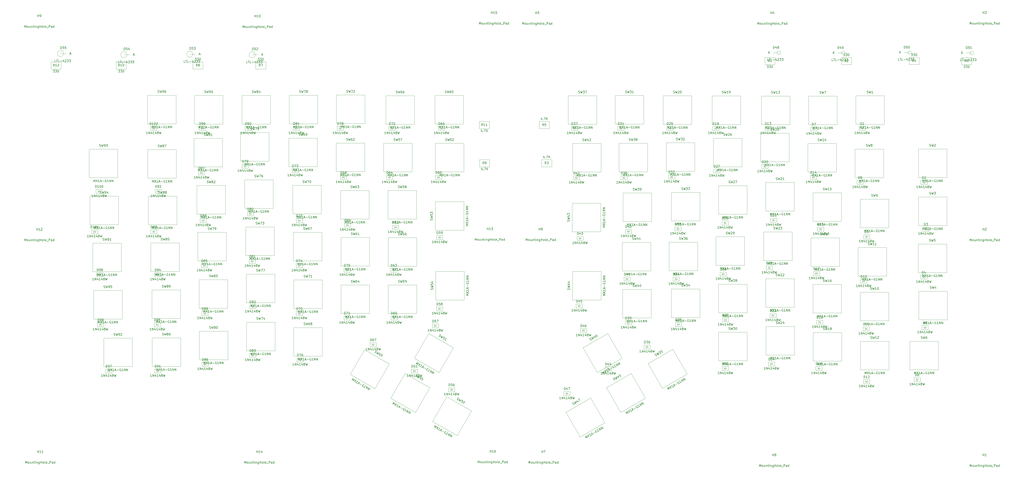
<source format=gbr>
%TF.GenerationSoftware,KiCad,Pcbnew,7.0.0-da2b9df05c~163~ubuntu22.04.1*%
%TF.CreationDate,2023-02-19T13:11:16+01:00*%
%TF.ProjectId,europe-ergo-smd,6575726f-7065-42d6-9572-676f2d736d64,rev?*%
%TF.SameCoordinates,Original*%
%TF.FileFunction,AssemblyDrawing,Top*%
%FSLAX46Y46*%
G04 Gerber Fmt 4.6, Leading zero omitted, Abs format (unit mm)*
G04 Created by KiCad (PCBNEW 7.0.0-da2b9df05c~163~ubuntu22.04.1) date 2023-02-19 13:11:16*
%MOMM*%
%LPD*%
G01*
G04 APERTURE LIST*
%ADD10C,0.150000*%
%ADD11C,0.100000*%
G04 APERTURE END LIST*
D10*
%TO.C,R12*%
X106634286Y-58017380D02*
X107253333Y-58017380D01*
X107253333Y-58017380D02*
X106920000Y-58398333D01*
X106920000Y-58398333D02*
X107062857Y-58398333D01*
X107062857Y-58398333D02*
X107158095Y-58445952D01*
X107158095Y-58445952D02*
X107205714Y-58493571D01*
X107205714Y-58493571D02*
X107253333Y-58588809D01*
X107253333Y-58588809D02*
X107253333Y-58826904D01*
X107253333Y-58826904D02*
X107205714Y-58922142D01*
X107205714Y-58922142D02*
X107158095Y-58969761D01*
X107158095Y-58969761D02*
X107062857Y-59017380D01*
X107062857Y-59017380D02*
X106777143Y-59017380D01*
X106777143Y-59017380D02*
X106681905Y-58969761D01*
X106681905Y-58969761D02*
X106634286Y-58922142D01*
X107586667Y-58017380D02*
X108205714Y-58017380D01*
X108205714Y-58017380D02*
X107872381Y-58398333D01*
X107872381Y-58398333D02*
X108015238Y-58398333D01*
X108015238Y-58398333D02*
X108110476Y-58445952D01*
X108110476Y-58445952D02*
X108158095Y-58493571D01*
X108158095Y-58493571D02*
X108205714Y-58588809D01*
X108205714Y-58588809D02*
X108205714Y-58826904D01*
X108205714Y-58826904D02*
X108158095Y-58922142D01*
X108158095Y-58922142D02*
X108110476Y-58969761D01*
X108110476Y-58969761D02*
X108015238Y-59017380D01*
X108015238Y-59017380D02*
X107729524Y-59017380D01*
X107729524Y-59017380D02*
X107634286Y-58969761D01*
X107634286Y-58969761D02*
X107586667Y-58922142D01*
X108824762Y-58017380D02*
X108920000Y-58017380D01*
X108920000Y-58017380D02*
X109015238Y-58065000D01*
X109015238Y-58065000D02*
X109062857Y-58112619D01*
X109062857Y-58112619D02*
X109110476Y-58207857D01*
X109110476Y-58207857D02*
X109158095Y-58398333D01*
X109158095Y-58398333D02*
X109158095Y-58636428D01*
X109158095Y-58636428D02*
X109110476Y-58826904D01*
X109110476Y-58826904D02*
X109062857Y-58922142D01*
X109062857Y-58922142D02*
X109015238Y-58969761D01*
X109015238Y-58969761D02*
X108920000Y-59017380D01*
X108920000Y-59017380D02*
X108824762Y-59017380D01*
X108824762Y-59017380D02*
X108729524Y-58969761D01*
X108729524Y-58969761D02*
X108681905Y-58922142D01*
X108681905Y-58922142D02*
X108634286Y-58826904D01*
X108634286Y-58826904D02*
X108586667Y-58636428D01*
X108586667Y-58636428D02*
X108586667Y-58398333D01*
X108586667Y-58398333D02*
X108634286Y-58207857D01*
X108634286Y-58207857D02*
X108681905Y-58112619D01*
X108681905Y-58112619D02*
X108729524Y-58065000D01*
X108729524Y-58065000D02*
X108824762Y-58017380D01*
X107277142Y-56367380D02*
X106943809Y-55891190D01*
X106705714Y-56367380D02*
X106705714Y-55367380D01*
X106705714Y-55367380D02*
X107086666Y-55367380D01*
X107086666Y-55367380D02*
X107181904Y-55415000D01*
X107181904Y-55415000D02*
X107229523Y-55462619D01*
X107229523Y-55462619D02*
X107277142Y-55557857D01*
X107277142Y-55557857D02*
X107277142Y-55700714D01*
X107277142Y-55700714D02*
X107229523Y-55795952D01*
X107229523Y-55795952D02*
X107181904Y-55843571D01*
X107181904Y-55843571D02*
X107086666Y-55891190D01*
X107086666Y-55891190D02*
X106705714Y-55891190D01*
X108229523Y-56367380D02*
X107658095Y-56367380D01*
X107943809Y-56367380D02*
X107943809Y-55367380D01*
X107943809Y-55367380D02*
X107848571Y-55510238D01*
X107848571Y-55510238D02*
X107753333Y-55605476D01*
X107753333Y-55605476D02*
X107658095Y-55653095D01*
X108610476Y-55462619D02*
X108658095Y-55415000D01*
X108658095Y-55415000D02*
X108753333Y-55367380D01*
X108753333Y-55367380D02*
X108991428Y-55367380D01*
X108991428Y-55367380D02*
X109086666Y-55415000D01*
X109086666Y-55415000D02*
X109134285Y-55462619D01*
X109134285Y-55462619D02*
X109181904Y-55557857D01*
X109181904Y-55557857D02*
X109181904Y-55653095D01*
X109181904Y-55653095D02*
X109134285Y-55795952D01*
X109134285Y-55795952D02*
X108562857Y-56367380D01*
X108562857Y-56367380D02*
X109181904Y-56367380D01*
%TO.C,R11*%
X297436190Y-84850714D02*
X297436190Y-85517380D01*
X297198095Y-84469761D02*
X296960000Y-85184047D01*
X296960000Y-85184047D02*
X297579047Y-85184047D01*
X297960000Y-85422142D02*
X298007619Y-85469761D01*
X298007619Y-85469761D02*
X297960000Y-85517380D01*
X297960000Y-85517380D02*
X297912381Y-85469761D01*
X297912381Y-85469761D02*
X297960000Y-85422142D01*
X297960000Y-85422142D02*
X297960000Y-85517380D01*
X298340952Y-84517380D02*
X299007618Y-84517380D01*
X299007618Y-84517380D02*
X298579047Y-85517380D01*
X299388571Y-85517380D02*
X299388571Y-84517380D01*
X299959999Y-85517380D02*
X299531428Y-84945952D01*
X299959999Y-84517380D02*
X299388571Y-85088809D01*
X297817142Y-82867380D02*
X297483809Y-82391190D01*
X297245714Y-82867380D02*
X297245714Y-81867380D01*
X297245714Y-81867380D02*
X297626666Y-81867380D01*
X297626666Y-81867380D02*
X297721904Y-81915000D01*
X297721904Y-81915000D02*
X297769523Y-81962619D01*
X297769523Y-81962619D02*
X297817142Y-82057857D01*
X297817142Y-82057857D02*
X297817142Y-82200714D01*
X297817142Y-82200714D02*
X297769523Y-82295952D01*
X297769523Y-82295952D02*
X297721904Y-82343571D01*
X297721904Y-82343571D02*
X297626666Y-82391190D01*
X297626666Y-82391190D02*
X297245714Y-82391190D01*
X298769523Y-82867380D02*
X298198095Y-82867380D01*
X298483809Y-82867380D02*
X298483809Y-81867380D01*
X298483809Y-81867380D02*
X298388571Y-82010238D01*
X298388571Y-82010238D02*
X298293333Y-82105476D01*
X298293333Y-82105476D02*
X298198095Y-82153095D01*
X299721904Y-82867380D02*
X299150476Y-82867380D01*
X299436190Y-82867380D02*
X299436190Y-81867380D01*
X299436190Y-81867380D02*
X299340952Y-82010238D01*
X299340952Y-82010238D02*
X299245714Y-82105476D01*
X299245714Y-82105476D02*
X299150476Y-82153095D01*
%TO.C,R10*%
X135634286Y-58017380D02*
X136253333Y-58017380D01*
X136253333Y-58017380D02*
X135920000Y-58398333D01*
X135920000Y-58398333D02*
X136062857Y-58398333D01*
X136062857Y-58398333D02*
X136158095Y-58445952D01*
X136158095Y-58445952D02*
X136205714Y-58493571D01*
X136205714Y-58493571D02*
X136253333Y-58588809D01*
X136253333Y-58588809D02*
X136253333Y-58826904D01*
X136253333Y-58826904D02*
X136205714Y-58922142D01*
X136205714Y-58922142D02*
X136158095Y-58969761D01*
X136158095Y-58969761D02*
X136062857Y-59017380D01*
X136062857Y-59017380D02*
X135777143Y-59017380D01*
X135777143Y-59017380D02*
X135681905Y-58969761D01*
X135681905Y-58969761D02*
X135634286Y-58922142D01*
X136586667Y-58017380D02*
X137205714Y-58017380D01*
X137205714Y-58017380D02*
X136872381Y-58398333D01*
X136872381Y-58398333D02*
X137015238Y-58398333D01*
X137015238Y-58398333D02*
X137110476Y-58445952D01*
X137110476Y-58445952D02*
X137158095Y-58493571D01*
X137158095Y-58493571D02*
X137205714Y-58588809D01*
X137205714Y-58588809D02*
X137205714Y-58826904D01*
X137205714Y-58826904D02*
X137158095Y-58922142D01*
X137158095Y-58922142D02*
X137110476Y-58969761D01*
X137110476Y-58969761D02*
X137015238Y-59017380D01*
X137015238Y-59017380D02*
X136729524Y-59017380D01*
X136729524Y-59017380D02*
X136634286Y-58969761D01*
X136634286Y-58969761D02*
X136586667Y-58922142D01*
X137824762Y-58017380D02*
X137920000Y-58017380D01*
X137920000Y-58017380D02*
X138015238Y-58065000D01*
X138015238Y-58065000D02*
X138062857Y-58112619D01*
X138062857Y-58112619D02*
X138110476Y-58207857D01*
X138110476Y-58207857D02*
X138158095Y-58398333D01*
X138158095Y-58398333D02*
X138158095Y-58636428D01*
X138158095Y-58636428D02*
X138110476Y-58826904D01*
X138110476Y-58826904D02*
X138062857Y-58922142D01*
X138062857Y-58922142D02*
X138015238Y-58969761D01*
X138015238Y-58969761D02*
X137920000Y-59017380D01*
X137920000Y-59017380D02*
X137824762Y-59017380D01*
X137824762Y-59017380D02*
X137729524Y-58969761D01*
X137729524Y-58969761D02*
X137681905Y-58922142D01*
X137681905Y-58922142D02*
X137634286Y-58826904D01*
X137634286Y-58826904D02*
X137586667Y-58636428D01*
X137586667Y-58636428D02*
X137586667Y-58398333D01*
X137586667Y-58398333D02*
X137634286Y-58207857D01*
X137634286Y-58207857D02*
X137681905Y-58112619D01*
X137681905Y-58112619D02*
X137729524Y-58065000D01*
X137729524Y-58065000D02*
X137824762Y-58017380D01*
X136277142Y-56367380D02*
X135943809Y-55891190D01*
X135705714Y-56367380D02*
X135705714Y-55367380D01*
X135705714Y-55367380D02*
X136086666Y-55367380D01*
X136086666Y-55367380D02*
X136181904Y-55415000D01*
X136181904Y-55415000D02*
X136229523Y-55462619D01*
X136229523Y-55462619D02*
X136277142Y-55557857D01*
X136277142Y-55557857D02*
X136277142Y-55700714D01*
X136277142Y-55700714D02*
X136229523Y-55795952D01*
X136229523Y-55795952D02*
X136181904Y-55843571D01*
X136181904Y-55843571D02*
X136086666Y-55891190D01*
X136086666Y-55891190D02*
X135705714Y-55891190D01*
X137229523Y-56367380D02*
X136658095Y-56367380D01*
X136943809Y-56367380D02*
X136943809Y-55367380D01*
X136943809Y-55367380D02*
X136848571Y-55510238D01*
X136848571Y-55510238D02*
X136753333Y-55605476D01*
X136753333Y-55605476D02*
X136658095Y-55653095D01*
X137848571Y-55367380D02*
X137943809Y-55367380D01*
X137943809Y-55367380D02*
X138039047Y-55415000D01*
X138039047Y-55415000D02*
X138086666Y-55462619D01*
X138086666Y-55462619D02*
X138134285Y-55557857D01*
X138134285Y-55557857D02*
X138181904Y-55748333D01*
X138181904Y-55748333D02*
X138181904Y-55986428D01*
X138181904Y-55986428D02*
X138134285Y-56176904D01*
X138134285Y-56176904D02*
X138086666Y-56272142D01*
X138086666Y-56272142D02*
X138039047Y-56319761D01*
X138039047Y-56319761D02*
X137943809Y-56367380D01*
X137943809Y-56367380D02*
X137848571Y-56367380D01*
X137848571Y-56367380D02*
X137753333Y-56319761D01*
X137753333Y-56319761D02*
X137705714Y-56272142D01*
X137705714Y-56272142D02*
X137658095Y-56176904D01*
X137658095Y-56176904D02*
X137610476Y-55986428D01*
X137610476Y-55986428D02*
X137610476Y-55748333D01*
X137610476Y-55748333D02*
X137658095Y-55557857D01*
X137658095Y-55557857D02*
X137705714Y-55462619D01*
X137705714Y-55462619D02*
X137753333Y-55415000D01*
X137753333Y-55415000D02*
X137848571Y-55367380D01*
%TO.C,R9*%
X297516190Y-101850714D02*
X297516190Y-102517380D01*
X297278095Y-101469761D02*
X297040000Y-102184047D01*
X297040000Y-102184047D02*
X297659047Y-102184047D01*
X298040000Y-102422142D02*
X298087619Y-102469761D01*
X298087619Y-102469761D02*
X298040000Y-102517380D01*
X298040000Y-102517380D02*
X297992381Y-102469761D01*
X297992381Y-102469761D02*
X298040000Y-102422142D01*
X298040000Y-102422142D02*
X298040000Y-102517380D01*
X298420952Y-101517380D02*
X299087618Y-101517380D01*
X299087618Y-101517380D02*
X298659047Y-102517380D01*
X299468571Y-102517380D02*
X299468571Y-101517380D01*
X300039999Y-102517380D02*
X299611428Y-101945952D01*
X300039999Y-101517380D02*
X299468571Y-102088809D01*
X298373333Y-99867380D02*
X298040000Y-99391190D01*
X297801905Y-99867380D02*
X297801905Y-98867380D01*
X297801905Y-98867380D02*
X298182857Y-98867380D01*
X298182857Y-98867380D02*
X298278095Y-98915000D01*
X298278095Y-98915000D02*
X298325714Y-98962619D01*
X298325714Y-98962619D02*
X298373333Y-99057857D01*
X298373333Y-99057857D02*
X298373333Y-99200714D01*
X298373333Y-99200714D02*
X298325714Y-99295952D01*
X298325714Y-99295952D02*
X298278095Y-99343571D01*
X298278095Y-99343571D02*
X298182857Y-99391190D01*
X298182857Y-99391190D02*
X297801905Y-99391190D01*
X298849524Y-99867380D02*
X299040000Y-99867380D01*
X299040000Y-99867380D02*
X299135238Y-99819761D01*
X299135238Y-99819761D02*
X299182857Y-99772142D01*
X299182857Y-99772142D02*
X299278095Y-99629285D01*
X299278095Y-99629285D02*
X299325714Y-99438809D01*
X299325714Y-99438809D02*
X299325714Y-99057857D01*
X299325714Y-99057857D02*
X299278095Y-98962619D01*
X299278095Y-98962619D02*
X299230476Y-98915000D01*
X299230476Y-98915000D02*
X299135238Y-98867380D01*
X299135238Y-98867380D02*
X298944762Y-98867380D01*
X298944762Y-98867380D02*
X298849524Y-98915000D01*
X298849524Y-98915000D02*
X298801905Y-98962619D01*
X298801905Y-98962619D02*
X298754286Y-99057857D01*
X298754286Y-99057857D02*
X298754286Y-99295952D01*
X298754286Y-99295952D02*
X298801905Y-99391190D01*
X298801905Y-99391190D02*
X298849524Y-99438809D01*
X298849524Y-99438809D02*
X298944762Y-99486428D01*
X298944762Y-99486428D02*
X299135238Y-99486428D01*
X299135238Y-99486428D02*
X299230476Y-99438809D01*
X299230476Y-99438809D02*
X299278095Y-99391190D01*
X299278095Y-99391190D02*
X299325714Y-99295952D01*
%TO.C,R8*%
X169714286Y-52717380D02*
X170333333Y-52717380D01*
X170333333Y-52717380D02*
X170000000Y-53098333D01*
X170000000Y-53098333D02*
X170142857Y-53098333D01*
X170142857Y-53098333D02*
X170238095Y-53145952D01*
X170238095Y-53145952D02*
X170285714Y-53193571D01*
X170285714Y-53193571D02*
X170333333Y-53288809D01*
X170333333Y-53288809D02*
X170333333Y-53526904D01*
X170333333Y-53526904D02*
X170285714Y-53622142D01*
X170285714Y-53622142D02*
X170238095Y-53669761D01*
X170238095Y-53669761D02*
X170142857Y-53717380D01*
X170142857Y-53717380D02*
X169857143Y-53717380D01*
X169857143Y-53717380D02*
X169761905Y-53669761D01*
X169761905Y-53669761D02*
X169714286Y-53622142D01*
X170666667Y-52717380D02*
X171285714Y-52717380D01*
X171285714Y-52717380D02*
X170952381Y-53098333D01*
X170952381Y-53098333D02*
X171095238Y-53098333D01*
X171095238Y-53098333D02*
X171190476Y-53145952D01*
X171190476Y-53145952D02*
X171238095Y-53193571D01*
X171238095Y-53193571D02*
X171285714Y-53288809D01*
X171285714Y-53288809D02*
X171285714Y-53526904D01*
X171285714Y-53526904D02*
X171238095Y-53622142D01*
X171238095Y-53622142D02*
X171190476Y-53669761D01*
X171190476Y-53669761D02*
X171095238Y-53717380D01*
X171095238Y-53717380D02*
X170809524Y-53717380D01*
X170809524Y-53717380D02*
X170714286Y-53669761D01*
X170714286Y-53669761D02*
X170666667Y-53622142D01*
X171904762Y-52717380D02*
X172000000Y-52717380D01*
X172000000Y-52717380D02*
X172095238Y-52765000D01*
X172095238Y-52765000D02*
X172142857Y-52812619D01*
X172142857Y-52812619D02*
X172190476Y-52907857D01*
X172190476Y-52907857D02*
X172238095Y-53098333D01*
X172238095Y-53098333D02*
X172238095Y-53336428D01*
X172238095Y-53336428D02*
X172190476Y-53526904D01*
X172190476Y-53526904D02*
X172142857Y-53622142D01*
X172142857Y-53622142D02*
X172095238Y-53669761D01*
X172095238Y-53669761D02*
X172000000Y-53717380D01*
X172000000Y-53717380D02*
X171904762Y-53717380D01*
X171904762Y-53717380D02*
X171809524Y-53669761D01*
X171809524Y-53669761D02*
X171761905Y-53622142D01*
X171761905Y-53622142D02*
X171714286Y-53526904D01*
X171714286Y-53526904D02*
X171666667Y-53336428D01*
X171666667Y-53336428D02*
X171666667Y-53098333D01*
X171666667Y-53098333D02*
X171714286Y-52907857D01*
X171714286Y-52907857D02*
X171761905Y-52812619D01*
X171761905Y-52812619D02*
X171809524Y-52765000D01*
X171809524Y-52765000D02*
X171904762Y-52717380D01*
X170833333Y-56367380D02*
X170500000Y-55891190D01*
X170261905Y-56367380D02*
X170261905Y-55367380D01*
X170261905Y-55367380D02*
X170642857Y-55367380D01*
X170642857Y-55367380D02*
X170738095Y-55415000D01*
X170738095Y-55415000D02*
X170785714Y-55462619D01*
X170785714Y-55462619D02*
X170833333Y-55557857D01*
X170833333Y-55557857D02*
X170833333Y-55700714D01*
X170833333Y-55700714D02*
X170785714Y-55795952D01*
X170785714Y-55795952D02*
X170738095Y-55843571D01*
X170738095Y-55843571D02*
X170642857Y-55891190D01*
X170642857Y-55891190D02*
X170261905Y-55891190D01*
X171404762Y-55795952D02*
X171309524Y-55748333D01*
X171309524Y-55748333D02*
X171261905Y-55700714D01*
X171261905Y-55700714D02*
X171214286Y-55605476D01*
X171214286Y-55605476D02*
X171214286Y-55557857D01*
X171214286Y-55557857D02*
X171261905Y-55462619D01*
X171261905Y-55462619D02*
X171309524Y-55415000D01*
X171309524Y-55415000D02*
X171404762Y-55367380D01*
X171404762Y-55367380D02*
X171595238Y-55367380D01*
X171595238Y-55367380D02*
X171690476Y-55415000D01*
X171690476Y-55415000D02*
X171738095Y-55462619D01*
X171738095Y-55462619D02*
X171785714Y-55557857D01*
X171785714Y-55557857D02*
X171785714Y-55605476D01*
X171785714Y-55605476D02*
X171738095Y-55700714D01*
X171738095Y-55700714D02*
X171690476Y-55748333D01*
X171690476Y-55748333D02*
X171595238Y-55795952D01*
X171595238Y-55795952D02*
X171404762Y-55795952D01*
X171404762Y-55795952D02*
X171309524Y-55843571D01*
X171309524Y-55843571D02*
X171261905Y-55891190D01*
X171261905Y-55891190D02*
X171214286Y-55986428D01*
X171214286Y-55986428D02*
X171214286Y-56176904D01*
X171214286Y-56176904D02*
X171261905Y-56272142D01*
X171261905Y-56272142D02*
X171309524Y-56319761D01*
X171309524Y-56319761D02*
X171404762Y-56367380D01*
X171404762Y-56367380D02*
X171595238Y-56367380D01*
X171595238Y-56367380D02*
X171690476Y-56319761D01*
X171690476Y-56319761D02*
X171738095Y-56272142D01*
X171738095Y-56272142D02*
X171785714Y-56176904D01*
X171785714Y-56176904D02*
X171785714Y-55986428D01*
X171785714Y-55986428D02*
X171738095Y-55891190D01*
X171738095Y-55891190D02*
X171690476Y-55843571D01*
X171690476Y-55843571D02*
X171595238Y-55795952D01*
%TO.C,R7*%
X197714286Y-52717380D02*
X198333333Y-52717380D01*
X198333333Y-52717380D02*
X198000000Y-53098333D01*
X198000000Y-53098333D02*
X198142857Y-53098333D01*
X198142857Y-53098333D02*
X198238095Y-53145952D01*
X198238095Y-53145952D02*
X198285714Y-53193571D01*
X198285714Y-53193571D02*
X198333333Y-53288809D01*
X198333333Y-53288809D02*
X198333333Y-53526904D01*
X198333333Y-53526904D02*
X198285714Y-53622142D01*
X198285714Y-53622142D02*
X198238095Y-53669761D01*
X198238095Y-53669761D02*
X198142857Y-53717380D01*
X198142857Y-53717380D02*
X197857143Y-53717380D01*
X197857143Y-53717380D02*
X197761905Y-53669761D01*
X197761905Y-53669761D02*
X197714286Y-53622142D01*
X198666667Y-52717380D02*
X199285714Y-52717380D01*
X199285714Y-52717380D02*
X198952381Y-53098333D01*
X198952381Y-53098333D02*
X199095238Y-53098333D01*
X199095238Y-53098333D02*
X199190476Y-53145952D01*
X199190476Y-53145952D02*
X199238095Y-53193571D01*
X199238095Y-53193571D02*
X199285714Y-53288809D01*
X199285714Y-53288809D02*
X199285714Y-53526904D01*
X199285714Y-53526904D02*
X199238095Y-53622142D01*
X199238095Y-53622142D02*
X199190476Y-53669761D01*
X199190476Y-53669761D02*
X199095238Y-53717380D01*
X199095238Y-53717380D02*
X198809524Y-53717380D01*
X198809524Y-53717380D02*
X198714286Y-53669761D01*
X198714286Y-53669761D02*
X198666667Y-53622142D01*
X199904762Y-52717380D02*
X200000000Y-52717380D01*
X200000000Y-52717380D02*
X200095238Y-52765000D01*
X200095238Y-52765000D02*
X200142857Y-52812619D01*
X200142857Y-52812619D02*
X200190476Y-52907857D01*
X200190476Y-52907857D02*
X200238095Y-53098333D01*
X200238095Y-53098333D02*
X200238095Y-53336428D01*
X200238095Y-53336428D02*
X200190476Y-53526904D01*
X200190476Y-53526904D02*
X200142857Y-53622142D01*
X200142857Y-53622142D02*
X200095238Y-53669761D01*
X200095238Y-53669761D02*
X200000000Y-53717380D01*
X200000000Y-53717380D02*
X199904762Y-53717380D01*
X199904762Y-53717380D02*
X199809524Y-53669761D01*
X199809524Y-53669761D02*
X199761905Y-53622142D01*
X199761905Y-53622142D02*
X199714286Y-53526904D01*
X199714286Y-53526904D02*
X199666667Y-53336428D01*
X199666667Y-53336428D02*
X199666667Y-53098333D01*
X199666667Y-53098333D02*
X199714286Y-52907857D01*
X199714286Y-52907857D02*
X199761905Y-52812619D01*
X199761905Y-52812619D02*
X199809524Y-52765000D01*
X199809524Y-52765000D02*
X199904762Y-52717380D01*
X198833333Y-56367380D02*
X198500000Y-55891190D01*
X198261905Y-56367380D02*
X198261905Y-55367380D01*
X198261905Y-55367380D02*
X198642857Y-55367380D01*
X198642857Y-55367380D02*
X198738095Y-55415000D01*
X198738095Y-55415000D02*
X198785714Y-55462619D01*
X198785714Y-55462619D02*
X198833333Y-55557857D01*
X198833333Y-55557857D02*
X198833333Y-55700714D01*
X198833333Y-55700714D02*
X198785714Y-55795952D01*
X198785714Y-55795952D02*
X198738095Y-55843571D01*
X198738095Y-55843571D02*
X198642857Y-55891190D01*
X198642857Y-55891190D02*
X198261905Y-55891190D01*
X199166667Y-55367380D02*
X199833333Y-55367380D01*
X199833333Y-55367380D02*
X199404762Y-56367380D01*
%TO.C,R6*%
X511724286Y-56017380D02*
X512343333Y-56017380D01*
X512343333Y-56017380D02*
X512010000Y-56398333D01*
X512010000Y-56398333D02*
X512152857Y-56398333D01*
X512152857Y-56398333D02*
X512248095Y-56445952D01*
X512248095Y-56445952D02*
X512295714Y-56493571D01*
X512295714Y-56493571D02*
X512343333Y-56588809D01*
X512343333Y-56588809D02*
X512343333Y-56826904D01*
X512343333Y-56826904D02*
X512295714Y-56922142D01*
X512295714Y-56922142D02*
X512248095Y-56969761D01*
X512248095Y-56969761D02*
X512152857Y-57017380D01*
X512152857Y-57017380D02*
X511867143Y-57017380D01*
X511867143Y-57017380D02*
X511771905Y-56969761D01*
X511771905Y-56969761D02*
X511724286Y-56922142D01*
X512676667Y-56017380D02*
X513295714Y-56017380D01*
X513295714Y-56017380D02*
X512962381Y-56398333D01*
X512962381Y-56398333D02*
X513105238Y-56398333D01*
X513105238Y-56398333D02*
X513200476Y-56445952D01*
X513200476Y-56445952D02*
X513248095Y-56493571D01*
X513248095Y-56493571D02*
X513295714Y-56588809D01*
X513295714Y-56588809D02*
X513295714Y-56826904D01*
X513295714Y-56826904D02*
X513248095Y-56922142D01*
X513248095Y-56922142D02*
X513200476Y-56969761D01*
X513200476Y-56969761D02*
X513105238Y-57017380D01*
X513105238Y-57017380D02*
X512819524Y-57017380D01*
X512819524Y-57017380D02*
X512724286Y-56969761D01*
X512724286Y-56969761D02*
X512676667Y-56922142D01*
X513914762Y-56017380D02*
X514010000Y-56017380D01*
X514010000Y-56017380D02*
X514105238Y-56065000D01*
X514105238Y-56065000D02*
X514152857Y-56112619D01*
X514152857Y-56112619D02*
X514200476Y-56207857D01*
X514200476Y-56207857D02*
X514248095Y-56398333D01*
X514248095Y-56398333D02*
X514248095Y-56636428D01*
X514248095Y-56636428D02*
X514200476Y-56826904D01*
X514200476Y-56826904D02*
X514152857Y-56922142D01*
X514152857Y-56922142D02*
X514105238Y-56969761D01*
X514105238Y-56969761D02*
X514010000Y-57017380D01*
X514010000Y-57017380D02*
X513914762Y-57017380D01*
X513914762Y-57017380D02*
X513819524Y-56969761D01*
X513819524Y-56969761D02*
X513771905Y-56922142D01*
X513771905Y-56922142D02*
X513724286Y-56826904D01*
X513724286Y-56826904D02*
X513676667Y-56636428D01*
X513676667Y-56636428D02*
X513676667Y-56398333D01*
X513676667Y-56398333D02*
X513724286Y-56207857D01*
X513724286Y-56207857D02*
X513771905Y-56112619D01*
X513771905Y-56112619D02*
X513819524Y-56065000D01*
X513819524Y-56065000D02*
X513914762Y-56017380D01*
X512843333Y-54367380D02*
X512510000Y-53891190D01*
X512271905Y-54367380D02*
X512271905Y-53367380D01*
X512271905Y-53367380D02*
X512652857Y-53367380D01*
X512652857Y-53367380D02*
X512748095Y-53415000D01*
X512748095Y-53415000D02*
X512795714Y-53462619D01*
X512795714Y-53462619D02*
X512843333Y-53557857D01*
X512843333Y-53557857D02*
X512843333Y-53700714D01*
X512843333Y-53700714D02*
X512795714Y-53795952D01*
X512795714Y-53795952D02*
X512748095Y-53843571D01*
X512748095Y-53843571D02*
X512652857Y-53891190D01*
X512652857Y-53891190D02*
X512271905Y-53891190D01*
X513700476Y-53367380D02*
X513510000Y-53367380D01*
X513510000Y-53367380D02*
X513414762Y-53415000D01*
X513414762Y-53415000D02*
X513367143Y-53462619D01*
X513367143Y-53462619D02*
X513271905Y-53605476D01*
X513271905Y-53605476D02*
X513224286Y-53795952D01*
X513224286Y-53795952D02*
X513224286Y-54176904D01*
X513224286Y-54176904D02*
X513271905Y-54272142D01*
X513271905Y-54272142D02*
X513319524Y-54319761D01*
X513319524Y-54319761D02*
X513414762Y-54367380D01*
X513414762Y-54367380D02*
X513605238Y-54367380D01*
X513605238Y-54367380D02*
X513700476Y-54319761D01*
X513700476Y-54319761D02*
X513748095Y-54272142D01*
X513748095Y-54272142D02*
X513795714Y-54176904D01*
X513795714Y-54176904D02*
X513795714Y-53938809D01*
X513795714Y-53938809D02*
X513748095Y-53843571D01*
X513748095Y-53843571D02*
X513700476Y-53795952D01*
X513700476Y-53795952D02*
X513605238Y-53748333D01*
X513605238Y-53748333D02*
X513414762Y-53748333D01*
X513414762Y-53748333D02*
X513319524Y-53795952D01*
X513319524Y-53795952D02*
X513271905Y-53843571D01*
X513271905Y-53843571D02*
X513224286Y-53938809D01*
%TO.C,R5*%
X324066190Y-79550714D02*
X324066190Y-80217380D01*
X323828095Y-79169761D02*
X323590000Y-79884047D01*
X323590000Y-79884047D02*
X324209047Y-79884047D01*
X324590000Y-80122142D02*
X324637619Y-80169761D01*
X324637619Y-80169761D02*
X324590000Y-80217380D01*
X324590000Y-80217380D02*
X324542381Y-80169761D01*
X324542381Y-80169761D02*
X324590000Y-80122142D01*
X324590000Y-80122142D02*
X324590000Y-80217380D01*
X324970952Y-79217380D02*
X325637618Y-79217380D01*
X325637618Y-79217380D02*
X325209047Y-80217380D01*
X326018571Y-80217380D02*
X326018571Y-79217380D01*
X326589999Y-80217380D02*
X326161428Y-79645952D01*
X326589999Y-79217380D02*
X326018571Y-79788809D01*
X324923333Y-82867380D02*
X324590000Y-82391190D01*
X324351905Y-82867380D02*
X324351905Y-81867380D01*
X324351905Y-81867380D02*
X324732857Y-81867380D01*
X324732857Y-81867380D02*
X324828095Y-81915000D01*
X324828095Y-81915000D02*
X324875714Y-81962619D01*
X324875714Y-81962619D02*
X324923333Y-82057857D01*
X324923333Y-82057857D02*
X324923333Y-82200714D01*
X324923333Y-82200714D02*
X324875714Y-82295952D01*
X324875714Y-82295952D02*
X324828095Y-82343571D01*
X324828095Y-82343571D02*
X324732857Y-82391190D01*
X324732857Y-82391190D02*
X324351905Y-82391190D01*
X325828095Y-81867380D02*
X325351905Y-81867380D01*
X325351905Y-81867380D02*
X325304286Y-82343571D01*
X325304286Y-82343571D02*
X325351905Y-82295952D01*
X325351905Y-82295952D02*
X325447143Y-82248333D01*
X325447143Y-82248333D02*
X325685238Y-82248333D01*
X325685238Y-82248333D02*
X325780476Y-82295952D01*
X325780476Y-82295952D02*
X325828095Y-82343571D01*
X325828095Y-82343571D02*
X325875714Y-82438809D01*
X325875714Y-82438809D02*
X325875714Y-82676904D01*
X325875714Y-82676904D02*
X325828095Y-82772142D01*
X325828095Y-82772142D02*
X325780476Y-82819761D01*
X325780476Y-82819761D02*
X325685238Y-82867380D01*
X325685238Y-82867380D02*
X325447143Y-82867380D01*
X325447143Y-82867380D02*
X325351905Y-82819761D01*
X325351905Y-82819761D02*
X325304286Y-82772142D01*
%TO.C,R4*%
X488344286Y-50717380D02*
X488963333Y-50717380D01*
X488963333Y-50717380D02*
X488630000Y-51098333D01*
X488630000Y-51098333D02*
X488772857Y-51098333D01*
X488772857Y-51098333D02*
X488868095Y-51145952D01*
X488868095Y-51145952D02*
X488915714Y-51193571D01*
X488915714Y-51193571D02*
X488963333Y-51288809D01*
X488963333Y-51288809D02*
X488963333Y-51526904D01*
X488963333Y-51526904D02*
X488915714Y-51622142D01*
X488915714Y-51622142D02*
X488868095Y-51669761D01*
X488868095Y-51669761D02*
X488772857Y-51717380D01*
X488772857Y-51717380D02*
X488487143Y-51717380D01*
X488487143Y-51717380D02*
X488391905Y-51669761D01*
X488391905Y-51669761D02*
X488344286Y-51622142D01*
X489296667Y-50717380D02*
X489915714Y-50717380D01*
X489915714Y-50717380D02*
X489582381Y-51098333D01*
X489582381Y-51098333D02*
X489725238Y-51098333D01*
X489725238Y-51098333D02*
X489820476Y-51145952D01*
X489820476Y-51145952D02*
X489868095Y-51193571D01*
X489868095Y-51193571D02*
X489915714Y-51288809D01*
X489915714Y-51288809D02*
X489915714Y-51526904D01*
X489915714Y-51526904D02*
X489868095Y-51622142D01*
X489868095Y-51622142D02*
X489820476Y-51669761D01*
X489820476Y-51669761D02*
X489725238Y-51717380D01*
X489725238Y-51717380D02*
X489439524Y-51717380D01*
X489439524Y-51717380D02*
X489344286Y-51669761D01*
X489344286Y-51669761D02*
X489296667Y-51622142D01*
X490534762Y-50717380D02*
X490630000Y-50717380D01*
X490630000Y-50717380D02*
X490725238Y-50765000D01*
X490725238Y-50765000D02*
X490772857Y-50812619D01*
X490772857Y-50812619D02*
X490820476Y-50907857D01*
X490820476Y-50907857D02*
X490868095Y-51098333D01*
X490868095Y-51098333D02*
X490868095Y-51336428D01*
X490868095Y-51336428D02*
X490820476Y-51526904D01*
X490820476Y-51526904D02*
X490772857Y-51622142D01*
X490772857Y-51622142D02*
X490725238Y-51669761D01*
X490725238Y-51669761D02*
X490630000Y-51717380D01*
X490630000Y-51717380D02*
X490534762Y-51717380D01*
X490534762Y-51717380D02*
X490439524Y-51669761D01*
X490439524Y-51669761D02*
X490391905Y-51622142D01*
X490391905Y-51622142D02*
X490344286Y-51526904D01*
X490344286Y-51526904D02*
X490296667Y-51336428D01*
X490296667Y-51336428D02*
X490296667Y-51098333D01*
X490296667Y-51098333D02*
X490344286Y-50907857D01*
X490344286Y-50907857D02*
X490391905Y-50812619D01*
X490391905Y-50812619D02*
X490439524Y-50765000D01*
X490439524Y-50765000D02*
X490534762Y-50717380D01*
X489463333Y-54367380D02*
X489130000Y-53891190D01*
X488891905Y-54367380D02*
X488891905Y-53367380D01*
X488891905Y-53367380D02*
X489272857Y-53367380D01*
X489272857Y-53367380D02*
X489368095Y-53415000D01*
X489368095Y-53415000D02*
X489415714Y-53462619D01*
X489415714Y-53462619D02*
X489463333Y-53557857D01*
X489463333Y-53557857D02*
X489463333Y-53700714D01*
X489463333Y-53700714D02*
X489415714Y-53795952D01*
X489415714Y-53795952D02*
X489368095Y-53843571D01*
X489368095Y-53843571D02*
X489272857Y-53891190D01*
X489272857Y-53891190D02*
X488891905Y-53891190D01*
X490320476Y-53700714D02*
X490320476Y-54367380D01*
X490082381Y-53319761D02*
X489844286Y-54034047D01*
X489844286Y-54034047D02*
X490463333Y-54034047D01*
%TO.C,R3*%
X325146190Y-96550714D02*
X325146190Y-97217380D01*
X324908095Y-96169761D02*
X324670000Y-96884047D01*
X324670000Y-96884047D02*
X325289047Y-96884047D01*
X325670000Y-97122142D02*
X325717619Y-97169761D01*
X325717619Y-97169761D02*
X325670000Y-97217380D01*
X325670000Y-97217380D02*
X325622381Y-97169761D01*
X325622381Y-97169761D02*
X325670000Y-97122142D01*
X325670000Y-97122142D02*
X325670000Y-97217380D01*
X326050952Y-96217380D02*
X326717618Y-96217380D01*
X326717618Y-96217380D02*
X326289047Y-97217380D01*
X327098571Y-97217380D02*
X327098571Y-96217380D01*
X327669999Y-97217380D02*
X327241428Y-96645952D01*
X327669999Y-96217380D02*
X327098571Y-96788809D01*
X326003333Y-99867380D02*
X325670000Y-99391190D01*
X325431905Y-99867380D02*
X325431905Y-98867380D01*
X325431905Y-98867380D02*
X325812857Y-98867380D01*
X325812857Y-98867380D02*
X325908095Y-98915000D01*
X325908095Y-98915000D02*
X325955714Y-98962619D01*
X325955714Y-98962619D02*
X326003333Y-99057857D01*
X326003333Y-99057857D02*
X326003333Y-99200714D01*
X326003333Y-99200714D02*
X325955714Y-99295952D01*
X325955714Y-99295952D02*
X325908095Y-99343571D01*
X325908095Y-99343571D02*
X325812857Y-99391190D01*
X325812857Y-99391190D02*
X325431905Y-99391190D01*
X326336667Y-98867380D02*
X326955714Y-98867380D01*
X326955714Y-98867380D02*
X326622381Y-99248333D01*
X326622381Y-99248333D02*
X326765238Y-99248333D01*
X326765238Y-99248333D02*
X326860476Y-99295952D01*
X326860476Y-99295952D02*
X326908095Y-99343571D01*
X326908095Y-99343571D02*
X326955714Y-99438809D01*
X326955714Y-99438809D02*
X326955714Y-99676904D01*
X326955714Y-99676904D02*
X326908095Y-99772142D01*
X326908095Y-99772142D02*
X326860476Y-99819761D01*
X326860476Y-99819761D02*
X326765238Y-99867380D01*
X326765238Y-99867380D02*
X326479524Y-99867380D01*
X326479524Y-99867380D02*
X326384286Y-99819761D01*
X326384286Y-99819761D02*
X326336667Y-99772142D01*
%TO.C,R2*%
X458264286Y-50717380D02*
X458883333Y-50717380D01*
X458883333Y-50717380D02*
X458550000Y-51098333D01*
X458550000Y-51098333D02*
X458692857Y-51098333D01*
X458692857Y-51098333D02*
X458788095Y-51145952D01*
X458788095Y-51145952D02*
X458835714Y-51193571D01*
X458835714Y-51193571D02*
X458883333Y-51288809D01*
X458883333Y-51288809D02*
X458883333Y-51526904D01*
X458883333Y-51526904D02*
X458835714Y-51622142D01*
X458835714Y-51622142D02*
X458788095Y-51669761D01*
X458788095Y-51669761D02*
X458692857Y-51717380D01*
X458692857Y-51717380D02*
X458407143Y-51717380D01*
X458407143Y-51717380D02*
X458311905Y-51669761D01*
X458311905Y-51669761D02*
X458264286Y-51622142D01*
X459216667Y-50717380D02*
X459835714Y-50717380D01*
X459835714Y-50717380D02*
X459502381Y-51098333D01*
X459502381Y-51098333D02*
X459645238Y-51098333D01*
X459645238Y-51098333D02*
X459740476Y-51145952D01*
X459740476Y-51145952D02*
X459788095Y-51193571D01*
X459788095Y-51193571D02*
X459835714Y-51288809D01*
X459835714Y-51288809D02*
X459835714Y-51526904D01*
X459835714Y-51526904D02*
X459788095Y-51622142D01*
X459788095Y-51622142D02*
X459740476Y-51669761D01*
X459740476Y-51669761D02*
X459645238Y-51717380D01*
X459645238Y-51717380D02*
X459359524Y-51717380D01*
X459359524Y-51717380D02*
X459264286Y-51669761D01*
X459264286Y-51669761D02*
X459216667Y-51622142D01*
X460454762Y-50717380D02*
X460550000Y-50717380D01*
X460550000Y-50717380D02*
X460645238Y-50765000D01*
X460645238Y-50765000D02*
X460692857Y-50812619D01*
X460692857Y-50812619D02*
X460740476Y-50907857D01*
X460740476Y-50907857D02*
X460788095Y-51098333D01*
X460788095Y-51098333D02*
X460788095Y-51336428D01*
X460788095Y-51336428D02*
X460740476Y-51526904D01*
X460740476Y-51526904D02*
X460692857Y-51622142D01*
X460692857Y-51622142D02*
X460645238Y-51669761D01*
X460645238Y-51669761D02*
X460550000Y-51717380D01*
X460550000Y-51717380D02*
X460454762Y-51717380D01*
X460454762Y-51717380D02*
X460359524Y-51669761D01*
X460359524Y-51669761D02*
X460311905Y-51622142D01*
X460311905Y-51622142D02*
X460264286Y-51526904D01*
X460264286Y-51526904D02*
X460216667Y-51336428D01*
X460216667Y-51336428D02*
X460216667Y-51098333D01*
X460216667Y-51098333D02*
X460264286Y-50907857D01*
X460264286Y-50907857D02*
X460311905Y-50812619D01*
X460311905Y-50812619D02*
X460359524Y-50765000D01*
X460359524Y-50765000D02*
X460454762Y-50717380D01*
X459383333Y-54367380D02*
X459050000Y-53891190D01*
X458811905Y-54367380D02*
X458811905Y-53367380D01*
X458811905Y-53367380D02*
X459192857Y-53367380D01*
X459192857Y-53367380D02*
X459288095Y-53415000D01*
X459288095Y-53415000D02*
X459335714Y-53462619D01*
X459335714Y-53462619D02*
X459383333Y-53557857D01*
X459383333Y-53557857D02*
X459383333Y-53700714D01*
X459383333Y-53700714D02*
X459335714Y-53795952D01*
X459335714Y-53795952D02*
X459288095Y-53843571D01*
X459288095Y-53843571D02*
X459192857Y-53891190D01*
X459192857Y-53891190D02*
X458811905Y-53891190D01*
X459764286Y-53462619D02*
X459811905Y-53415000D01*
X459811905Y-53415000D02*
X459907143Y-53367380D01*
X459907143Y-53367380D02*
X460145238Y-53367380D01*
X460145238Y-53367380D02*
X460240476Y-53415000D01*
X460240476Y-53415000D02*
X460288095Y-53462619D01*
X460288095Y-53462619D02*
X460335714Y-53557857D01*
X460335714Y-53557857D02*
X460335714Y-53653095D01*
X460335714Y-53653095D02*
X460288095Y-53795952D01*
X460288095Y-53795952D02*
X459716667Y-54367380D01*
X459716667Y-54367380D02*
X460335714Y-54367380D01*
%TO.C,R1*%
X424184286Y-56017380D02*
X424803333Y-56017380D01*
X424803333Y-56017380D02*
X424470000Y-56398333D01*
X424470000Y-56398333D02*
X424612857Y-56398333D01*
X424612857Y-56398333D02*
X424708095Y-56445952D01*
X424708095Y-56445952D02*
X424755714Y-56493571D01*
X424755714Y-56493571D02*
X424803333Y-56588809D01*
X424803333Y-56588809D02*
X424803333Y-56826904D01*
X424803333Y-56826904D02*
X424755714Y-56922142D01*
X424755714Y-56922142D02*
X424708095Y-56969761D01*
X424708095Y-56969761D02*
X424612857Y-57017380D01*
X424612857Y-57017380D02*
X424327143Y-57017380D01*
X424327143Y-57017380D02*
X424231905Y-56969761D01*
X424231905Y-56969761D02*
X424184286Y-56922142D01*
X425136667Y-56017380D02*
X425755714Y-56017380D01*
X425755714Y-56017380D02*
X425422381Y-56398333D01*
X425422381Y-56398333D02*
X425565238Y-56398333D01*
X425565238Y-56398333D02*
X425660476Y-56445952D01*
X425660476Y-56445952D02*
X425708095Y-56493571D01*
X425708095Y-56493571D02*
X425755714Y-56588809D01*
X425755714Y-56588809D02*
X425755714Y-56826904D01*
X425755714Y-56826904D02*
X425708095Y-56922142D01*
X425708095Y-56922142D02*
X425660476Y-56969761D01*
X425660476Y-56969761D02*
X425565238Y-57017380D01*
X425565238Y-57017380D02*
X425279524Y-57017380D01*
X425279524Y-57017380D02*
X425184286Y-56969761D01*
X425184286Y-56969761D02*
X425136667Y-56922142D01*
X426374762Y-56017380D02*
X426470000Y-56017380D01*
X426470000Y-56017380D02*
X426565238Y-56065000D01*
X426565238Y-56065000D02*
X426612857Y-56112619D01*
X426612857Y-56112619D02*
X426660476Y-56207857D01*
X426660476Y-56207857D02*
X426708095Y-56398333D01*
X426708095Y-56398333D02*
X426708095Y-56636428D01*
X426708095Y-56636428D02*
X426660476Y-56826904D01*
X426660476Y-56826904D02*
X426612857Y-56922142D01*
X426612857Y-56922142D02*
X426565238Y-56969761D01*
X426565238Y-56969761D02*
X426470000Y-57017380D01*
X426470000Y-57017380D02*
X426374762Y-57017380D01*
X426374762Y-57017380D02*
X426279524Y-56969761D01*
X426279524Y-56969761D02*
X426231905Y-56922142D01*
X426231905Y-56922142D02*
X426184286Y-56826904D01*
X426184286Y-56826904D02*
X426136667Y-56636428D01*
X426136667Y-56636428D02*
X426136667Y-56398333D01*
X426136667Y-56398333D02*
X426184286Y-56207857D01*
X426184286Y-56207857D02*
X426231905Y-56112619D01*
X426231905Y-56112619D02*
X426279524Y-56065000D01*
X426279524Y-56065000D02*
X426374762Y-56017380D01*
X425303333Y-54367380D02*
X424970000Y-53891190D01*
X424731905Y-54367380D02*
X424731905Y-53367380D01*
X424731905Y-53367380D02*
X425112857Y-53367380D01*
X425112857Y-53367380D02*
X425208095Y-53415000D01*
X425208095Y-53415000D02*
X425255714Y-53462619D01*
X425255714Y-53462619D02*
X425303333Y-53557857D01*
X425303333Y-53557857D02*
X425303333Y-53700714D01*
X425303333Y-53700714D02*
X425255714Y-53795952D01*
X425255714Y-53795952D02*
X425208095Y-53843571D01*
X425208095Y-53843571D02*
X425112857Y-53891190D01*
X425112857Y-53891190D02*
X424731905Y-53891190D01*
X426255714Y-54367380D02*
X425684286Y-54367380D01*
X425970000Y-54367380D02*
X425970000Y-53367380D01*
X425970000Y-53367380D02*
X425874762Y-53510238D01*
X425874762Y-53510238D02*
X425779524Y-53605476D01*
X425779524Y-53605476D02*
X425684286Y-53653095D01*
%TO.C,D102*%
X148665714Y-86467380D02*
X148094286Y-86467380D01*
X148380000Y-86467380D02*
X148380000Y-85467380D01*
X148380000Y-85467380D02*
X148284762Y-85610238D01*
X148284762Y-85610238D02*
X148189524Y-85705476D01*
X148189524Y-85705476D02*
X148094286Y-85753095D01*
X149094286Y-86467380D02*
X149094286Y-85467380D01*
X149094286Y-85467380D02*
X149665714Y-86467380D01*
X149665714Y-86467380D02*
X149665714Y-85467380D01*
X150570476Y-85800714D02*
X150570476Y-86467380D01*
X150332381Y-85419761D02*
X150094286Y-86134047D01*
X150094286Y-86134047D02*
X150713333Y-86134047D01*
X151618095Y-86467380D02*
X151046667Y-86467380D01*
X151332381Y-86467380D02*
X151332381Y-85467380D01*
X151332381Y-85467380D02*
X151237143Y-85610238D01*
X151237143Y-85610238D02*
X151141905Y-85705476D01*
X151141905Y-85705476D02*
X151046667Y-85753095D01*
X152475238Y-85800714D02*
X152475238Y-86467380D01*
X152237143Y-85419761D02*
X151999048Y-86134047D01*
X151999048Y-86134047D02*
X152618095Y-86134047D01*
X153141905Y-85895952D02*
X153046667Y-85848333D01*
X153046667Y-85848333D02*
X152999048Y-85800714D01*
X152999048Y-85800714D02*
X152951429Y-85705476D01*
X152951429Y-85705476D02*
X152951429Y-85657857D01*
X152951429Y-85657857D02*
X152999048Y-85562619D01*
X152999048Y-85562619D02*
X153046667Y-85515000D01*
X153046667Y-85515000D02*
X153141905Y-85467380D01*
X153141905Y-85467380D02*
X153332381Y-85467380D01*
X153332381Y-85467380D02*
X153427619Y-85515000D01*
X153427619Y-85515000D02*
X153475238Y-85562619D01*
X153475238Y-85562619D02*
X153522857Y-85657857D01*
X153522857Y-85657857D02*
X153522857Y-85705476D01*
X153522857Y-85705476D02*
X153475238Y-85800714D01*
X153475238Y-85800714D02*
X153427619Y-85848333D01*
X153427619Y-85848333D02*
X153332381Y-85895952D01*
X153332381Y-85895952D02*
X153141905Y-85895952D01*
X153141905Y-85895952D02*
X153046667Y-85943571D01*
X153046667Y-85943571D02*
X152999048Y-85991190D01*
X152999048Y-85991190D02*
X152951429Y-86086428D01*
X152951429Y-86086428D02*
X152951429Y-86276904D01*
X152951429Y-86276904D02*
X152999048Y-86372142D01*
X152999048Y-86372142D02*
X153046667Y-86419761D01*
X153046667Y-86419761D02*
X153141905Y-86467380D01*
X153141905Y-86467380D02*
X153332381Y-86467380D01*
X153332381Y-86467380D02*
X153427619Y-86419761D01*
X153427619Y-86419761D02*
X153475238Y-86372142D01*
X153475238Y-86372142D02*
X153522857Y-86276904D01*
X153522857Y-86276904D02*
X153522857Y-86086428D01*
X153522857Y-86086428D02*
X153475238Y-85991190D01*
X153475238Y-85991190D02*
X153427619Y-85943571D01*
X153427619Y-85943571D02*
X153332381Y-85895952D01*
X153856191Y-85467380D02*
X154094286Y-86467380D01*
X154094286Y-86467380D02*
X154284762Y-85753095D01*
X154284762Y-85753095D02*
X154475238Y-86467380D01*
X154475238Y-86467380D02*
X154713334Y-85467380D01*
X149689524Y-82367380D02*
X149689524Y-81367380D01*
X149689524Y-81367380D02*
X149927619Y-81367380D01*
X149927619Y-81367380D02*
X150070476Y-81415000D01*
X150070476Y-81415000D02*
X150165714Y-81510238D01*
X150165714Y-81510238D02*
X150213333Y-81605476D01*
X150213333Y-81605476D02*
X150260952Y-81795952D01*
X150260952Y-81795952D02*
X150260952Y-81938809D01*
X150260952Y-81938809D02*
X150213333Y-82129285D01*
X150213333Y-82129285D02*
X150165714Y-82224523D01*
X150165714Y-82224523D02*
X150070476Y-82319761D01*
X150070476Y-82319761D02*
X149927619Y-82367380D01*
X149927619Y-82367380D02*
X149689524Y-82367380D01*
X151213333Y-82367380D02*
X150641905Y-82367380D01*
X150927619Y-82367380D02*
X150927619Y-81367380D01*
X150927619Y-81367380D02*
X150832381Y-81510238D01*
X150832381Y-81510238D02*
X150737143Y-81605476D01*
X150737143Y-81605476D02*
X150641905Y-81653095D01*
X151832381Y-81367380D02*
X151927619Y-81367380D01*
X151927619Y-81367380D02*
X152022857Y-81415000D01*
X152022857Y-81415000D02*
X152070476Y-81462619D01*
X152070476Y-81462619D02*
X152118095Y-81557857D01*
X152118095Y-81557857D02*
X152165714Y-81748333D01*
X152165714Y-81748333D02*
X152165714Y-81986428D01*
X152165714Y-81986428D02*
X152118095Y-82176904D01*
X152118095Y-82176904D02*
X152070476Y-82272142D01*
X152070476Y-82272142D02*
X152022857Y-82319761D01*
X152022857Y-82319761D02*
X151927619Y-82367380D01*
X151927619Y-82367380D02*
X151832381Y-82367380D01*
X151832381Y-82367380D02*
X151737143Y-82319761D01*
X151737143Y-82319761D02*
X151689524Y-82272142D01*
X151689524Y-82272142D02*
X151641905Y-82176904D01*
X151641905Y-82176904D02*
X151594286Y-81986428D01*
X151594286Y-81986428D02*
X151594286Y-81748333D01*
X151594286Y-81748333D02*
X151641905Y-81557857D01*
X151641905Y-81557857D02*
X151689524Y-81462619D01*
X151689524Y-81462619D02*
X151737143Y-81415000D01*
X151737143Y-81415000D02*
X151832381Y-81367380D01*
X152546667Y-81462619D02*
X152594286Y-81415000D01*
X152594286Y-81415000D02*
X152689524Y-81367380D01*
X152689524Y-81367380D02*
X152927619Y-81367380D01*
X152927619Y-81367380D02*
X153022857Y-81415000D01*
X153022857Y-81415000D02*
X153070476Y-81462619D01*
X153070476Y-81462619D02*
X153118095Y-81557857D01*
X153118095Y-81557857D02*
X153118095Y-81653095D01*
X153118095Y-81653095D02*
X153070476Y-81795952D01*
X153070476Y-81795952D02*
X152499048Y-82367380D01*
X152499048Y-82367380D02*
X153118095Y-82367380D01*
%TO.C,D101*%
X122385714Y-132467380D02*
X121814286Y-132467380D01*
X122100000Y-132467380D02*
X122100000Y-131467380D01*
X122100000Y-131467380D02*
X122004762Y-131610238D01*
X122004762Y-131610238D02*
X121909524Y-131705476D01*
X121909524Y-131705476D02*
X121814286Y-131753095D01*
X122814286Y-132467380D02*
X122814286Y-131467380D01*
X122814286Y-131467380D02*
X123385714Y-132467380D01*
X123385714Y-132467380D02*
X123385714Y-131467380D01*
X124290476Y-131800714D02*
X124290476Y-132467380D01*
X124052381Y-131419761D02*
X123814286Y-132134047D01*
X123814286Y-132134047D02*
X124433333Y-132134047D01*
X125338095Y-132467380D02*
X124766667Y-132467380D01*
X125052381Y-132467380D02*
X125052381Y-131467380D01*
X125052381Y-131467380D02*
X124957143Y-131610238D01*
X124957143Y-131610238D02*
X124861905Y-131705476D01*
X124861905Y-131705476D02*
X124766667Y-131753095D01*
X126195238Y-131800714D02*
X126195238Y-132467380D01*
X125957143Y-131419761D02*
X125719048Y-132134047D01*
X125719048Y-132134047D02*
X126338095Y-132134047D01*
X126861905Y-131895952D02*
X126766667Y-131848333D01*
X126766667Y-131848333D02*
X126719048Y-131800714D01*
X126719048Y-131800714D02*
X126671429Y-131705476D01*
X126671429Y-131705476D02*
X126671429Y-131657857D01*
X126671429Y-131657857D02*
X126719048Y-131562619D01*
X126719048Y-131562619D02*
X126766667Y-131515000D01*
X126766667Y-131515000D02*
X126861905Y-131467380D01*
X126861905Y-131467380D02*
X127052381Y-131467380D01*
X127052381Y-131467380D02*
X127147619Y-131515000D01*
X127147619Y-131515000D02*
X127195238Y-131562619D01*
X127195238Y-131562619D02*
X127242857Y-131657857D01*
X127242857Y-131657857D02*
X127242857Y-131705476D01*
X127242857Y-131705476D02*
X127195238Y-131800714D01*
X127195238Y-131800714D02*
X127147619Y-131848333D01*
X127147619Y-131848333D02*
X127052381Y-131895952D01*
X127052381Y-131895952D02*
X126861905Y-131895952D01*
X126861905Y-131895952D02*
X126766667Y-131943571D01*
X126766667Y-131943571D02*
X126719048Y-131991190D01*
X126719048Y-131991190D02*
X126671429Y-132086428D01*
X126671429Y-132086428D02*
X126671429Y-132276904D01*
X126671429Y-132276904D02*
X126719048Y-132372142D01*
X126719048Y-132372142D02*
X126766667Y-132419761D01*
X126766667Y-132419761D02*
X126861905Y-132467380D01*
X126861905Y-132467380D02*
X127052381Y-132467380D01*
X127052381Y-132467380D02*
X127147619Y-132419761D01*
X127147619Y-132419761D02*
X127195238Y-132372142D01*
X127195238Y-132372142D02*
X127242857Y-132276904D01*
X127242857Y-132276904D02*
X127242857Y-132086428D01*
X127242857Y-132086428D02*
X127195238Y-131991190D01*
X127195238Y-131991190D02*
X127147619Y-131943571D01*
X127147619Y-131943571D02*
X127052381Y-131895952D01*
X127576191Y-131467380D02*
X127814286Y-132467380D01*
X127814286Y-132467380D02*
X128004762Y-131753095D01*
X128004762Y-131753095D02*
X128195238Y-132467380D01*
X128195238Y-132467380D02*
X128433334Y-131467380D01*
X123409524Y-128367380D02*
X123409524Y-127367380D01*
X123409524Y-127367380D02*
X123647619Y-127367380D01*
X123647619Y-127367380D02*
X123790476Y-127415000D01*
X123790476Y-127415000D02*
X123885714Y-127510238D01*
X123885714Y-127510238D02*
X123933333Y-127605476D01*
X123933333Y-127605476D02*
X123980952Y-127795952D01*
X123980952Y-127795952D02*
X123980952Y-127938809D01*
X123980952Y-127938809D02*
X123933333Y-128129285D01*
X123933333Y-128129285D02*
X123885714Y-128224523D01*
X123885714Y-128224523D02*
X123790476Y-128319761D01*
X123790476Y-128319761D02*
X123647619Y-128367380D01*
X123647619Y-128367380D02*
X123409524Y-128367380D01*
X124933333Y-128367380D02*
X124361905Y-128367380D01*
X124647619Y-128367380D02*
X124647619Y-127367380D01*
X124647619Y-127367380D02*
X124552381Y-127510238D01*
X124552381Y-127510238D02*
X124457143Y-127605476D01*
X124457143Y-127605476D02*
X124361905Y-127653095D01*
X125552381Y-127367380D02*
X125647619Y-127367380D01*
X125647619Y-127367380D02*
X125742857Y-127415000D01*
X125742857Y-127415000D02*
X125790476Y-127462619D01*
X125790476Y-127462619D02*
X125838095Y-127557857D01*
X125838095Y-127557857D02*
X125885714Y-127748333D01*
X125885714Y-127748333D02*
X125885714Y-127986428D01*
X125885714Y-127986428D02*
X125838095Y-128176904D01*
X125838095Y-128176904D02*
X125790476Y-128272142D01*
X125790476Y-128272142D02*
X125742857Y-128319761D01*
X125742857Y-128319761D02*
X125647619Y-128367380D01*
X125647619Y-128367380D02*
X125552381Y-128367380D01*
X125552381Y-128367380D02*
X125457143Y-128319761D01*
X125457143Y-128319761D02*
X125409524Y-128272142D01*
X125409524Y-128272142D02*
X125361905Y-128176904D01*
X125361905Y-128176904D02*
X125314286Y-127986428D01*
X125314286Y-127986428D02*
X125314286Y-127748333D01*
X125314286Y-127748333D02*
X125361905Y-127557857D01*
X125361905Y-127557857D02*
X125409524Y-127462619D01*
X125409524Y-127462619D02*
X125457143Y-127415000D01*
X125457143Y-127415000D02*
X125552381Y-127367380D01*
X126838095Y-128367380D02*
X126266667Y-128367380D01*
X126552381Y-128367380D02*
X126552381Y-127367380D01*
X126552381Y-127367380D02*
X126457143Y-127510238D01*
X126457143Y-127510238D02*
X126361905Y-127605476D01*
X126361905Y-127605476D02*
X126266667Y-127653095D01*
%TO.C,D100*%
X124395714Y-114467380D02*
X123824286Y-114467380D01*
X124110000Y-114467380D02*
X124110000Y-113467380D01*
X124110000Y-113467380D02*
X124014762Y-113610238D01*
X124014762Y-113610238D02*
X123919524Y-113705476D01*
X123919524Y-113705476D02*
X123824286Y-113753095D01*
X124824286Y-114467380D02*
X124824286Y-113467380D01*
X124824286Y-113467380D02*
X125395714Y-114467380D01*
X125395714Y-114467380D02*
X125395714Y-113467380D01*
X126300476Y-113800714D02*
X126300476Y-114467380D01*
X126062381Y-113419761D02*
X125824286Y-114134047D01*
X125824286Y-114134047D02*
X126443333Y-114134047D01*
X127348095Y-114467380D02*
X126776667Y-114467380D01*
X127062381Y-114467380D02*
X127062381Y-113467380D01*
X127062381Y-113467380D02*
X126967143Y-113610238D01*
X126967143Y-113610238D02*
X126871905Y-113705476D01*
X126871905Y-113705476D02*
X126776667Y-113753095D01*
X128205238Y-113800714D02*
X128205238Y-114467380D01*
X127967143Y-113419761D02*
X127729048Y-114134047D01*
X127729048Y-114134047D02*
X128348095Y-114134047D01*
X128871905Y-113895952D02*
X128776667Y-113848333D01*
X128776667Y-113848333D02*
X128729048Y-113800714D01*
X128729048Y-113800714D02*
X128681429Y-113705476D01*
X128681429Y-113705476D02*
X128681429Y-113657857D01*
X128681429Y-113657857D02*
X128729048Y-113562619D01*
X128729048Y-113562619D02*
X128776667Y-113515000D01*
X128776667Y-113515000D02*
X128871905Y-113467380D01*
X128871905Y-113467380D02*
X129062381Y-113467380D01*
X129062381Y-113467380D02*
X129157619Y-113515000D01*
X129157619Y-113515000D02*
X129205238Y-113562619D01*
X129205238Y-113562619D02*
X129252857Y-113657857D01*
X129252857Y-113657857D02*
X129252857Y-113705476D01*
X129252857Y-113705476D02*
X129205238Y-113800714D01*
X129205238Y-113800714D02*
X129157619Y-113848333D01*
X129157619Y-113848333D02*
X129062381Y-113895952D01*
X129062381Y-113895952D02*
X128871905Y-113895952D01*
X128871905Y-113895952D02*
X128776667Y-113943571D01*
X128776667Y-113943571D02*
X128729048Y-113991190D01*
X128729048Y-113991190D02*
X128681429Y-114086428D01*
X128681429Y-114086428D02*
X128681429Y-114276904D01*
X128681429Y-114276904D02*
X128729048Y-114372142D01*
X128729048Y-114372142D02*
X128776667Y-114419761D01*
X128776667Y-114419761D02*
X128871905Y-114467380D01*
X128871905Y-114467380D02*
X129062381Y-114467380D01*
X129062381Y-114467380D02*
X129157619Y-114419761D01*
X129157619Y-114419761D02*
X129205238Y-114372142D01*
X129205238Y-114372142D02*
X129252857Y-114276904D01*
X129252857Y-114276904D02*
X129252857Y-114086428D01*
X129252857Y-114086428D02*
X129205238Y-113991190D01*
X129205238Y-113991190D02*
X129157619Y-113943571D01*
X129157619Y-113943571D02*
X129062381Y-113895952D01*
X129586191Y-113467380D02*
X129824286Y-114467380D01*
X129824286Y-114467380D02*
X130014762Y-113753095D01*
X130014762Y-113753095D02*
X130205238Y-114467380D01*
X130205238Y-114467380D02*
X130443334Y-113467380D01*
X125419524Y-110367380D02*
X125419524Y-109367380D01*
X125419524Y-109367380D02*
X125657619Y-109367380D01*
X125657619Y-109367380D02*
X125800476Y-109415000D01*
X125800476Y-109415000D02*
X125895714Y-109510238D01*
X125895714Y-109510238D02*
X125943333Y-109605476D01*
X125943333Y-109605476D02*
X125990952Y-109795952D01*
X125990952Y-109795952D02*
X125990952Y-109938809D01*
X125990952Y-109938809D02*
X125943333Y-110129285D01*
X125943333Y-110129285D02*
X125895714Y-110224523D01*
X125895714Y-110224523D02*
X125800476Y-110319761D01*
X125800476Y-110319761D02*
X125657619Y-110367380D01*
X125657619Y-110367380D02*
X125419524Y-110367380D01*
X126943333Y-110367380D02*
X126371905Y-110367380D01*
X126657619Y-110367380D02*
X126657619Y-109367380D01*
X126657619Y-109367380D02*
X126562381Y-109510238D01*
X126562381Y-109510238D02*
X126467143Y-109605476D01*
X126467143Y-109605476D02*
X126371905Y-109653095D01*
X127562381Y-109367380D02*
X127657619Y-109367380D01*
X127657619Y-109367380D02*
X127752857Y-109415000D01*
X127752857Y-109415000D02*
X127800476Y-109462619D01*
X127800476Y-109462619D02*
X127848095Y-109557857D01*
X127848095Y-109557857D02*
X127895714Y-109748333D01*
X127895714Y-109748333D02*
X127895714Y-109986428D01*
X127895714Y-109986428D02*
X127848095Y-110176904D01*
X127848095Y-110176904D02*
X127800476Y-110272142D01*
X127800476Y-110272142D02*
X127752857Y-110319761D01*
X127752857Y-110319761D02*
X127657619Y-110367380D01*
X127657619Y-110367380D02*
X127562381Y-110367380D01*
X127562381Y-110367380D02*
X127467143Y-110319761D01*
X127467143Y-110319761D02*
X127419524Y-110272142D01*
X127419524Y-110272142D02*
X127371905Y-110176904D01*
X127371905Y-110176904D02*
X127324286Y-109986428D01*
X127324286Y-109986428D02*
X127324286Y-109748333D01*
X127324286Y-109748333D02*
X127371905Y-109557857D01*
X127371905Y-109557857D02*
X127419524Y-109462619D01*
X127419524Y-109462619D02*
X127467143Y-109415000D01*
X127467143Y-109415000D02*
X127562381Y-109367380D01*
X128514762Y-109367380D02*
X128610000Y-109367380D01*
X128610000Y-109367380D02*
X128705238Y-109415000D01*
X128705238Y-109415000D02*
X128752857Y-109462619D01*
X128752857Y-109462619D02*
X128800476Y-109557857D01*
X128800476Y-109557857D02*
X128848095Y-109748333D01*
X128848095Y-109748333D02*
X128848095Y-109986428D01*
X128848095Y-109986428D02*
X128800476Y-110176904D01*
X128800476Y-110176904D02*
X128752857Y-110272142D01*
X128752857Y-110272142D02*
X128705238Y-110319761D01*
X128705238Y-110319761D02*
X128610000Y-110367380D01*
X128610000Y-110367380D02*
X128514762Y-110367380D01*
X128514762Y-110367380D02*
X128419524Y-110319761D01*
X128419524Y-110319761D02*
X128371905Y-110272142D01*
X128371905Y-110272142D02*
X128324286Y-110176904D01*
X128324286Y-110176904D02*
X128276667Y-109986428D01*
X128276667Y-109986428D02*
X128276667Y-109748333D01*
X128276667Y-109748333D02*
X128324286Y-109557857D01*
X128324286Y-109557857D02*
X128371905Y-109462619D01*
X128371905Y-109462619D02*
X128419524Y-109415000D01*
X128419524Y-109415000D02*
X128514762Y-109367380D01*
%TO.C,D99*%
X124985714Y-173847380D02*
X124414286Y-173847380D01*
X124700000Y-173847380D02*
X124700000Y-172847380D01*
X124700000Y-172847380D02*
X124604762Y-172990238D01*
X124604762Y-172990238D02*
X124509524Y-173085476D01*
X124509524Y-173085476D02*
X124414286Y-173133095D01*
X125414286Y-173847380D02*
X125414286Y-172847380D01*
X125414286Y-172847380D02*
X125985714Y-173847380D01*
X125985714Y-173847380D02*
X125985714Y-172847380D01*
X126890476Y-173180714D02*
X126890476Y-173847380D01*
X126652381Y-172799761D02*
X126414286Y-173514047D01*
X126414286Y-173514047D02*
X127033333Y-173514047D01*
X127938095Y-173847380D02*
X127366667Y-173847380D01*
X127652381Y-173847380D02*
X127652381Y-172847380D01*
X127652381Y-172847380D02*
X127557143Y-172990238D01*
X127557143Y-172990238D02*
X127461905Y-173085476D01*
X127461905Y-173085476D02*
X127366667Y-173133095D01*
X128795238Y-173180714D02*
X128795238Y-173847380D01*
X128557143Y-172799761D02*
X128319048Y-173514047D01*
X128319048Y-173514047D02*
X128938095Y-173514047D01*
X129461905Y-173275952D02*
X129366667Y-173228333D01*
X129366667Y-173228333D02*
X129319048Y-173180714D01*
X129319048Y-173180714D02*
X129271429Y-173085476D01*
X129271429Y-173085476D02*
X129271429Y-173037857D01*
X129271429Y-173037857D02*
X129319048Y-172942619D01*
X129319048Y-172942619D02*
X129366667Y-172895000D01*
X129366667Y-172895000D02*
X129461905Y-172847380D01*
X129461905Y-172847380D02*
X129652381Y-172847380D01*
X129652381Y-172847380D02*
X129747619Y-172895000D01*
X129747619Y-172895000D02*
X129795238Y-172942619D01*
X129795238Y-172942619D02*
X129842857Y-173037857D01*
X129842857Y-173037857D02*
X129842857Y-173085476D01*
X129842857Y-173085476D02*
X129795238Y-173180714D01*
X129795238Y-173180714D02*
X129747619Y-173228333D01*
X129747619Y-173228333D02*
X129652381Y-173275952D01*
X129652381Y-173275952D02*
X129461905Y-173275952D01*
X129461905Y-173275952D02*
X129366667Y-173323571D01*
X129366667Y-173323571D02*
X129319048Y-173371190D01*
X129319048Y-173371190D02*
X129271429Y-173466428D01*
X129271429Y-173466428D02*
X129271429Y-173656904D01*
X129271429Y-173656904D02*
X129319048Y-173752142D01*
X129319048Y-173752142D02*
X129366667Y-173799761D01*
X129366667Y-173799761D02*
X129461905Y-173847380D01*
X129461905Y-173847380D02*
X129652381Y-173847380D01*
X129652381Y-173847380D02*
X129747619Y-173799761D01*
X129747619Y-173799761D02*
X129795238Y-173752142D01*
X129795238Y-173752142D02*
X129842857Y-173656904D01*
X129842857Y-173656904D02*
X129842857Y-173466428D01*
X129842857Y-173466428D02*
X129795238Y-173371190D01*
X129795238Y-173371190D02*
X129747619Y-173323571D01*
X129747619Y-173323571D02*
X129652381Y-173275952D01*
X130176191Y-172847380D02*
X130414286Y-173847380D01*
X130414286Y-173847380D02*
X130604762Y-173133095D01*
X130604762Y-173133095D02*
X130795238Y-173847380D01*
X130795238Y-173847380D02*
X131033334Y-172847380D01*
X126485714Y-169747380D02*
X126485714Y-168747380D01*
X126485714Y-168747380D02*
X126723809Y-168747380D01*
X126723809Y-168747380D02*
X126866666Y-168795000D01*
X126866666Y-168795000D02*
X126961904Y-168890238D01*
X126961904Y-168890238D02*
X127009523Y-168985476D01*
X127009523Y-168985476D02*
X127057142Y-169175952D01*
X127057142Y-169175952D02*
X127057142Y-169318809D01*
X127057142Y-169318809D02*
X127009523Y-169509285D01*
X127009523Y-169509285D02*
X126961904Y-169604523D01*
X126961904Y-169604523D02*
X126866666Y-169699761D01*
X126866666Y-169699761D02*
X126723809Y-169747380D01*
X126723809Y-169747380D02*
X126485714Y-169747380D01*
X127533333Y-169747380D02*
X127723809Y-169747380D01*
X127723809Y-169747380D02*
X127819047Y-169699761D01*
X127819047Y-169699761D02*
X127866666Y-169652142D01*
X127866666Y-169652142D02*
X127961904Y-169509285D01*
X127961904Y-169509285D02*
X128009523Y-169318809D01*
X128009523Y-169318809D02*
X128009523Y-168937857D01*
X128009523Y-168937857D02*
X127961904Y-168842619D01*
X127961904Y-168842619D02*
X127914285Y-168795000D01*
X127914285Y-168795000D02*
X127819047Y-168747380D01*
X127819047Y-168747380D02*
X127628571Y-168747380D01*
X127628571Y-168747380D02*
X127533333Y-168795000D01*
X127533333Y-168795000D02*
X127485714Y-168842619D01*
X127485714Y-168842619D02*
X127438095Y-168937857D01*
X127438095Y-168937857D02*
X127438095Y-169175952D01*
X127438095Y-169175952D02*
X127485714Y-169271190D01*
X127485714Y-169271190D02*
X127533333Y-169318809D01*
X127533333Y-169318809D02*
X127628571Y-169366428D01*
X127628571Y-169366428D02*
X127819047Y-169366428D01*
X127819047Y-169366428D02*
X127914285Y-169318809D01*
X127914285Y-169318809D02*
X127961904Y-169271190D01*
X127961904Y-169271190D02*
X128009523Y-169175952D01*
X128485714Y-169747380D02*
X128676190Y-169747380D01*
X128676190Y-169747380D02*
X128771428Y-169699761D01*
X128771428Y-169699761D02*
X128819047Y-169652142D01*
X128819047Y-169652142D02*
X128914285Y-169509285D01*
X128914285Y-169509285D02*
X128961904Y-169318809D01*
X128961904Y-169318809D02*
X128961904Y-168937857D01*
X128961904Y-168937857D02*
X128914285Y-168842619D01*
X128914285Y-168842619D02*
X128866666Y-168795000D01*
X128866666Y-168795000D02*
X128771428Y-168747380D01*
X128771428Y-168747380D02*
X128580952Y-168747380D01*
X128580952Y-168747380D02*
X128485714Y-168795000D01*
X128485714Y-168795000D02*
X128438095Y-168842619D01*
X128438095Y-168842619D02*
X128390476Y-168937857D01*
X128390476Y-168937857D02*
X128390476Y-169175952D01*
X128390476Y-169175952D02*
X128438095Y-169271190D01*
X128438095Y-169271190D02*
X128485714Y-169318809D01*
X128485714Y-169318809D02*
X128580952Y-169366428D01*
X128580952Y-169366428D02*
X128771428Y-169366428D01*
X128771428Y-169366428D02*
X128866666Y-169318809D01*
X128866666Y-169318809D02*
X128914285Y-169271190D01*
X128914285Y-169271190D02*
X128961904Y-169175952D01*
%TO.C,D98*%
X124695714Y-151567380D02*
X124124286Y-151567380D01*
X124410000Y-151567380D02*
X124410000Y-150567380D01*
X124410000Y-150567380D02*
X124314762Y-150710238D01*
X124314762Y-150710238D02*
X124219524Y-150805476D01*
X124219524Y-150805476D02*
X124124286Y-150853095D01*
X125124286Y-151567380D02*
X125124286Y-150567380D01*
X125124286Y-150567380D02*
X125695714Y-151567380D01*
X125695714Y-151567380D02*
X125695714Y-150567380D01*
X126600476Y-150900714D02*
X126600476Y-151567380D01*
X126362381Y-150519761D02*
X126124286Y-151234047D01*
X126124286Y-151234047D02*
X126743333Y-151234047D01*
X127648095Y-151567380D02*
X127076667Y-151567380D01*
X127362381Y-151567380D02*
X127362381Y-150567380D01*
X127362381Y-150567380D02*
X127267143Y-150710238D01*
X127267143Y-150710238D02*
X127171905Y-150805476D01*
X127171905Y-150805476D02*
X127076667Y-150853095D01*
X128505238Y-150900714D02*
X128505238Y-151567380D01*
X128267143Y-150519761D02*
X128029048Y-151234047D01*
X128029048Y-151234047D02*
X128648095Y-151234047D01*
X129171905Y-150995952D02*
X129076667Y-150948333D01*
X129076667Y-150948333D02*
X129029048Y-150900714D01*
X129029048Y-150900714D02*
X128981429Y-150805476D01*
X128981429Y-150805476D02*
X128981429Y-150757857D01*
X128981429Y-150757857D02*
X129029048Y-150662619D01*
X129029048Y-150662619D02*
X129076667Y-150615000D01*
X129076667Y-150615000D02*
X129171905Y-150567380D01*
X129171905Y-150567380D02*
X129362381Y-150567380D01*
X129362381Y-150567380D02*
X129457619Y-150615000D01*
X129457619Y-150615000D02*
X129505238Y-150662619D01*
X129505238Y-150662619D02*
X129552857Y-150757857D01*
X129552857Y-150757857D02*
X129552857Y-150805476D01*
X129552857Y-150805476D02*
X129505238Y-150900714D01*
X129505238Y-150900714D02*
X129457619Y-150948333D01*
X129457619Y-150948333D02*
X129362381Y-150995952D01*
X129362381Y-150995952D02*
X129171905Y-150995952D01*
X129171905Y-150995952D02*
X129076667Y-151043571D01*
X129076667Y-151043571D02*
X129029048Y-151091190D01*
X129029048Y-151091190D02*
X128981429Y-151186428D01*
X128981429Y-151186428D02*
X128981429Y-151376904D01*
X128981429Y-151376904D02*
X129029048Y-151472142D01*
X129029048Y-151472142D02*
X129076667Y-151519761D01*
X129076667Y-151519761D02*
X129171905Y-151567380D01*
X129171905Y-151567380D02*
X129362381Y-151567380D01*
X129362381Y-151567380D02*
X129457619Y-151519761D01*
X129457619Y-151519761D02*
X129505238Y-151472142D01*
X129505238Y-151472142D02*
X129552857Y-151376904D01*
X129552857Y-151376904D02*
X129552857Y-151186428D01*
X129552857Y-151186428D02*
X129505238Y-151091190D01*
X129505238Y-151091190D02*
X129457619Y-151043571D01*
X129457619Y-151043571D02*
X129362381Y-150995952D01*
X129886191Y-150567380D02*
X130124286Y-151567380D01*
X130124286Y-151567380D02*
X130314762Y-150853095D01*
X130314762Y-150853095D02*
X130505238Y-151567380D01*
X130505238Y-151567380D02*
X130743334Y-150567380D01*
X126195714Y-147467380D02*
X126195714Y-146467380D01*
X126195714Y-146467380D02*
X126433809Y-146467380D01*
X126433809Y-146467380D02*
X126576666Y-146515000D01*
X126576666Y-146515000D02*
X126671904Y-146610238D01*
X126671904Y-146610238D02*
X126719523Y-146705476D01*
X126719523Y-146705476D02*
X126767142Y-146895952D01*
X126767142Y-146895952D02*
X126767142Y-147038809D01*
X126767142Y-147038809D02*
X126719523Y-147229285D01*
X126719523Y-147229285D02*
X126671904Y-147324523D01*
X126671904Y-147324523D02*
X126576666Y-147419761D01*
X126576666Y-147419761D02*
X126433809Y-147467380D01*
X126433809Y-147467380D02*
X126195714Y-147467380D01*
X127243333Y-147467380D02*
X127433809Y-147467380D01*
X127433809Y-147467380D02*
X127529047Y-147419761D01*
X127529047Y-147419761D02*
X127576666Y-147372142D01*
X127576666Y-147372142D02*
X127671904Y-147229285D01*
X127671904Y-147229285D02*
X127719523Y-147038809D01*
X127719523Y-147038809D02*
X127719523Y-146657857D01*
X127719523Y-146657857D02*
X127671904Y-146562619D01*
X127671904Y-146562619D02*
X127624285Y-146515000D01*
X127624285Y-146515000D02*
X127529047Y-146467380D01*
X127529047Y-146467380D02*
X127338571Y-146467380D01*
X127338571Y-146467380D02*
X127243333Y-146515000D01*
X127243333Y-146515000D02*
X127195714Y-146562619D01*
X127195714Y-146562619D02*
X127148095Y-146657857D01*
X127148095Y-146657857D02*
X127148095Y-146895952D01*
X127148095Y-146895952D02*
X127195714Y-146991190D01*
X127195714Y-146991190D02*
X127243333Y-147038809D01*
X127243333Y-147038809D02*
X127338571Y-147086428D01*
X127338571Y-147086428D02*
X127529047Y-147086428D01*
X127529047Y-147086428D02*
X127624285Y-147038809D01*
X127624285Y-147038809D02*
X127671904Y-146991190D01*
X127671904Y-146991190D02*
X127719523Y-146895952D01*
X128290952Y-146895952D02*
X128195714Y-146848333D01*
X128195714Y-146848333D02*
X128148095Y-146800714D01*
X128148095Y-146800714D02*
X128100476Y-146705476D01*
X128100476Y-146705476D02*
X128100476Y-146657857D01*
X128100476Y-146657857D02*
X128148095Y-146562619D01*
X128148095Y-146562619D02*
X128195714Y-146515000D01*
X128195714Y-146515000D02*
X128290952Y-146467380D01*
X128290952Y-146467380D02*
X128481428Y-146467380D01*
X128481428Y-146467380D02*
X128576666Y-146515000D01*
X128576666Y-146515000D02*
X128624285Y-146562619D01*
X128624285Y-146562619D02*
X128671904Y-146657857D01*
X128671904Y-146657857D02*
X128671904Y-146705476D01*
X128671904Y-146705476D02*
X128624285Y-146800714D01*
X128624285Y-146800714D02*
X128576666Y-146848333D01*
X128576666Y-146848333D02*
X128481428Y-146895952D01*
X128481428Y-146895952D02*
X128290952Y-146895952D01*
X128290952Y-146895952D02*
X128195714Y-146943571D01*
X128195714Y-146943571D02*
X128148095Y-146991190D01*
X128148095Y-146991190D02*
X128100476Y-147086428D01*
X128100476Y-147086428D02*
X128100476Y-147276904D01*
X128100476Y-147276904D02*
X128148095Y-147372142D01*
X128148095Y-147372142D02*
X128195714Y-147419761D01*
X128195714Y-147419761D02*
X128290952Y-147467380D01*
X128290952Y-147467380D02*
X128481428Y-147467380D01*
X128481428Y-147467380D02*
X128576666Y-147419761D01*
X128576666Y-147419761D02*
X128624285Y-147372142D01*
X128624285Y-147372142D02*
X128671904Y-147276904D01*
X128671904Y-147276904D02*
X128671904Y-147086428D01*
X128671904Y-147086428D02*
X128624285Y-146991190D01*
X128624285Y-146991190D02*
X128576666Y-146943571D01*
X128576666Y-146943571D02*
X128481428Y-146895952D01*
%TO.C,D97*%
X128645714Y-194467380D02*
X128074286Y-194467380D01*
X128360000Y-194467380D02*
X128360000Y-193467380D01*
X128360000Y-193467380D02*
X128264762Y-193610238D01*
X128264762Y-193610238D02*
X128169524Y-193705476D01*
X128169524Y-193705476D02*
X128074286Y-193753095D01*
X129074286Y-194467380D02*
X129074286Y-193467380D01*
X129074286Y-193467380D02*
X129645714Y-194467380D01*
X129645714Y-194467380D02*
X129645714Y-193467380D01*
X130550476Y-193800714D02*
X130550476Y-194467380D01*
X130312381Y-193419761D02*
X130074286Y-194134047D01*
X130074286Y-194134047D02*
X130693333Y-194134047D01*
X131598095Y-194467380D02*
X131026667Y-194467380D01*
X131312381Y-194467380D02*
X131312381Y-193467380D01*
X131312381Y-193467380D02*
X131217143Y-193610238D01*
X131217143Y-193610238D02*
X131121905Y-193705476D01*
X131121905Y-193705476D02*
X131026667Y-193753095D01*
X132455238Y-193800714D02*
X132455238Y-194467380D01*
X132217143Y-193419761D02*
X131979048Y-194134047D01*
X131979048Y-194134047D02*
X132598095Y-194134047D01*
X133121905Y-193895952D02*
X133026667Y-193848333D01*
X133026667Y-193848333D02*
X132979048Y-193800714D01*
X132979048Y-193800714D02*
X132931429Y-193705476D01*
X132931429Y-193705476D02*
X132931429Y-193657857D01*
X132931429Y-193657857D02*
X132979048Y-193562619D01*
X132979048Y-193562619D02*
X133026667Y-193515000D01*
X133026667Y-193515000D02*
X133121905Y-193467380D01*
X133121905Y-193467380D02*
X133312381Y-193467380D01*
X133312381Y-193467380D02*
X133407619Y-193515000D01*
X133407619Y-193515000D02*
X133455238Y-193562619D01*
X133455238Y-193562619D02*
X133502857Y-193657857D01*
X133502857Y-193657857D02*
X133502857Y-193705476D01*
X133502857Y-193705476D02*
X133455238Y-193800714D01*
X133455238Y-193800714D02*
X133407619Y-193848333D01*
X133407619Y-193848333D02*
X133312381Y-193895952D01*
X133312381Y-193895952D02*
X133121905Y-193895952D01*
X133121905Y-193895952D02*
X133026667Y-193943571D01*
X133026667Y-193943571D02*
X132979048Y-193991190D01*
X132979048Y-193991190D02*
X132931429Y-194086428D01*
X132931429Y-194086428D02*
X132931429Y-194276904D01*
X132931429Y-194276904D02*
X132979048Y-194372142D01*
X132979048Y-194372142D02*
X133026667Y-194419761D01*
X133026667Y-194419761D02*
X133121905Y-194467380D01*
X133121905Y-194467380D02*
X133312381Y-194467380D01*
X133312381Y-194467380D02*
X133407619Y-194419761D01*
X133407619Y-194419761D02*
X133455238Y-194372142D01*
X133455238Y-194372142D02*
X133502857Y-194276904D01*
X133502857Y-194276904D02*
X133502857Y-194086428D01*
X133502857Y-194086428D02*
X133455238Y-193991190D01*
X133455238Y-193991190D02*
X133407619Y-193943571D01*
X133407619Y-193943571D02*
X133312381Y-193895952D01*
X133836191Y-193467380D02*
X134074286Y-194467380D01*
X134074286Y-194467380D02*
X134264762Y-193753095D01*
X134264762Y-193753095D02*
X134455238Y-194467380D01*
X134455238Y-194467380D02*
X134693334Y-193467380D01*
X130145714Y-190367380D02*
X130145714Y-189367380D01*
X130145714Y-189367380D02*
X130383809Y-189367380D01*
X130383809Y-189367380D02*
X130526666Y-189415000D01*
X130526666Y-189415000D02*
X130621904Y-189510238D01*
X130621904Y-189510238D02*
X130669523Y-189605476D01*
X130669523Y-189605476D02*
X130717142Y-189795952D01*
X130717142Y-189795952D02*
X130717142Y-189938809D01*
X130717142Y-189938809D02*
X130669523Y-190129285D01*
X130669523Y-190129285D02*
X130621904Y-190224523D01*
X130621904Y-190224523D02*
X130526666Y-190319761D01*
X130526666Y-190319761D02*
X130383809Y-190367380D01*
X130383809Y-190367380D02*
X130145714Y-190367380D01*
X131193333Y-190367380D02*
X131383809Y-190367380D01*
X131383809Y-190367380D02*
X131479047Y-190319761D01*
X131479047Y-190319761D02*
X131526666Y-190272142D01*
X131526666Y-190272142D02*
X131621904Y-190129285D01*
X131621904Y-190129285D02*
X131669523Y-189938809D01*
X131669523Y-189938809D02*
X131669523Y-189557857D01*
X131669523Y-189557857D02*
X131621904Y-189462619D01*
X131621904Y-189462619D02*
X131574285Y-189415000D01*
X131574285Y-189415000D02*
X131479047Y-189367380D01*
X131479047Y-189367380D02*
X131288571Y-189367380D01*
X131288571Y-189367380D02*
X131193333Y-189415000D01*
X131193333Y-189415000D02*
X131145714Y-189462619D01*
X131145714Y-189462619D02*
X131098095Y-189557857D01*
X131098095Y-189557857D02*
X131098095Y-189795952D01*
X131098095Y-189795952D02*
X131145714Y-189891190D01*
X131145714Y-189891190D02*
X131193333Y-189938809D01*
X131193333Y-189938809D02*
X131288571Y-189986428D01*
X131288571Y-189986428D02*
X131479047Y-189986428D01*
X131479047Y-189986428D02*
X131574285Y-189938809D01*
X131574285Y-189938809D02*
X131621904Y-189891190D01*
X131621904Y-189891190D02*
X131669523Y-189795952D01*
X132002857Y-189367380D02*
X132669523Y-189367380D01*
X132669523Y-189367380D02*
X132240952Y-190367380D01*
%TO.C,D96*%
X170285714Y-86467380D02*
X169714286Y-86467380D01*
X170000000Y-86467380D02*
X170000000Y-85467380D01*
X170000000Y-85467380D02*
X169904762Y-85610238D01*
X169904762Y-85610238D02*
X169809524Y-85705476D01*
X169809524Y-85705476D02*
X169714286Y-85753095D01*
X170714286Y-86467380D02*
X170714286Y-85467380D01*
X170714286Y-85467380D02*
X171285714Y-86467380D01*
X171285714Y-86467380D02*
X171285714Y-85467380D01*
X172190476Y-85800714D02*
X172190476Y-86467380D01*
X171952381Y-85419761D02*
X171714286Y-86134047D01*
X171714286Y-86134047D02*
X172333333Y-86134047D01*
X173238095Y-86467380D02*
X172666667Y-86467380D01*
X172952381Y-86467380D02*
X172952381Y-85467380D01*
X172952381Y-85467380D02*
X172857143Y-85610238D01*
X172857143Y-85610238D02*
X172761905Y-85705476D01*
X172761905Y-85705476D02*
X172666667Y-85753095D01*
X174095238Y-85800714D02*
X174095238Y-86467380D01*
X173857143Y-85419761D02*
X173619048Y-86134047D01*
X173619048Y-86134047D02*
X174238095Y-86134047D01*
X174761905Y-85895952D02*
X174666667Y-85848333D01*
X174666667Y-85848333D02*
X174619048Y-85800714D01*
X174619048Y-85800714D02*
X174571429Y-85705476D01*
X174571429Y-85705476D02*
X174571429Y-85657857D01*
X174571429Y-85657857D02*
X174619048Y-85562619D01*
X174619048Y-85562619D02*
X174666667Y-85515000D01*
X174666667Y-85515000D02*
X174761905Y-85467380D01*
X174761905Y-85467380D02*
X174952381Y-85467380D01*
X174952381Y-85467380D02*
X175047619Y-85515000D01*
X175047619Y-85515000D02*
X175095238Y-85562619D01*
X175095238Y-85562619D02*
X175142857Y-85657857D01*
X175142857Y-85657857D02*
X175142857Y-85705476D01*
X175142857Y-85705476D02*
X175095238Y-85800714D01*
X175095238Y-85800714D02*
X175047619Y-85848333D01*
X175047619Y-85848333D02*
X174952381Y-85895952D01*
X174952381Y-85895952D02*
X174761905Y-85895952D01*
X174761905Y-85895952D02*
X174666667Y-85943571D01*
X174666667Y-85943571D02*
X174619048Y-85991190D01*
X174619048Y-85991190D02*
X174571429Y-86086428D01*
X174571429Y-86086428D02*
X174571429Y-86276904D01*
X174571429Y-86276904D02*
X174619048Y-86372142D01*
X174619048Y-86372142D02*
X174666667Y-86419761D01*
X174666667Y-86419761D02*
X174761905Y-86467380D01*
X174761905Y-86467380D02*
X174952381Y-86467380D01*
X174952381Y-86467380D02*
X175047619Y-86419761D01*
X175047619Y-86419761D02*
X175095238Y-86372142D01*
X175095238Y-86372142D02*
X175142857Y-86276904D01*
X175142857Y-86276904D02*
X175142857Y-86086428D01*
X175142857Y-86086428D02*
X175095238Y-85991190D01*
X175095238Y-85991190D02*
X175047619Y-85943571D01*
X175047619Y-85943571D02*
X174952381Y-85895952D01*
X175476191Y-85467380D02*
X175714286Y-86467380D01*
X175714286Y-86467380D02*
X175904762Y-85753095D01*
X175904762Y-85753095D02*
X176095238Y-86467380D01*
X176095238Y-86467380D02*
X176333334Y-85467380D01*
X171785714Y-82367380D02*
X171785714Y-81367380D01*
X171785714Y-81367380D02*
X172023809Y-81367380D01*
X172023809Y-81367380D02*
X172166666Y-81415000D01*
X172166666Y-81415000D02*
X172261904Y-81510238D01*
X172261904Y-81510238D02*
X172309523Y-81605476D01*
X172309523Y-81605476D02*
X172357142Y-81795952D01*
X172357142Y-81795952D02*
X172357142Y-81938809D01*
X172357142Y-81938809D02*
X172309523Y-82129285D01*
X172309523Y-82129285D02*
X172261904Y-82224523D01*
X172261904Y-82224523D02*
X172166666Y-82319761D01*
X172166666Y-82319761D02*
X172023809Y-82367380D01*
X172023809Y-82367380D02*
X171785714Y-82367380D01*
X172833333Y-82367380D02*
X173023809Y-82367380D01*
X173023809Y-82367380D02*
X173119047Y-82319761D01*
X173119047Y-82319761D02*
X173166666Y-82272142D01*
X173166666Y-82272142D02*
X173261904Y-82129285D01*
X173261904Y-82129285D02*
X173309523Y-81938809D01*
X173309523Y-81938809D02*
X173309523Y-81557857D01*
X173309523Y-81557857D02*
X173261904Y-81462619D01*
X173261904Y-81462619D02*
X173214285Y-81415000D01*
X173214285Y-81415000D02*
X173119047Y-81367380D01*
X173119047Y-81367380D02*
X172928571Y-81367380D01*
X172928571Y-81367380D02*
X172833333Y-81415000D01*
X172833333Y-81415000D02*
X172785714Y-81462619D01*
X172785714Y-81462619D02*
X172738095Y-81557857D01*
X172738095Y-81557857D02*
X172738095Y-81795952D01*
X172738095Y-81795952D02*
X172785714Y-81891190D01*
X172785714Y-81891190D02*
X172833333Y-81938809D01*
X172833333Y-81938809D02*
X172928571Y-81986428D01*
X172928571Y-81986428D02*
X173119047Y-81986428D01*
X173119047Y-81986428D02*
X173214285Y-81938809D01*
X173214285Y-81938809D02*
X173261904Y-81891190D01*
X173261904Y-81891190D02*
X173309523Y-81795952D01*
X174166666Y-81367380D02*
X173976190Y-81367380D01*
X173976190Y-81367380D02*
X173880952Y-81415000D01*
X173880952Y-81415000D02*
X173833333Y-81462619D01*
X173833333Y-81462619D02*
X173738095Y-81605476D01*
X173738095Y-81605476D02*
X173690476Y-81795952D01*
X173690476Y-81795952D02*
X173690476Y-82176904D01*
X173690476Y-82176904D02*
X173738095Y-82272142D01*
X173738095Y-82272142D02*
X173785714Y-82319761D01*
X173785714Y-82319761D02*
X173880952Y-82367380D01*
X173880952Y-82367380D02*
X174071428Y-82367380D01*
X174071428Y-82367380D02*
X174166666Y-82319761D01*
X174166666Y-82319761D02*
X174214285Y-82272142D01*
X174214285Y-82272142D02*
X174261904Y-82176904D01*
X174261904Y-82176904D02*
X174261904Y-81938809D01*
X174261904Y-81938809D02*
X174214285Y-81843571D01*
X174214285Y-81843571D02*
X174166666Y-81795952D01*
X174166666Y-81795952D02*
X174071428Y-81748333D01*
X174071428Y-81748333D02*
X173880952Y-81748333D01*
X173880952Y-81748333D02*
X173785714Y-81795952D01*
X173785714Y-81795952D02*
X173738095Y-81843571D01*
X173738095Y-81843571D02*
X173690476Y-81938809D01*
%TO.C,D95*%
X150245714Y-173847380D02*
X149674286Y-173847380D01*
X149960000Y-173847380D02*
X149960000Y-172847380D01*
X149960000Y-172847380D02*
X149864762Y-172990238D01*
X149864762Y-172990238D02*
X149769524Y-173085476D01*
X149769524Y-173085476D02*
X149674286Y-173133095D01*
X150674286Y-173847380D02*
X150674286Y-172847380D01*
X150674286Y-172847380D02*
X151245714Y-173847380D01*
X151245714Y-173847380D02*
X151245714Y-172847380D01*
X152150476Y-173180714D02*
X152150476Y-173847380D01*
X151912381Y-172799761D02*
X151674286Y-173514047D01*
X151674286Y-173514047D02*
X152293333Y-173514047D01*
X153198095Y-173847380D02*
X152626667Y-173847380D01*
X152912381Y-173847380D02*
X152912381Y-172847380D01*
X152912381Y-172847380D02*
X152817143Y-172990238D01*
X152817143Y-172990238D02*
X152721905Y-173085476D01*
X152721905Y-173085476D02*
X152626667Y-173133095D01*
X154055238Y-173180714D02*
X154055238Y-173847380D01*
X153817143Y-172799761D02*
X153579048Y-173514047D01*
X153579048Y-173514047D02*
X154198095Y-173514047D01*
X154721905Y-173275952D02*
X154626667Y-173228333D01*
X154626667Y-173228333D02*
X154579048Y-173180714D01*
X154579048Y-173180714D02*
X154531429Y-173085476D01*
X154531429Y-173085476D02*
X154531429Y-173037857D01*
X154531429Y-173037857D02*
X154579048Y-172942619D01*
X154579048Y-172942619D02*
X154626667Y-172895000D01*
X154626667Y-172895000D02*
X154721905Y-172847380D01*
X154721905Y-172847380D02*
X154912381Y-172847380D01*
X154912381Y-172847380D02*
X155007619Y-172895000D01*
X155007619Y-172895000D02*
X155055238Y-172942619D01*
X155055238Y-172942619D02*
X155102857Y-173037857D01*
X155102857Y-173037857D02*
X155102857Y-173085476D01*
X155102857Y-173085476D02*
X155055238Y-173180714D01*
X155055238Y-173180714D02*
X155007619Y-173228333D01*
X155007619Y-173228333D02*
X154912381Y-173275952D01*
X154912381Y-173275952D02*
X154721905Y-173275952D01*
X154721905Y-173275952D02*
X154626667Y-173323571D01*
X154626667Y-173323571D02*
X154579048Y-173371190D01*
X154579048Y-173371190D02*
X154531429Y-173466428D01*
X154531429Y-173466428D02*
X154531429Y-173656904D01*
X154531429Y-173656904D02*
X154579048Y-173752142D01*
X154579048Y-173752142D02*
X154626667Y-173799761D01*
X154626667Y-173799761D02*
X154721905Y-173847380D01*
X154721905Y-173847380D02*
X154912381Y-173847380D01*
X154912381Y-173847380D02*
X155007619Y-173799761D01*
X155007619Y-173799761D02*
X155055238Y-173752142D01*
X155055238Y-173752142D02*
X155102857Y-173656904D01*
X155102857Y-173656904D02*
X155102857Y-173466428D01*
X155102857Y-173466428D02*
X155055238Y-173371190D01*
X155055238Y-173371190D02*
X155007619Y-173323571D01*
X155007619Y-173323571D02*
X154912381Y-173275952D01*
X155436191Y-172847380D02*
X155674286Y-173847380D01*
X155674286Y-173847380D02*
X155864762Y-173133095D01*
X155864762Y-173133095D02*
X156055238Y-173847380D01*
X156055238Y-173847380D02*
X156293334Y-172847380D01*
X151745714Y-169747380D02*
X151745714Y-168747380D01*
X151745714Y-168747380D02*
X151983809Y-168747380D01*
X151983809Y-168747380D02*
X152126666Y-168795000D01*
X152126666Y-168795000D02*
X152221904Y-168890238D01*
X152221904Y-168890238D02*
X152269523Y-168985476D01*
X152269523Y-168985476D02*
X152317142Y-169175952D01*
X152317142Y-169175952D02*
X152317142Y-169318809D01*
X152317142Y-169318809D02*
X152269523Y-169509285D01*
X152269523Y-169509285D02*
X152221904Y-169604523D01*
X152221904Y-169604523D02*
X152126666Y-169699761D01*
X152126666Y-169699761D02*
X151983809Y-169747380D01*
X151983809Y-169747380D02*
X151745714Y-169747380D01*
X152793333Y-169747380D02*
X152983809Y-169747380D01*
X152983809Y-169747380D02*
X153079047Y-169699761D01*
X153079047Y-169699761D02*
X153126666Y-169652142D01*
X153126666Y-169652142D02*
X153221904Y-169509285D01*
X153221904Y-169509285D02*
X153269523Y-169318809D01*
X153269523Y-169318809D02*
X153269523Y-168937857D01*
X153269523Y-168937857D02*
X153221904Y-168842619D01*
X153221904Y-168842619D02*
X153174285Y-168795000D01*
X153174285Y-168795000D02*
X153079047Y-168747380D01*
X153079047Y-168747380D02*
X152888571Y-168747380D01*
X152888571Y-168747380D02*
X152793333Y-168795000D01*
X152793333Y-168795000D02*
X152745714Y-168842619D01*
X152745714Y-168842619D02*
X152698095Y-168937857D01*
X152698095Y-168937857D02*
X152698095Y-169175952D01*
X152698095Y-169175952D02*
X152745714Y-169271190D01*
X152745714Y-169271190D02*
X152793333Y-169318809D01*
X152793333Y-169318809D02*
X152888571Y-169366428D01*
X152888571Y-169366428D02*
X153079047Y-169366428D01*
X153079047Y-169366428D02*
X153174285Y-169318809D01*
X153174285Y-169318809D02*
X153221904Y-169271190D01*
X153221904Y-169271190D02*
X153269523Y-169175952D01*
X154174285Y-168747380D02*
X153698095Y-168747380D01*
X153698095Y-168747380D02*
X153650476Y-169223571D01*
X153650476Y-169223571D02*
X153698095Y-169175952D01*
X153698095Y-169175952D02*
X153793333Y-169128333D01*
X153793333Y-169128333D02*
X154031428Y-169128333D01*
X154031428Y-169128333D02*
X154126666Y-169175952D01*
X154126666Y-169175952D02*
X154174285Y-169223571D01*
X154174285Y-169223571D02*
X154221904Y-169318809D01*
X154221904Y-169318809D02*
X154221904Y-169556904D01*
X154221904Y-169556904D02*
X154174285Y-169652142D01*
X154174285Y-169652142D02*
X154126666Y-169699761D01*
X154126666Y-169699761D02*
X154031428Y-169747380D01*
X154031428Y-169747380D02*
X153793333Y-169747380D01*
X153793333Y-169747380D02*
X153698095Y-169699761D01*
X153698095Y-169699761D02*
X153650476Y-169652142D01*
%TO.C,D94*%
X150505714Y-151567380D02*
X149934286Y-151567380D01*
X150220000Y-151567380D02*
X150220000Y-150567380D01*
X150220000Y-150567380D02*
X150124762Y-150710238D01*
X150124762Y-150710238D02*
X150029524Y-150805476D01*
X150029524Y-150805476D02*
X149934286Y-150853095D01*
X150934286Y-151567380D02*
X150934286Y-150567380D01*
X150934286Y-150567380D02*
X151505714Y-151567380D01*
X151505714Y-151567380D02*
X151505714Y-150567380D01*
X152410476Y-150900714D02*
X152410476Y-151567380D01*
X152172381Y-150519761D02*
X151934286Y-151234047D01*
X151934286Y-151234047D02*
X152553333Y-151234047D01*
X153458095Y-151567380D02*
X152886667Y-151567380D01*
X153172381Y-151567380D02*
X153172381Y-150567380D01*
X153172381Y-150567380D02*
X153077143Y-150710238D01*
X153077143Y-150710238D02*
X152981905Y-150805476D01*
X152981905Y-150805476D02*
X152886667Y-150853095D01*
X154315238Y-150900714D02*
X154315238Y-151567380D01*
X154077143Y-150519761D02*
X153839048Y-151234047D01*
X153839048Y-151234047D02*
X154458095Y-151234047D01*
X154981905Y-150995952D02*
X154886667Y-150948333D01*
X154886667Y-150948333D02*
X154839048Y-150900714D01*
X154839048Y-150900714D02*
X154791429Y-150805476D01*
X154791429Y-150805476D02*
X154791429Y-150757857D01*
X154791429Y-150757857D02*
X154839048Y-150662619D01*
X154839048Y-150662619D02*
X154886667Y-150615000D01*
X154886667Y-150615000D02*
X154981905Y-150567380D01*
X154981905Y-150567380D02*
X155172381Y-150567380D01*
X155172381Y-150567380D02*
X155267619Y-150615000D01*
X155267619Y-150615000D02*
X155315238Y-150662619D01*
X155315238Y-150662619D02*
X155362857Y-150757857D01*
X155362857Y-150757857D02*
X155362857Y-150805476D01*
X155362857Y-150805476D02*
X155315238Y-150900714D01*
X155315238Y-150900714D02*
X155267619Y-150948333D01*
X155267619Y-150948333D02*
X155172381Y-150995952D01*
X155172381Y-150995952D02*
X154981905Y-150995952D01*
X154981905Y-150995952D02*
X154886667Y-151043571D01*
X154886667Y-151043571D02*
X154839048Y-151091190D01*
X154839048Y-151091190D02*
X154791429Y-151186428D01*
X154791429Y-151186428D02*
X154791429Y-151376904D01*
X154791429Y-151376904D02*
X154839048Y-151472142D01*
X154839048Y-151472142D02*
X154886667Y-151519761D01*
X154886667Y-151519761D02*
X154981905Y-151567380D01*
X154981905Y-151567380D02*
X155172381Y-151567380D01*
X155172381Y-151567380D02*
X155267619Y-151519761D01*
X155267619Y-151519761D02*
X155315238Y-151472142D01*
X155315238Y-151472142D02*
X155362857Y-151376904D01*
X155362857Y-151376904D02*
X155362857Y-151186428D01*
X155362857Y-151186428D02*
X155315238Y-151091190D01*
X155315238Y-151091190D02*
X155267619Y-151043571D01*
X155267619Y-151043571D02*
X155172381Y-150995952D01*
X155696191Y-150567380D02*
X155934286Y-151567380D01*
X155934286Y-151567380D02*
X156124762Y-150853095D01*
X156124762Y-150853095D02*
X156315238Y-151567380D01*
X156315238Y-151567380D02*
X156553334Y-150567380D01*
X152005714Y-147467380D02*
X152005714Y-146467380D01*
X152005714Y-146467380D02*
X152243809Y-146467380D01*
X152243809Y-146467380D02*
X152386666Y-146515000D01*
X152386666Y-146515000D02*
X152481904Y-146610238D01*
X152481904Y-146610238D02*
X152529523Y-146705476D01*
X152529523Y-146705476D02*
X152577142Y-146895952D01*
X152577142Y-146895952D02*
X152577142Y-147038809D01*
X152577142Y-147038809D02*
X152529523Y-147229285D01*
X152529523Y-147229285D02*
X152481904Y-147324523D01*
X152481904Y-147324523D02*
X152386666Y-147419761D01*
X152386666Y-147419761D02*
X152243809Y-147467380D01*
X152243809Y-147467380D02*
X152005714Y-147467380D01*
X153053333Y-147467380D02*
X153243809Y-147467380D01*
X153243809Y-147467380D02*
X153339047Y-147419761D01*
X153339047Y-147419761D02*
X153386666Y-147372142D01*
X153386666Y-147372142D02*
X153481904Y-147229285D01*
X153481904Y-147229285D02*
X153529523Y-147038809D01*
X153529523Y-147038809D02*
X153529523Y-146657857D01*
X153529523Y-146657857D02*
X153481904Y-146562619D01*
X153481904Y-146562619D02*
X153434285Y-146515000D01*
X153434285Y-146515000D02*
X153339047Y-146467380D01*
X153339047Y-146467380D02*
X153148571Y-146467380D01*
X153148571Y-146467380D02*
X153053333Y-146515000D01*
X153053333Y-146515000D02*
X153005714Y-146562619D01*
X153005714Y-146562619D02*
X152958095Y-146657857D01*
X152958095Y-146657857D02*
X152958095Y-146895952D01*
X152958095Y-146895952D02*
X153005714Y-146991190D01*
X153005714Y-146991190D02*
X153053333Y-147038809D01*
X153053333Y-147038809D02*
X153148571Y-147086428D01*
X153148571Y-147086428D02*
X153339047Y-147086428D01*
X153339047Y-147086428D02*
X153434285Y-147038809D01*
X153434285Y-147038809D02*
X153481904Y-146991190D01*
X153481904Y-146991190D02*
X153529523Y-146895952D01*
X154386666Y-146800714D02*
X154386666Y-147467380D01*
X154148571Y-146419761D02*
X153910476Y-147134047D01*
X153910476Y-147134047D02*
X154529523Y-147134047D01*
%TO.C,D93*%
X148685714Y-132467380D02*
X148114286Y-132467380D01*
X148400000Y-132467380D02*
X148400000Y-131467380D01*
X148400000Y-131467380D02*
X148304762Y-131610238D01*
X148304762Y-131610238D02*
X148209524Y-131705476D01*
X148209524Y-131705476D02*
X148114286Y-131753095D01*
X149114286Y-132467380D02*
X149114286Y-131467380D01*
X149114286Y-131467380D02*
X149685714Y-132467380D01*
X149685714Y-132467380D02*
X149685714Y-131467380D01*
X150590476Y-131800714D02*
X150590476Y-132467380D01*
X150352381Y-131419761D02*
X150114286Y-132134047D01*
X150114286Y-132134047D02*
X150733333Y-132134047D01*
X151638095Y-132467380D02*
X151066667Y-132467380D01*
X151352381Y-132467380D02*
X151352381Y-131467380D01*
X151352381Y-131467380D02*
X151257143Y-131610238D01*
X151257143Y-131610238D02*
X151161905Y-131705476D01*
X151161905Y-131705476D02*
X151066667Y-131753095D01*
X152495238Y-131800714D02*
X152495238Y-132467380D01*
X152257143Y-131419761D02*
X152019048Y-132134047D01*
X152019048Y-132134047D02*
X152638095Y-132134047D01*
X153161905Y-131895952D02*
X153066667Y-131848333D01*
X153066667Y-131848333D02*
X153019048Y-131800714D01*
X153019048Y-131800714D02*
X152971429Y-131705476D01*
X152971429Y-131705476D02*
X152971429Y-131657857D01*
X152971429Y-131657857D02*
X153019048Y-131562619D01*
X153019048Y-131562619D02*
X153066667Y-131515000D01*
X153066667Y-131515000D02*
X153161905Y-131467380D01*
X153161905Y-131467380D02*
X153352381Y-131467380D01*
X153352381Y-131467380D02*
X153447619Y-131515000D01*
X153447619Y-131515000D02*
X153495238Y-131562619D01*
X153495238Y-131562619D02*
X153542857Y-131657857D01*
X153542857Y-131657857D02*
X153542857Y-131705476D01*
X153542857Y-131705476D02*
X153495238Y-131800714D01*
X153495238Y-131800714D02*
X153447619Y-131848333D01*
X153447619Y-131848333D02*
X153352381Y-131895952D01*
X153352381Y-131895952D02*
X153161905Y-131895952D01*
X153161905Y-131895952D02*
X153066667Y-131943571D01*
X153066667Y-131943571D02*
X153019048Y-131991190D01*
X153019048Y-131991190D02*
X152971429Y-132086428D01*
X152971429Y-132086428D02*
X152971429Y-132276904D01*
X152971429Y-132276904D02*
X153019048Y-132372142D01*
X153019048Y-132372142D02*
X153066667Y-132419761D01*
X153066667Y-132419761D02*
X153161905Y-132467380D01*
X153161905Y-132467380D02*
X153352381Y-132467380D01*
X153352381Y-132467380D02*
X153447619Y-132419761D01*
X153447619Y-132419761D02*
X153495238Y-132372142D01*
X153495238Y-132372142D02*
X153542857Y-132276904D01*
X153542857Y-132276904D02*
X153542857Y-132086428D01*
X153542857Y-132086428D02*
X153495238Y-131991190D01*
X153495238Y-131991190D02*
X153447619Y-131943571D01*
X153447619Y-131943571D02*
X153352381Y-131895952D01*
X153876191Y-131467380D02*
X154114286Y-132467380D01*
X154114286Y-132467380D02*
X154304762Y-131753095D01*
X154304762Y-131753095D02*
X154495238Y-132467380D01*
X154495238Y-132467380D02*
X154733334Y-131467380D01*
X150185714Y-128367380D02*
X150185714Y-127367380D01*
X150185714Y-127367380D02*
X150423809Y-127367380D01*
X150423809Y-127367380D02*
X150566666Y-127415000D01*
X150566666Y-127415000D02*
X150661904Y-127510238D01*
X150661904Y-127510238D02*
X150709523Y-127605476D01*
X150709523Y-127605476D02*
X150757142Y-127795952D01*
X150757142Y-127795952D02*
X150757142Y-127938809D01*
X150757142Y-127938809D02*
X150709523Y-128129285D01*
X150709523Y-128129285D02*
X150661904Y-128224523D01*
X150661904Y-128224523D02*
X150566666Y-128319761D01*
X150566666Y-128319761D02*
X150423809Y-128367380D01*
X150423809Y-128367380D02*
X150185714Y-128367380D01*
X151233333Y-128367380D02*
X151423809Y-128367380D01*
X151423809Y-128367380D02*
X151519047Y-128319761D01*
X151519047Y-128319761D02*
X151566666Y-128272142D01*
X151566666Y-128272142D02*
X151661904Y-128129285D01*
X151661904Y-128129285D02*
X151709523Y-127938809D01*
X151709523Y-127938809D02*
X151709523Y-127557857D01*
X151709523Y-127557857D02*
X151661904Y-127462619D01*
X151661904Y-127462619D02*
X151614285Y-127415000D01*
X151614285Y-127415000D02*
X151519047Y-127367380D01*
X151519047Y-127367380D02*
X151328571Y-127367380D01*
X151328571Y-127367380D02*
X151233333Y-127415000D01*
X151233333Y-127415000D02*
X151185714Y-127462619D01*
X151185714Y-127462619D02*
X151138095Y-127557857D01*
X151138095Y-127557857D02*
X151138095Y-127795952D01*
X151138095Y-127795952D02*
X151185714Y-127891190D01*
X151185714Y-127891190D02*
X151233333Y-127938809D01*
X151233333Y-127938809D02*
X151328571Y-127986428D01*
X151328571Y-127986428D02*
X151519047Y-127986428D01*
X151519047Y-127986428D02*
X151614285Y-127938809D01*
X151614285Y-127938809D02*
X151661904Y-127891190D01*
X151661904Y-127891190D02*
X151709523Y-127795952D01*
X152042857Y-127367380D02*
X152661904Y-127367380D01*
X152661904Y-127367380D02*
X152328571Y-127748333D01*
X152328571Y-127748333D02*
X152471428Y-127748333D01*
X152471428Y-127748333D02*
X152566666Y-127795952D01*
X152566666Y-127795952D02*
X152614285Y-127843571D01*
X152614285Y-127843571D02*
X152661904Y-127938809D01*
X152661904Y-127938809D02*
X152661904Y-128176904D01*
X152661904Y-128176904D02*
X152614285Y-128272142D01*
X152614285Y-128272142D02*
X152566666Y-128319761D01*
X152566666Y-128319761D02*
X152471428Y-128367380D01*
X152471428Y-128367380D02*
X152185714Y-128367380D01*
X152185714Y-128367380D02*
X152090476Y-128319761D01*
X152090476Y-128319761D02*
X152042857Y-128272142D01*
%TO.C,D92*%
X150665714Y-114467380D02*
X150094286Y-114467380D01*
X150380000Y-114467380D02*
X150380000Y-113467380D01*
X150380000Y-113467380D02*
X150284762Y-113610238D01*
X150284762Y-113610238D02*
X150189524Y-113705476D01*
X150189524Y-113705476D02*
X150094286Y-113753095D01*
X151094286Y-114467380D02*
X151094286Y-113467380D01*
X151094286Y-113467380D02*
X151665714Y-114467380D01*
X151665714Y-114467380D02*
X151665714Y-113467380D01*
X152570476Y-113800714D02*
X152570476Y-114467380D01*
X152332381Y-113419761D02*
X152094286Y-114134047D01*
X152094286Y-114134047D02*
X152713333Y-114134047D01*
X153618095Y-114467380D02*
X153046667Y-114467380D01*
X153332381Y-114467380D02*
X153332381Y-113467380D01*
X153332381Y-113467380D02*
X153237143Y-113610238D01*
X153237143Y-113610238D02*
X153141905Y-113705476D01*
X153141905Y-113705476D02*
X153046667Y-113753095D01*
X154475238Y-113800714D02*
X154475238Y-114467380D01*
X154237143Y-113419761D02*
X153999048Y-114134047D01*
X153999048Y-114134047D02*
X154618095Y-114134047D01*
X155141905Y-113895952D02*
X155046667Y-113848333D01*
X155046667Y-113848333D02*
X154999048Y-113800714D01*
X154999048Y-113800714D02*
X154951429Y-113705476D01*
X154951429Y-113705476D02*
X154951429Y-113657857D01*
X154951429Y-113657857D02*
X154999048Y-113562619D01*
X154999048Y-113562619D02*
X155046667Y-113515000D01*
X155046667Y-113515000D02*
X155141905Y-113467380D01*
X155141905Y-113467380D02*
X155332381Y-113467380D01*
X155332381Y-113467380D02*
X155427619Y-113515000D01*
X155427619Y-113515000D02*
X155475238Y-113562619D01*
X155475238Y-113562619D02*
X155522857Y-113657857D01*
X155522857Y-113657857D02*
X155522857Y-113705476D01*
X155522857Y-113705476D02*
X155475238Y-113800714D01*
X155475238Y-113800714D02*
X155427619Y-113848333D01*
X155427619Y-113848333D02*
X155332381Y-113895952D01*
X155332381Y-113895952D02*
X155141905Y-113895952D01*
X155141905Y-113895952D02*
X155046667Y-113943571D01*
X155046667Y-113943571D02*
X154999048Y-113991190D01*
X154999048Y-113991190D02*
X154951429Y-114086428D01*
X154951429Y-114086428D02*
X154951429Y-114276904D01*
X154951429Y-114276904D02*
X154999048Y-114372142D01*
X154999048Y-114372142D02*
X155046667Y-114419761D01*
X155046667Y-114419761D02*
X155141905Y-114467380D01*
X155141905Y-114467380D02*
X155332381Y-114467380D01*
X155332381Y-114467380D02*
X155427619Y-114419761D01*
X155427619Y-114419761D02*
X155475238Y-114372142D01*
X155475238Y-114372142D02*
X155522857Y-114276904D01*
X155522857Y-114276904D02*
X155522857Y-114086428D01*
X155522857Y-114086428D02*
X155475238Y-113991190D01*
X155475238Y-113991190D02*
X155427619Y-113943571D01*
X155427619Y-113943571D02*
X155332381Y-113895952D01*
X155856191Y-113467380D02*
X156094286Y-114467380D01*
X156094286Y-114467380D02*
X156284762Y-113753095D01*
X156284762Y-113753095D02*
X156475238Y-114467380D01*
X156475238Y-114467380D02*
X156713334Y-113467380D01*
X152165714Y-110367380D02*
X152165714Y-109367380D01*
X152165714Y-109367380D02*
X152403809Y-109367380D01*
X152403809Y-109367380D02*
X152546666Y-109415000D01*
X152546666Y-109415000D02*
X152641904Y-109510238D01*
X152641904Y-109510238D02*
X152689523Y-109605476D01*
X152689523Y-109605476D02*
X152737142Y-109795952D01*
X152737142Y-109795952D02*
X152737142Y-109938809D01*
X152737142Y-109938809D02*
X152689523Y-110129285D01*
X152689523Y-110129285D02*
X152641904Y-110224523D01*
X152641904Y-110224523D02*
X152546666Y-110319761D01*
X152546666Y-110319761D02*
X152403809Y-110367380D01*
X152403809Y-110367380D02*
X152165714Y-110367380D01*
X153213333Y-110367380D02*
X153403809Y-110367380D01*
X153403809Y-110367380D02*
X153499047Y-110319761D01*
X153499047Y-110319761D02*
X153546666Y-110272142D01*
X153546666Y-110272142D02*
X153641904Y-110129285D01*
X153641904Y-110129285D02*
X153689523Y-109938809D01*
X153689523Y-109938809D02*
X153689523Y-109557857D01*
X153689523Y-109557857D02*
X153641904Y-109462619D01*
X153641904Y-109462619D02*
X153594285Y-109415000D01*
X153594285Y-109415000D02*
X153499047Y-109367380D01*
X153499047Y-109367380D02*
X153308571Y-109367380D01*
X153308571Y-109367380D02*
X153213333Y-109415000D01*
X153213333Y-109415000D02*
X153165714Y-109462619D01*
X153165714Y-109462619D02*
X153118095Y-109557857D01*
X153118095Y-109557857D02*
X153118095Y-109795952D01*
X153118095Y-109795952D02*
X153165714Y-109891190D01*
X153165714Y-109891190D02*
X153213333Y-109938809D01*
X153213333Y-109938809D02*
X153308571Y-109986428D01*
X153308571Y-109986428D02*
X153499047Y-109986428D01*
X153499047Y-109986428D02*
X153594285Y-109938809D01*
X153594285Y-109938809D02*
X153641904Y-109891190D01*
X153641904Y-109891190D02*
X153689523Y-109795952D01*
X154070476Y-109462619D02*
X154118095Y-109415000D01*
X154118095Y-109415000D02*
X154213333Y-109367380D01*
X154213333Y-109367380D02*
X154451428Y-109367380D01*
X154451428Y-109367380D02*
X154546666Y-109415000D01*
X154546666Y-109415000D02*
X154594285Y-109462619D01*
X154594285Y-109462619D02*
X154641904Y-109557857D01*
X154641904Y-109557857D02*
X154641904Y-109653095D01*
X154641904Y-109653095D02*
X154594285Y-109795952D01*
X154594285Y-109795952D02*
X154022857Y-110367380D01*
X154022857Y-110367380D02*
X154641904Y-110367380D01*
%TO.C,D91*%
X150475714Y-194467380D02*
X149904286Y-194467380D01*
X150190000Y-194467380D02*
X150190000Y-193467380D01*
X150190000Y-193467380D02*
X150094762Y-193610238D01*
X150094762Y-193610238D02*
X149999524Y-193705476D01*
X149999524Y-193705476D02*
X149904286Y-193753095D01*
X150904286Y-194467380D02*
X150904286Y-193467380D01*
X150904286Y-193467380D02*
X151475714Y-194467380D01*
X151475714Y-194467380D02*
X151475714Y-193467380D01*
X152380476Y-193800714D02*
X152380476Y-194467380D01*
X152142381Y-193419761D02*
X151904286Y-194134047D01*
X151904286Y-194134047D02*
X152523333Y-194134047D01*
X153428095Y-194467380D02*
X152856667Y-194467380D01*
X153142381Y-194467380D02*
X153142381Y-193467380D01*
X153142381Y-193467380D02*
X153047143Y-193610238D01*
X153047143Y-193610238D02*
X152951905Y-193705476D01*
X152951905Y-193705476D02*
X152856667Y-193753095D01*
X154285238Y-193800714D02*
X154285238Y-194467380D01*
X154047143Y-193419761D02*
X153809048Y-194134047D01*
X153809048Y-194134047D02*
X154428095Y-194134047D01*
X154951905Y-193895952D02*
X154856667Y-193848333D01*
X154856667Y-193848333D02*
X154809048Y-193800714D01*
X154809048Y-193800714D02*
X154761429Y-193705476D01*
X154761429Y-193705476D02*
X154761429Y-193657857D01*
X154761429Y-193657857D02*
X154809048Y-193562619D01*
X154809048Y-193562619D02*
X154856667Y-193515000D01*
X154856667Y-193515000D02*
X154951905Y-193467380D01*
X154951905Y-193467380D02*
X155142381Y-193467380D01*
X155142381Y-193467380D02*
X155237619Y-193515000D01*
X155237619Y-193515000D02*
X155285238Y-193562619D01*
X155285238Y-193562619D02*
X155332857Y-193657857D01*
X155332857Y-193657857D02*
X155332857Y-193705476D01*
X155332857Y-193705476D02*
X155285238Y-193800714D01*
X155285238Y-193800714D02*
X155237619Y-193848333D01*
X155237619Y-193848333D02*
X155142381Y-193895952D01*
X155142381Y-193895952D02*
X154951905Y-193895952D01*
X154951905Y-193895952D02*
X154856667Y-193943571D01*
X154856667Y-193943571D02*
X154809048Y-193991190D01*
X154809048Y-193991190D02*
X154761429Y-194086428D01*
X154761429Y-194086428D02*
X154761429Y-194276904D01*
X154761429Y-194276904D02*
X154809048Y-194372142D01*
X154809048Y-194372142D02*
X154856667Y-194419761D01*
X154856667Y-194419761D02*
X154951905Y-194467380D01*
X154951905Y-194467380D02*
X155142381Y-194467380D01*
X155142381Y-194467380D02*
X155237619Y-194419761D01*
X155237619Y-194419761D02*
X155285238Y-194372142D01*
X155285238Y-194372142D02*
X155332857Y-194276904D01*
X155332857Y-194276904D02*
X155332857Y-194086428D01*
X155332857Y-194086428D02*
X155285238Y-193991190D01*
X155285238Y-193991190D02*
X155237619Y-193943571D01*
X155237619Y-193943571D02*
X155142381Y-193895952D01*
X155666191Y-193467380D02*
X155904286Y-194467380D01*
X155904286Y-194467380D02*
X156094762Y-193753095D01*
X156094762Y-193753095D02*
X156285238Y-194467380D01*
X156285238Y-194467380D02*
X156523334Y-193467380D01*
X151975714Y-190367380D02*
X151975714Y-189367380D01*
X151975714Y-189367380D02*
X152213809Y-189367380D01*
X152213809Y-189367380D02*
X152356666Y-189415000D01*
X152356666Y-189415000D02*
X152451904Y-189510238D01*
X152451904Y-189510238D02*
X152499523Y-189605476D01*
X152499523Y-189605476D02*
X152547142Y-189795952D01*
X152547142Y-189795952D02*
X152547142Y-189938809D01*
X152547142Y-189938809D02*
X152499523Y-190129285D01*
X152499523Y-190129285D02*
X152451904Y-190224523D01*
X152451904Y-190224523D02*
X152356666Y-190319761D01*
X152356666Y-190319761D02*
X152213809Y-190367380D01*
X152213809Y-190367380D02*
X151975714Y-190367380D01*
X153023333Y-190367380D02*
X153213809Y-190367380D01*
X153213809Y-190367380D02*
X153309047Y-190319761D01*
X153309047Y-190319761D02*
X153356666Y-190272142D01*
X153356666Y-190272142D02*
X153451904Y-190129285D01*
X153451904Y-190129285D02*
X153499523Y-189938809D01*
X153499523Y-189938809D02*
X153499523Y-189557857D01*
X153499523Y-189557857D02*
X153451904Y-189462619D01*
X153451904Y-189462619D02*
X153404285Y-189415000D01*
X153404285Y-189415000D02*
X153309047Y-189367380D01*
X153309047Y-189367380D02*
X153118571Y-189367380D01*
X153118571Y-189367380D02*
X153023333Y-189415000D01*
X153023333Y-189415000D02*
X152975714Y-189462619D01*
X152975714Y-189462619D02*
X152928095Y-189557857D01*
X152928095Y-189557857D02*
X152928095Y-189795952D01*
X152928095Y-189795952D02*
X152975714Y-189891190D01*
X152975714Y-189891190D02*
X153023333Y-189938809D01*
X153023333Y-189938809D02*
X153118571Y-189986428D01*
X153118571Y-189986428D02*
X153309047Y-189986428D01*
X153309047Y-189986428D02*
X153404285Y-189938809D01*
X153404285Y-189938809D02*
X153451904Y-189891190D01*
X153451904Y-189891190D02*
X153499523Y-189795952D01*
X154451904Y-190367380D02*
X153880476Y-190367380D01*
X154166190Y-190367380D02*
X154166190Y-189367380D01*
X154166190Y-189367380D02*
X154070952Y-189510238D01*
X154070952Y-189510238D02*
X153975714Y-189605476D01*
X153975714Y-189605476D02*
X153880476Y-189653095D01*
%TO.C,D90*%
X190685714Y-86467380D02*
X190114286Y-86467380D01*
X190400000Y-86467380D02*
X190400000Y-85467380D01*
X190400000Y-85467380D02*
X190304762Y-85610238D01*
X190304762Y-85610238D02*
X190209524Y-85705476D01*
X190209524Y-85705476D02*
X190114286Y-85753095D01*
X191114286Y-86467380D02*
X191114286Y-85467380D01*
X191114286Y-85467380D02*
X191685714Y-86467380D01*
X191685714Y-86467380D02*
X191685714Y-85467380D01*
X192590476Y-85800714D02*
X192590476Y-86467380D01*
X192352381Y-85419761D02*
X192114286Y-86134047D01*
X192114286Y-86134047D02*
X192733333Y-86134047D01*
X193638095Y-86467380D02*
X193066667Y-86467380D01*
X193352381Y-86467380D02*
X193352381Y-85467380D01*
X193352381Y-85467380D02*
X193257143Y-85610238D01*
X193257143Y-85610238D02*
X193161905Y-85705476D01*
X193161905Y-85705476D02*
X193066667Y-85753095D01*
X194495238Y-85800714D02*
X194495238Y-86467380D01*
X194257143Y-85419761D02*
X194019048Y-86134047D01*
X194019048Y-86134047D02*
X194638095Y-86134047D01*
X195161905Y-85895952D02*
X195066667Y-85848333D01*
X195066667Y-85848333D02*
X195019048Y-85800714D01*
X195019048Y-85800714D02*
X194971429Y-85705476D01*
X194971429Y-85705476D02*
X194971429Y-85657857D01*
X194971429Y-85657857D02*
X195019048Y-85562619D01*
X195019048Y-85562619D02*
X195066667Y-85515000D01*
X195066667Y-85515000D02*
X195161905Y-85467380D01*
X195161905Y-85467380D02*
X195352381Y-85467380D01*
X195352381Y-85467380D02*
X195447619Y-85515000D01*
X195447619Y-85515000D02*
X195495238Y-85562619D01*
X195495238Y-85562619D02*
X195542857Y-85657857D01*
X195542857Y-85657857D02*
X195542857Y-85705476D01*
X195542857Y-85705476D02*
X195495238Y-85800714D01*
X195495238Y-85800714D02*
X195447619Y-85848333D01*
X195447619Y-85848333D02*
X195352381Y-85895952D01*
X195352381Y-85895952D02*
X195161905Y-85895952D01*
X195161905Y-85895952D02*
X195066667Y-85943571D01*
X195066667Y-85943571D02*
X195019048Y-85991190D01*
X195019048Y-85991190D02*
X194971429Y-86086428D01*
X194971429Y-86086428D02*
X194971429Y-86276904D01*
X194971429Y-86276904D02*
X195019048Y-86372142D01*
X195019048Y-86372142D02*
X195066667Y-86419761D01*
X195066667Y-86419761D02*
X195161905Y-86467380D01*
X195161905Y-86467380D02*
X195352381Y-86467380D01*
X195352381Y-86467380D02*
X195447619Y-86419761D01*
X195447619Y-86419761D02*
X195495238Y-86372142D01*
X195495238Y-86372142D02*
X195542857Y-86276904D01*
X195542857Y-86276904D02*
X195542857Y-86086428D01*
X195542857Y-86086428D02*
X195495238Y-85991190D01*
X195495238Y-85991190D02*
X195447619Y-85943571D01*
X195447619Y-85943571D02*
X195352381Y-85895952D01*
X195876191Y-85467380D02*
X196114286Y-86467380D01*
X196114286Y-86467380D02*
X196304762Y-85753095D01*
X196304762Y-85753095D02*
X196495238Y-86467380D01*
X196495238Y-86467380D02*
X196733334Y-85467380D01*
X192185714Y-82367380D02*
X192185714Y-81367380D01*
X192185714Y-81367380D02*
X192423809Y-81367380D01*
X192423809Y-81367380D02*
X192566666Y-81415000D01*
X192566666Y-81415000D02*
X192661904Y-81510238D01*
X192661904Y-81510238D02*
X192709523Y-81605476D01*
X192709523Y-81605476D02*
X192757142Y-81795952D01*
X192757142Y-81795952D02*
X192757142Y-81938809D01*
X192757142Y-81938809D02*
X192709523Y-82129285D01*
X192709523Y-82129285D02*
X192661904Y-82224523D01*
X192661904Y-82224523D02*
X192566666Y-82319761D01*
X192566666Y-82319761D02*
X192423809Y-82367380D01*
X192423809Y-82367380D02*
X192185714Y-82367380D01*
X193233333Y-82367380D02*
X193423809Y-82367380D01*
X193423809Y-82367380D02*
X193519047Y-82319761D01*
X193519047Y-82319761D02*
X193566666Y-82272142D01*
X193566666Y-82272142D02*
X193661904Y-82129285D01*
X193661904Y-82129285D02*
X193709523Y-81938809D01*
X193709523Y-81938809D02*
X193709523Y-81557857D01*
X193709523Y-81557857D02*
X193661904Y-81462619D01*
X193661904Y-81462619D02*
X193614285Y-81415000D01*
X193614285Y-81415000D02*
X193519047Y-81367380D01*
X193519047Y-81367380D02*
X193328571Y-81367380D01*
X193328571Y-81367380D02*
X193233333Y-81415000D01*
X193233333Y-81415000D02*
X193185714Y-81462619D01*
X193185714Y-81462619D02*
X193138095Y-81557857D01*
X193138095Y-81557857D02*
X193138095Y-81795952D01*
X193138095Y-81795952D02*
X193185714Y-81891190D01*
X193185714Y-81891190D02*
X193233333Y-81938809D01*
X193233333Y-81938809D02*
X193328571Y-81986428D01*
X193328571Y-81986428D02*
X193519047Y-81986428D01*
X193519047Y-81986428D02*
X193614285Y-81938809D01*
X193614285Y-81938809D02*
X193661904Y-81891190D01*
X193661904Y-81891190D02*
X193709523Y-81795952D01*
X194328571Y-81367380D02*
X194423809Y-81367380D01*
X194423809Y-81367380D02*
X194519047Y-81415000D01*
X194519047Y-81415000D02*
X194566666Y-81462619D01*
X194566666Y-81462619D02*
X194614285Y-81557857D01*
X194614285Y-81557857D02*
X194661904Y-81748333D01*
X194661904Y-81748333D02*
X194661904Y-81986428D01*
X194661904Y-81986428D02*
X194614285Y-82176904D01*
X194614285Y-82176904D02*
X194566666Y-82272142D01*
X194566666Y-82272142D02*
X194519047Y-82319761D01*
X194519047Y-82319761D02*
X194423809Y-82367380D01*
X194423809Y-82367380D02*
X194328571Y-82367380D01*
X194328571Y-82367380D02*
X194233333Y-82319761D01*
X194233333Y-82319761D02*
X194185714Y-82272142D01*
X194185714Y-82272142D02*
X194138095Y-82176904D01*
X194138095Y-82176904D02*
X194090476Y-81986428D01*
X194090476Y-81986428D02*
X194090476Y-81748333D01*
X194090476Y-81748333D02*
X194138095Y-81557857D01*
X194138095Y-81557857D02*
X194185714Y-81462619D01*
X194185714Y-81462619D02*
X194233333Y-81415000D01*
X194233333Y-81415000D02*
X194328571Y-81367380D01*
%TO.C,D89*%
X171395714Y-168847380D02*
X170824286Y-168847380D01*
X171110000Y-168847380D02*
X171110000Y-167847380D01*
X171110000Y-167847380D02*
X171014762Y-167990238D01*
X171014762Y-167990238D02*
X170919524Y-168085476D01*
X170919524Y-168085476D02*
X170824286Y-168133095D01*
X171824286Y-168847380D02*
X171824286Y-167847380D01*
X171824286Y-167847380D02*
X172395714Y-168847380D01*
X172395714Y-168847380D02*
X172395714Y-167847380D01*
X173300476Y-168180714D02*
X173300476Y-168847380D01*
X173062381Y-167799761D02*
X172824286Y-168514047D01*
X172824286Y-168514047D02*
X173443333Y-168514047D01*
X174348095Y-168847380D02*
X173776667Y-168847380D01*
X174062381Y-168847380D02*
X174062381Y-167847380D01*
X174062381Y-167847380D02*
X173967143Y-167990238D01*
X173967143Y-167990238D02*
X173871905Y-168085476D01*
X173871905Y-168085476D02*
X173776667Y-168133095D01*
X175205238Y-168180714D02*
X175205238Y-168847380D01*
X174967143Y-167799761D02*
X174729048Y-168514047D01*
X174729048Y-168514047D02*
X175348095Y-168514047D01*
X175871905Y-168275952D02*
X175776667Y-168228333D01*
X175776667Y-168228333D02*
X175729048Y-168180714D01*
X175729048Y-168180714D02*
X175681429Y-168085476D01*
X175681429Y-168085476D02*
X175681429Y-168037857D01*
X175681429Y-168037857D02*
X175729048Y-167942619D01*
X175729048Y-167942619D02*
X175776667Y-167895000D01*
X175776667Y-167895000D02*
X175871905Y-167847380D01*
X175871905Y-167847380D02*
X176062381Y-167847380D01*
X176062381Y-167847380D02*
X176157619Y-167895000D01*
X176157619Y-167895000D02*
X176205238Y-167942619D01*
X176205238Y-167942619D02*
X176252857Y-168037857D01*
X176252857Y-168037857D02*
X176252857Y-168085476D01*
X176252857Y-168085476D02*
X176205238Y-168180714D01*
X176205238Y-168180714D02*
X176157619Y-168228333D01*
X176157619Y-168228333D02*
X176062381Y-168275952D01*
X176062381Y-168275952D02*
X175871905Y-168275952D01*
X175871905Y-168275952D02*
X175776667Y-168323571D01*
X175776667Y-168323571D02*
X175729048Y-168371190D01*
X175729048Y-168371190D02*
X175681429Y-168466428D01*
X175681429Y-168466428D02*
X175681429Y-168656904D01*
X175681429Y-168656904D02*
X175729048Y-168752142D01*
X175729048Y-168752142D02*
X175776667Y-168799761D01*
X175776667Y-168799761D02*
X175871905Y-168847380D01*
X175871905Y-168847380D02*
X176062381Y-168847380D01*
X176062381Y-168847380D02*
X176157619Y-168799761D01*
X176157619Y-168799761D02*
X176205238Y-168752142D01*
X176205238Y-168752142D02*
X176252857Y-168656904D01*
X176252857Y-168656904D02*
X176252857Y-168466428D01*
X176252857Y-168466428D02*
X176205238Y-168371190D01*
X176205238Y-168371190D02*
X176157619Y-168323571D01*
X176157619Y-168323571D02*
X176062381Y-168275952D01*
X176586191Y-167847380D02*
X176824286Y-168847380D01*
X176824286Y-168847380D02*
X177014762Y-168133095D01*
X177014762Y-168133095D02*
X177205238Y-168847380D01*
X177205238Y-168847380D02*
X177443334Y-167847380D01*
X172895714Y-164747380D02*
X172895714Y-163747380D01*
X172895714Y-163747380D02*
X173133809Y-163747380D01*
X173133809Y-163747380D02*
X173276666Y-163795000D01*
X173276666Y-163795000D02*
X173371904Y-163890238D01*
X173371904Y-163890238D02*
X173419523Y-163985476D01*
X173419523Y-163985476D02*
X173467142Y-164175952D01*
X173467142Y-164175952D02*
X173467142Y-164318809D01*
X173467142Y-164318809D02*
X173419523Y-164509285D01*
X173419523Y-164509285D02*
X173371904Y-164604523D01*
X173371904Y-164604523D02*
X173276666Y-164699761D01*
X173276666Y-164699761D02*
X173133809Y-164747380D01*
X173133809Y-164747380D02*
X172895714Y-164747380D01*
X174038571Y-164175952D02*
X173943333Y-164128333D01*
X173943333Y-164128333D02*
X173895714Y-164080714D01*
X173895714Y-164080714D02*
X173848095Y-163985476D01*
X173848095Y-163985476D02*
X173848095Y-163937857D01*
X173848095Y-163937857D02*
X173895714Y-163842619D01*
X173895714Y-163842619D02*
X173943333Y-163795000D01*
X173943333Y-163795000D02*
X174038571Y-163747380D01*
X174038571Y-163747380D02*
X174229047Y-163747380D01*
X174229047Y-163747380D02*
X174324285Y-163795000D01*
X174324285Y-163795000D02*
X174371904Y-163842619D01*
X174371904Y-163842619D02*
X174419523Y-163937857D01*
X174419523Y-163937857D02*
X174419523Y-163985476D01*
X174419523Y-163985476D02*
X174371904Y-164080714D01*
X174371904Y-164080714D02*
X174324285Y-164128333D01*
X174324285Y-164128333D02*
X174229047Y-164175952D01*
X174229047Y-164175952D02*
X174038571Y-164175952D01*
X174038571Y-164175952D02*
X173943333Y-164223571D01*
X173943333Y-164223571D02*
X173895714Y-164271190D01*
X173895714Y-164271190D02*
X173848095Y-164366428D01*
X173848095Y-164366428D02*
X173848095Y-164556904D01*
X173848095Y-164556904D02*
X173895714Y-164652142D01*
X173895714Y-164652142D02*
X173943333Y-164699761D01*
X173943333Y-164699761D02*
X174038571Y-164747380D01*
X174038571Y-164747380D02*
X174229047Y-164747380D01*
X174229047Y-164747380D02*
X174324285Y-164699761D01*
X174324285Y-164699761D02*
X174371904Y-164652142D01*
X174371904Y-164652142D02*
X174419523Y-164556904D01*
X174419523Y-164556904D02*
X174419523Y-164366428D01*
X174419523Y-164366428D02*
X174371904Y-164271190D01*
X174371904Y-164271190D02*
X174324285Y-164223571D01*
X174324285Y-164223571D02*
X174229047Y-164175952D01*
X174895714Y-164747380D02*
X175086190Y-164747380D01*
X175086190Y-164747380D02*
X175181428Y-164699761D01*
X175181428Y-164699761D02*
X175229047Y-164652142D01*
X175229047Y-164652142D02*
X175324285Y-164509285D01*
X175324285Y-164509285D02*
X175371904Y-164318809D01*
X175371904Y-164318809D02*
X175371904Y-163937857D01*
X175371904Y-163937857D02*
X175324285Y-163842619D01*
X175324285Y-163842619D02*
X175276666Y-163795000D01*
X175276666Y-163795000D02*
X175181428Y-163747380D01*
X175181428Y-163747380D02*
X174990952Y-163747380D01*
X174990952Y-163747380D02*
X174895714Y-163795000D01*
X174895714Y-163795000D02*
X174848095Y-163842619D01*
X174848095Y-163842619D02*
X174800476Y-163937857D01*
X174800476Y-163937857D02*
X174800476Y-164175952D01*
X174800476Y-164175952D02*
X174848095Y-164271190D01*
X174848095Y-164271190D02*
X174895714Y-164318809D01*
X174895714Y-164318809D02*
X174990952Y-164366428D01*
X174990952Y-164366428D02*
X175181428Y-164366428D01*
X175181428Y-164366428D02*
X175276666Y-164318809D01*
X175276666Y-164318809D02*
X175324285Y-164271190D01*
X175324285Y-164271190D02*
X175371904Y-164175952D01*
%TO.C,D88*%
X170695714Y-127467380D02*
X170124286Y-127467380D01*
X170410000Y-127467380D02*
X170410000Y-126467380D01*
X170410000Y-126467380D02*
X170314762Y-126610238D01*
X170314762Y-126610238D02*
X170219524Y-126705476D01*
X170219524Y-126705476D02*
X170124286Y-126753095D01*
X171124286Y-127467380D02*
X171124286Y-126467380D01*
X171124286Y-126467380D02*
X171695714Y-127467380D01*
X171695714Y-127467380D02*
X171695714Y-126467380D01*
X172600476Y-126800714D02*
X172600476Y-127467380D01*
X172362381Y-126419761D02*
X172124286Y-127134047D01*
X172124286Y-127134047D02*
X172743333Y-127134047D01*
X173648095Y-127467380D02*
X173076667Y-127467380D01*
X173362381Y-127467380D02*
X173362381Y-126467380D01*
X173362381Y-126467380D02*
X173267143Y-126610238D01*
X173267143Y-126610238D02*
X173171905Y-126705476D01*
X173171905Y-126705476D02*
X173076667Y-126753095D01*
X174505238Y-126800714D02*
X174505238Y-127467380D01*
X174267143Y-126419761D02*
X174029048Y-127134047D01*
X174029048Y-127134047D02*
X174648095Y-127134047D01*
X175171905Y-126895952D02*
X175076667Y-126848333D01*
X175076667Y-126848333D02*
X175029048Y-126800714D01*
X175029048Y-126800714D02*
X174981429Y-126705476D01*
X174981429Y-126705476D02*
X174981429Y-126657857D01*
X174981429Y-126657857D02*
X175029048Y-126562619D01*
X175029048Y-126562619D02*
X175076667Y-126515000D01*
X175076667Y-126515000D02*
X175171905Y-126467380D01*
X175171905Y-126467380D02*
X175362381Y-126467380D01*
X175362381Y-126467380D02*
X175457619Y-126515000D01*
X175457619Y-126515000D02*
X175505238Y-126562619D01*
X175505238Y-126562619D02*
X175552857Y-126657857D01*
X175552857Y-126657857D02*
X175552857Y-126705476D01*
X175552857Y-126705476D02*
X175505238Y-126800714D01*
X175505238Y-126800714D02*
X175457619Y-126848333D01*
X175457619Y-126848333D02*
X175362381Y-126895952D01*
X175362381Y-126895952D02*
X175171905Y-126895952D01*
X175171905Y-126895952D02*
X175076667Y-126943571D01*
X175076667Y-126943571D02*
X175029048Y-126991190D01*
X175029048Y-126991190D02*
X174981429Y-127086428D01*
X174981429Y-127086428D02*
X174981429Y-127276904D01*
X174981429Y-127276904D02*
X175029048Y-127372142D01*
X175029048Y-127372142D02*
X175076667Y-127419761D01*
X175076667Y-127419761D02*
X175171905Y-127467380D01*
X175171905Y-127467380D02*
X175362381Y-127467380D01*
X175362381Y-127467380D02*
X175457619Y-127419761D01*
X175457619Y-127419761D02*
X175505238Y-127372142D01*
X175505238Y-127372142D02*
X175552857Y-127276904D01*
X175552857Y-127276904D02*
X175552857Y-127086428D01*
X175552857Y-127086428D02*
X175505238Y-126991190D01*
X175505238Y-126991190D02*
X175457619Y-126943571D01*
X175457619Y-126943571D02*
X175362381Y-126895952D01*
X175886191Y-126467380D02*
X176124286Y-127467380D01*
X176124286Y-127467380D02*
X176314762Y-126753095D01*
X176314762Y-126753095D02*
X176505238Y-127467380D01*
X176505238Y-127467380D02*
X176743334Y-126467380D01*
X172195714Y-123367380D02*
X172195714Y-122367380D01*
X172195714Y-122367380D02*
X172433809Y-122367380D01*
X172433809Y-122367380D02*
X172576666Y-122415000D01*
X172576666Y-122415000D02*
X172671904Y-122510238D01*
X172671904Y-122510238D02*
X172719523Y-122605476D01*
X172719523Y-122605476D02*
X172767142Y-122795952D01*
X172767142Y-122795952D02*
X172767142Y-122938809D01*
X172767142Y-122938809D02*
X172719523Y-123129285D01*
X172719523Y-123129285D02*
X172671904Y-123224523D01*
X172671904Y-123224523D02*
X172576666Y-123319761D01*
X172576666Y-123319761D02*
X172433809Y-123367380D01*
X172433809Y-123367380D02*
X172195714Y-123367380D01*
X173338571Y-122795952D02*
X173243333Y-122748333D01*
X173243333Y-122748333D02*
X173195714Y-122700714D01*
X173195714Y-122700714D02*
X173148095Y-122605476D01*
X173148095Y-122605476D02*
X173148095Y-122557857D01*
X173148095Y-122557857D02*
X173195714Y-122462619D01*
X173195714Y-122462619D02*
X173243333Y-122415000D01*
X173243333Y-122415000D02*
X173338571Y-122367380D01*
X173338571Y-122367380D02*
X173529047Y-122367380D01*
X173529047Y-122367380D02*
X173624285Y-122415000D01*
X173624285Y-122415000D02*
X173671904Y-122462619D01*
X173671904Y-122462619D02*
X173719523Y-122557857D01*
X173719523Y-122557857D02*
X173719523Y-122605476D01*
X173719523Y-122605476D02*
X173671904Y-122700714D01*
X173671904Y-122700714D02*
X173624285Y-122748333D01*
X173624285Y-122748333D02*
X173529047Y-122795952D01*
X173529047Y-122795952D02*
X173338571Y-122795952D01*
X173338571Y-122795952D02*
X173243333Y-122843571D01*
X173243333Y-122843571D02*
X173195714Y-122891190D01*
X173195714Y-122891190D02*
X173148095Y-122986428D01*
X173148095Y-122986428D02*
X173148095Y-123176904D01*
X173148095Y-123176904D02*
X173195714Y-123272142D01*
X173195714Y-123272142D02*
X173243333Y-123319761D01*
X173243333Y-123319761D02*
X173338571Y-123367380D01*
X173338571Y-123367380D02*
X173529047Y-123367380D01*
X173529047Y-123367380D02*
X173624285Y-123319761D01*
X173624285Y-123319761D02*
X173671904Y-123272142D01*
X173671904Y-123272142D02*
X173719523Y-123176904D01*
X173719523Y-123176904D02*
X173719523Y-122986428D01*
X173719523Y-122986428D02*
X173671904Y-122891190D01*
X173671904Y-122891190D02*
X173624285Y-122843571D01*
X173624285Y-122843571D02*
X173529047Y-122795952D01*
X174290952Y-122795952D02*
X174195714Y-122748333D01*
X174195714Y-122748333D02*
X174148095Y-122700714D01*
X174148095Y-122700714D02*
X174100476Y-122605476D01*
X174100476Y-122605476D02*
X174100476Y-122557857D01*
X174100476Y-122557857D02*
X174148095Y-122462619D01*
X174148095Y-122462619D02*
X174195714Y-122415000D01*
X174195714Y-122415000D02*
X174290952Y-122367380D01*
X174290952Y-122367380D02*
X174481428Y-122367380D01*
X174481428Y-122367380D02*
X174576666Y-122415000D01*
X174576666Y-122415000D02*
X174624285Y-122462619D01*
X174624285Y-122462619D02*
X174671904Y-122557857D01*
X174671904Y-122557857D02*
X174671904Y-122605476D01*
X174671904Y-122605476D02*
X174624285Y-122700714D01*
X174624285Y-122700714D02*
X174576666Y-122748333D01*
X174576666Y-122748333D02*
X174481428Y-122795952D01*
X174481428Y-122795952D02*
X174290952Y-122795952D01*
X174290952Y-122795952D02*
X174195714Y-122843571D01*
X174195714Y-122843571D02*
X174148095Y-122891190D01*
X174148095Y-122891190D02*
X174100476Y-122986428D01*
X174100476Y-122986428D02*
X174100476Y-123176904D01*
X174100476Y-123176904D02*
X174148095Y-123272142D01*
X174148095Y-123272142D02*
X174195714Y-123319761D01*
X174195714Y-123319761D02*
X174290952Y-123367380D01*
X174290952Y-123367380D02*
X174481428Y-123367380D01*
X174481428Y-123367380D02*
X174576666Y-123319761D01*
X174576666Y-123319761D02*
X174624285Y-123272142D01*
X174624285Y-123272142D02*
X174671904Y-123176904D01*
X174671904Y-123176904D02*
X174671904Y-122986428D01*
X174671904Y-122986428D02*
X174624285Y-122891190D01*
X174624285Y-122891190D02*
X174576666Y-122843571D01*
X174576666Y-122843571D02*
X174481428Y-122795952D01*
%TO.C,D87*%
X169905714Y-106267380D02*
X169334286Y-106267380D01*
X169620000Y-106267380D02*
X169620000Y-105267380D01*
X169620000Y-105267380D02*
X169524762Y-105410238D01*
X169524762Y-105410238D02*
X169429524Y-105505476D01*
X169429524Y-105505476D02*
X169334286Y-105553095D01*
X170334286Y-106267380D02*
X170334286Y-105267380D01*
X170334286Y-105267380D02*
X170905714Y-106267380D01*
X170905714Y-106267380D02*
X170905714Y-105267380D01*
X171810476Y-105600714D02*
X171810476Y-106267380D01*
X171572381Y-105219761D02*
X171334286Y-105934047D01*
X171334286Y-105934047D02*
X171953333Y-105934047D01*
X172858095Y-106267380D02*
X172286667Y-106267380D01*
X172572381Y-106267380D02*
X172572381Y-105267380D01*
X172572381Y-105267380D02*
X172477143Y-105410238D01*
X172477143Y-105410238D02*
X172381905Y-105505476D01*
X172381905Y-105505476D02*
X172286667Y-105553095D01*
X173715238Y-105600714D02*
X173715238Y-106267380D01*
X173477143Y-105219761D02*
X173239048Y-105934047D01*
X173239048Y-105934047D02*
X173858095Y-105934047D01*
X174381905Y-105695952D02*
X174286667Y-105648333D01*
X174286667Y-105648333D02*
X174239048Y-105600714D01*
X174239048Y-105600714D02*
X174191429Y-105505476D01*
X174191429Y-105505476D02*
X174191429Y-105457857D01*
X174191429Y-105457857D02*
X174239048Y-105362619D01*
X174239048Y-105362619D02*
X174286667Y-105315000D01*
X174286667Y-105315000D02*
X174381905Y-105267380D01*
X174381905Y-105267380D02*
X174572381Y-105267380D01*
X174572381Y-105267380D02*
X174667619Y-105315000D01*
X174667619Y-105315000D02*
X174715238Y-105362619D01*
X174715238Y-105362619D02*
X174762857Y-105457857D01*
X174762857Y-105457857D02*
X174762857Y-105505476D01*
X174762857Y-105505476D02*
X174715238Y-105600714D01*
X174715238Y-105600714D02*
X174667619Y-105648333D01*
X174667619Y-105648333D02*
X174572381Y-105695952D01*
X174572381Y-105695952D02*
X174381905Y-105695952D01*
X174381905Y-105695952D02*
X174286667Y-105743571D01*
X174286667Y-105743571D02*
X174239048Y-105791190D01*
X174239048Y-105791190D02*
X174191429Y-105886428D01*
X174191429Y-105886428D02*
X174191429Y-106076904D01*
X174191429Y-106076904D02*
X174239048Y-106172142D01*
X174239048Y-106172142D02*
X174286667Y-106219761D01*
X174286667Y-106219761D02*
X174381905Y-106267380D01*
X174381905Y-106267380D02*
X174572381Y-106267380D01*
X174572381Y-106267380D02*
X174667619Y-106219761D01*
X174667619Y-106219761D02*
X174715238Y-106172142D01*
X174715238Y-106172142D02*
X174762857Y-106076904D01*
X174762857Y-106076904D02*
X174762857Y-105886428D01*
X174762857Y-105886428D02*
X174715238Y-105791190D01*
X174715238Y-105791190D02*
X174667619Y-105743571D01*
X174667619Y-105743571D02*
X174572381Y-105695952D01*
X175096191Y-105267380D02*
X175334286Y-106267380D01*
X175334286Y-106267380D02*
X175524762Y-105553095D01*
X175524762Y-105553095D02*
X175715238Y-106267380D01*
X175715238Y-106267380D02*
X175953334Y-105267380D01*
X171405714Y-102167380D02*
X171405714Y-101167380D01*
X171405714Y-101167380D02*
X171643809Y-101167380D01*
X171643809Y-101167380D02*
X171786666Y-101215000D01*
X171786666Y-101215000D02*
X171881904Y-101310238D01*
X171881904Y-101310238D02*
X171929523Y-101405476D01*
X171929523Y-101405476D02*
X171977142Y-101595952D01*
X171977142Y-101595952D02*
X171977142Y-101738809D01*
X171977142Y-101738809D02*
X171929523Y-101929285D01*
X171929523Y-101929285D02*
X171881904Y-102024523D01*
X171881904Y-102024523D02*
X171786666Y-102119761D01*
X171786666Y-102119761D02*
X171643809Y-102167380D01*
X171643809Y-102167380D02*
X171405714Y-102167380D01*
X172548571Y-101595952D02*
X172453333Y-101548333D01*
X172453333Y-101548333D02*
X172405714Y-101500714D01*
X172405714Y-101500714D02*
X172358095Y-101405476D01*
X172358095Y-101405476D02*
X172358095Y-101357857D01*
X172358095Y-101357857D02*
X172405714Y-101262619D01*
X172405714Y-101262619D02*
X172453333Y-101215000D01*
X172453333Y-101215000D02*
X172548571Y-101167380D01*
X172548571Y-101167380D02*
X172739047Y-101167380D01*
X172739047Y-101167380D02*
X172834285Y-101215000D01*
X172834285Y-101215000D02*
X172881904Y-101262619D01*
X172881904Y-101262619D02*
X172929523Y-101357857D01*
X172929523Y-101357857D02*
X172929523Y-101405476D01*
X172929523Y-101405476D02*
X172881904Y-101500714D01*
X172881904Y-101500714D02*
X172834285Y-101548333D01*
X172834285Y-101548333D02*
X172739047Y-101595952D01*
X172739047Y-101595952D02*
X172548571Y-101595952D01*
X172548571Y-101595952D02*
X172453333Y-101643571D01*
X172453333Y-101643571D02*
X172405714Y-101691190D01*
X172405714Y-101691190D02*
X172358095Y-101786428D01*
X172358095Y-101786428D02*
X172358095Y-101976904D01*
X172358095Y-101976904D02*
X172405714Y-102072142D01*
X172405714Y-102072142D02*
X172453333Y-102119761D01*
X172453333Y-102119761D02*
X172548571Y-102167380D01*
X172548571Y-102167380D02*
X172739047Y-102167380D01*
X172739047Y-102167380D02*
X172834285Y-102119761D01*
X172834285Y-102119761D02*
X172881904Y-102072142D01*
X172881904Y-102072142D02*
X172929523Y-101976904D01*
X172929523Y-101976904D02*
X172929523Y-101786428D01*
X172929523Y-101786428D02*
X172881904Y-101691190D01*
X172881904Y-101691190D02*
X172834285Y-101643571D01*
X172834285Y-101643571D02*
X172739047Y-101595952D01*
X173262857Y-101167380D02*
X173929523Y-101167380D01*
X173929523Y-101167380D02*
X173500952Y-102167380D01*
%TO.C,D86*%
X171485714Y-191467380D02*
X170914286Y-191467380D01*
X171200000Y-191467380D02*
X171200000Y-190467380D01*
X171200000Y-190467380D02*
X171104762Y-190610238D01*
X171104762Y-190610238D02*
X171009524Y-190705476D01*
X171009524Y-190705476D02*
X170914286Y-190753095D01*
X171914286Y-191467380D02*
X171914286Y-190467380D01*
X171914286Y-190467380D02*
X172485714Y-191467380D01*
X172485714Y-191467380D02*
X172485714Y-190467380D01*
X173390476Y-190800714D02*
X173390476Y-191467380D01*
X173152381Y-190419761D02*
X172914286Y-191134047D01*
X172914286Y-191134047D02*
X173533333Y-191134047D01*
X174438095Y-191467380D02*
X173866667Y-191467380D01*
X174152381Y-191467380D02*
X174152381Y-190467380D01*
X174152381Y-190467380D02*
X174057143Y-190610238D01*
X174057143Y-190610238D02*
X173961905Y-190705476D01*
X173961905Y-190705476D02*
X173866667Y-190753095D01*
X175295238Y-190800714D02*
X175295238Y-191467380D01*
X175057143Y-190419761D02*
X174819048Y-191134047D01*
X174819048Y-191134047D02*
X175438095Y-191134047D01*
X175961905Y-190895952D02*
X175866667Y-190848333D01*
X175866667Y-190848333D02*
X175819048Y-190800714D01*
X175819048Y-190800714D02*
X175771429Y-190705476D01*
X175771429Y-190705476D02*
X175771429Y-190657857D01*
X175771429Y-190657857D02*
X175819048Y-190562619D01*
X175819048Y-190562619D02*
X175866667Y-190515000D01*
X175866667Y-190515000D02*
X175961905Y-190467380D01*
X175961905Y-190467380D02*
X176152381Y-190467380D01*
X176152381Y-190467380D02*
X176247619Y-190515000D01*
X176247619Y-190515000D02*
X176295238Y-190562619D01*
X176295238Y-190562619D02*
X176342857Y-190657857D01*
X176342857Y-190657857D02*
X176342857Y-190705476D01*
X176342857Y-190705476D02*
X176295238Y-190800714D01*
X176295238Y-190800714D02*
X176247619Y-190848333D01*
X176247619Y-190848333D02*
X176152381Y-190895952D01*
X176152381Y-190895952D02*
X175961905Y-190895952D01*
X175961905Y-190895952D02*
X175866667Y-190943571D01*
X175866667Y-190943571D02*
X175819048Y-190991190D01*
X175819048Y-190991190D02*
X175771429Y-191086428D01*
X175771429Y-191086428D02*
X175771429Y-191276904D01*
X175771429Y-191276904D02*
X175819048Y-191372142D01*
X175819048Y-191372142D02*
X175866667Y-191419761D01*
X175866667Y-191419761D02*
X175961905Y-191467380D01*
X175961905Y-191467380D02*
X176152381Y-191467380D01*
X176152381Y-191467380D02*
X176247619Y-191419761D01*
X176247619Y-191419761D02*
X176295238Y-191372142D01*
X176295238Y-191372142D02*
X176342857Y-191276904D01*
X176342857Y-191276904D02*
X176342857Y-191086428D01*
X176342857Y-191086428D02*
X176295238Y-190991190D01*
X176295238Y-190991190D02*
X176247619Y-190943571D01*
X176247619Y-190943571D02*
X176152381Y-190895952D01*
X176676191Y-190467380D02*
X176914286Y-191467380D01*
X176914286Y-191467380D02*
X177104762Y-190753095D01*
X177104762Y-190753095D02*
X177295238Y-191467380D01*
X177295238Y-191467380D02*
X177533334Y-190467380D01*
X172985714Y-187367380D02*
X172985714Y-186367380D01*
X172985714Y-186367380D02*
X173223809Y-186367380D01*
X173223809Y-186367380D02*
X173366666Y-186415000D01*
X173366666Y-186415000D02*
X173461904Y-186510238D01*
X173461904Y-186510238D02*
X173509523Y-186605476D01*
X173509523Y-186605476D02*
X173557142Y-186795952D01*
X173557142Y-186795952D02*
X173557142Y-186938809D01*
X173557142Y-186938809D02*
X173509523Y-187129285D01*
X173509523Y-187129285D02*
X173461904Y-187224523D01*
X173461904Y-187224523D02*
X173366666Y-187319761D01*
X173366666Y-187319761D02*
X173223809Y-187367380D01*
X173223809Y-187367380D02*
X172985714Y-187367380D01*
X174128571Y-186795952D02*
X174033333Y-186748333D01*
X174033333Y-186748333D02*
X173985714Y-186700714D01*
X173985714Y-186700714D02*
X173938095Y-186605476D01*
X173938095Y-186605476D02*
X173938095Y-186557857D01*
X173938095Y-186557857D02*
X173985714Y-186462619D01*
X173985714Y-186462619D02*
X174033333Y-186415000D01*
X174033333Y-186415000D02*
X174128571Y-186367380D01*
X174128571Y-186367380D02*
X174319047Y-186367380D01*
X174319047Y-186367380D02*
X174414285Y-186415000D01*
X174414285Y-186415000D02*
X174461904Y-186462619D01*
X174461904Y-186462619D02*
X174509523Y-186557857D01*
X174509523Y-186557857D02*
X174509523Y-186605476D01*
X174509523Y-186605476D02*
X174461904Y-186700714D01*
X174461904Y-186700714D02*
X174414285Y-186748333D01*
X174414285Y-186748333D02*
X174319047Y-186795952D01*
X174319047Y-186795952D02*
X174128571Y-186795952D01*
X174128571Y-186795952D02*
X174033333Y-186843571D01*
X174033333Y-186843571D02*
X173985714Y-186891190D01*
X173985714Y-186891190D02*
X173938095Y-186986428D01*
X173938095Y-186986428D02*
X173938095Y-187176904D01*
X173938095Y-187176904D02*
X173985714Y-187272142D01*
X173985714Y-187272142D02*
X174033333Y-187319761D01*
X174033333Y-187319761D02*
X174128571Y-187367380D01*
X174128571Y-187367380D02*
X174319047Y-187367380D01*
X174319047Y-187367380D02*
X174414285Y-187319761D01*
X174414285Y-187319761D02*
X174461904Y-187272142D01*
X174461904Y-187272142D02*
X174509523Y-187176904D01*
X174509523Y-187176904D02*
X174509523Y-186986428D01*
X174509523Y-186986428D02*
X174461904Y-186891190D01*
X174461904Y-186891190D02*
X174414285Y-186843571D01*
X174414285Y-186843571D02*
X174319047Y-186795952D01*
X175366666Y-186367380D02*
X175176190Y-186367380D01*
X175176190Y-186367380D02*
X175080952Y-186415000D01*
X175080952Y-186415000D02*
X175033333Y-186462619D01*
X175033333Y-186462619D02*
X174938095Y-186605476D01*
X174938095Y-186605476D02*
X174890476Y-186795952D01*
X174890476Y-186795952D02*
X174890476Y-187176904D01*
X174890476Y-187176904D02*
X174938095Y-187272142D01*
X174938095Y-187272142D02*
X174985714Y-187319761D01*
X174985714Y-187319761D02*
X175080952Y-187367380D01*
X175080952Y-187367380D02*
X175271428Y-187367380D01*
X175271428Y-187367380D02*
X175366666Y-187319761D01*
X175366666Y-187319761D02*
X175414285Y-187272142D01*
X175414285Y-187272142D02*
X175461904Y-187176904D01*
X175461904Y-187176904D02*
X175461904Y-186938809D01*
X175461904Y-186938809D02*
X175414285Y-186843571D01*
X175414285Y-186843571D02*
X175366666Y-186795952D01*
X175366666Y-186795952D02*
X175271428Y-186748333D01*
X175271428Y-186748333D02*
X175080952Y-186748333D01*
X175080952Y-186748333D02*
X174985714Y-186795952D01*
X174985714Y-186795952D02*
X174938095Y-186843571D01*
X174938095Y-186843571D02*
X174890476Y-186938809D01*
%TO.C,D85*%
X171185714Y-147567380D02*
X170614286Y-147567380D01*
X170900000Y-147567380D02*
X170900000Y-146567380D01*
X170900000Y-146567380D02*
X170804762Y-146710238D01*
X170804762Y-146710238D02*
X170709524Y-146805476D01*
X170709524Y-146805476D02*
X170614286Y-146853095D01*
X171614286Y-147567380D02*
X171614286Y-146567380D01*
X171614286Y-146567380D02*
X172185714Y-147567380D01*
X172185714Y-147567380D02*
X172185714Y-146567380D01*
X173090476Y-146900714D02*
X173090476Y-147567380D01*
X172852381Y-146519761D02*
X172614286Y-147234047D01*
X172614286Y-147234047D02*
X173233333Y-147234047D01*
X174138095Y-147567380D02*
X173566667Y-147567380D01*
X173852381Y-147567380D02*
X173852381Y-146567380D01*
X173852381Y-146567380D02*
X173757143Y-146710238D01*
X173757143Y-146710238D02*
X173661905Y-146805476D01*
X173661905Y-146805476D02*
X173566667Y-146853095D01*
X174995238Y-146900714D02*
X174995238Y-147567380D01*
X174757143Y-146519761D02*
X174519048Y-147234047D01*
X174519048Y-147234047D02*
X175138095Y-147234047D01*
X175661905Y-146995952D02*
X175566667Y-146948333D01*
X175566667Y-146948333D02*
X175519048Y-146900714D01*
X175519048Y-146900714D02*
X175471429Y-146805476D01*
X175471429Y-146805476D02*
X175471429Y-146757857D01*
X175471429Y-146757857D02*
X175519048Y-146662619D01*
X175519048Y-146662619D02*
X175566667Y-146615000D01*
X175566667Y-146615000D02*
X175661905Y-146567380D01*
X175661905Y-146567380D02*
X175852381Y-146567380D01*
X175852381Y-146567380D02*
X175947619Y-146615000D01*
X175947619Y-146615000D02*
X175995238Y-146662619D01*
X175995238Y-146662619D02*
X176042857Y-146757857D01*
X176042857Y-146757857D02*
X176042857Y-146805476D01*
X176042857Y-146805476D02*
X175995238Y-146900714D01*
X175995238Y-146900714D02*
X175947619Y-146948333D01*
X175947619Y-146948333D02*
X175852381Y-146995952D01*
X175852381Y-146995952D02*
X175661905Y-146995952D01*
X175661905Y-146995952D02*
X175566667Y-147043571D01*
X175566667Y-147043571D02*
X175519048Y-147091190D01*
X175519048Y-147091190D02*
X175471429Y-147186428D01*
X175471429Y-147186428D02*
X175471429Y-147376904D01*
X175471429Y-147376904D02*
X175519048Y-147472142D01*
X175519048Y-147472142D02*
X175566667Y-147519761D01*
X175566667Y-147519761D02*
X175661905Y-147567380D01*
X175661905Y-147567380D02*
X175852381Y-147567380D01*
X175852381Y-147567380D02*
X175947619Y-147519761D01*
X175947619Y-147519761D02*
X175995238Y-147472142D01*
X175995238Y-147472142D02*
X176042857Y-147376904D01*
X176042857Y-147376904D02*
X176042857Y-147186428D01*
X176042857Y-147186428D02*
X175995238Y-147091190D01*
X175995238Y-147091190D02*
X175947619Y-147043571D01*
X175947619Y-147043571D02*
X175852381Y-146995952D01*
X176376191Y-146567380D02*
X176614286Y-147567380D01*
X176614286Y-147567380D02*
X176804762Y-146853095D01*
X176804762Y-146853095D02*
X176995238Y-147567380D01*
X176995238Y-147567380D02*
X177233334Y-146567380D01*
X172685714Y-143467380D02*
X172685714Y-142467380D01*
X172685714Y-142467380D02*
X172923809Y-142467380D01*
X172923809Y-142467380D02*
X173066666Y-142515000D01*
X173066666Y-142515000D02*
X173161904Y-142610238D01*
X173161904Y-142610238D02*
X173209523Y-142705476D01*
X173209523Y-142705476D02*
X173257142Y-142895952D01*
X173257142Y-142895952D02*
X173257142Y-143038809D01*
X173257142Y-143038809D02*
X173209523Y-143229285D01*
X173209523Y-143229285D02*
X173161904Y-143324523D01*
X173161904Y-143324523D02*
X173066666Y-143419761D01*
X173066666Y-143419761D02*
X172923809Y-143467380D01*
X172923809Y-143467380D02*
X172685714Y-143467380D01*
X173828571Y-142895952D02*
X173733333Y-142848333D01*
X173733333Y-142848333D02*
X173685714Y-142800714D01*
X173685714Y-142800714D02*
X173638095Y-142705476D01*
X173638095Y-142705476D02*
X173638095Y-142657857D01*
X173638095Y-142657857D02*
X173685714Y-142562619D01*
X173685714Y-142562619D02*
X173733333Y-142515000D01*
X173733333Y-142515000D02*
X173828571Y-142467380D01*
X173828571Y-142467380D02*
X174019047Y-142467380D01*
X174019047Y-142467380D02*
X174114285Y-142515000D01*
X174114285Y-142515000D02*
X174161904Y-142562619D01*
X174161904Y-142562619D02*
X174209523Y-142657857D01*
X174209523Y-142657857D02*
X174209523Y-142705476D01*
X174209523Y-142705476D02*
X174161904Y-142800714D01*
X174161904Y-142800714D02*
X174114285Y-142848333D01*
X174114285Y-142848333D02*
X174019047Y-142895952D01*
X174019047Y-142895952D02*
X173828571Y-142895952D01*
X173828571Y-142895952D02*
X173733333Y-142943571D01*
X173733333Y-142943571D02*
X173685714Y-142991190D01*
X173685714Y-142991190D02*
X173638095Y-143086428D01*
X173638095Y-143086428D02*
X173638095Y-143276904D01*
X173638095Y-143276904D02*
X173685714Y-143372142D01*
X173685714Y-143372142D02*
X173733333Y-143419761D01*
X173733333Y-143419761D02*
X173828571Y-143467380D01*
X173828571Y-143467380D02*
X174019047Y-143467380D01*
X174019047Y-143467380D02*
X174114285Y-143419761D01*
X174114285Y-143419761D02*
X174161904Y-143372142D01*
X174161904Y-143372142D02*
X174209523Y-143276904D01*
X174209523Y-143276904D02*
X174209523Y-143086428D01*
X174209523Y-143086428D02*
X174161904Y-142991190D01*
X174161904Y-142991190D02*
X174114285Y-142943571D01*
X174114285Y-142943571D02*
X174019047Y-142895952D01*
X175114285Y-142467380D02*
X174638095Y-142467380D01*
X174638095Y-142467380D02*
X174590476Y-142943571D01*
X174590476Y-142943571D02*
X174638095Y-142895952D01*
X174638095Y-142895952D02*
X174733333Y-142848333D01*
X174733333Y-142848333D02*
X174971428Y-142848333D01*
X174971428Y-142848333D02*
X175066666Y-142895952D01*
X175066666Y-142895952D02*
X175114285Y-142943571D01*
X175114285Y-142943571D02*
X175161904Y-143038809D01*
X175161904Y-143038809D02*
X175161904Y-143276904D01*
X175161904Y-143276904D02*
X175114285Y-143372142D01*
X175114285Y-143372142D02*
X175066666Y-143419761D01*
X175066666Y-143419761D02*
X174971428Y-143467380D01*
X174971428Y-143467380D02*
X174733333Y-143467380D01*
X174733333Y-143467380D02*
X174638095Y-143419761D01*
X174638095Y-143419761D02*
X174590476Y-143372142D01*
%TO.C,D84*%
X212085714Y-86467380D02*
X211514286Y-86467380D01*
X211800000Y-86467380D02*
X211800000Y-85467380D01*
X211800000Y-85467380D02*
X211704762Y-85610238D01*
X211704762Y-85610238D02*
X211609524Y-85705476D01*
X211609524Y-85705476D02*
X211514286Y-85753095D01*
X212514286Y-86467380D02*
X212514286Y-85467380D01*
X212514286Y-85467380D02*
X213085714Y-86467380D01*
X213085714Y-86467380D02*
X213085714Y-85467380D01*
X213990476Y-85800714D02*
X213990476Y-86467380D01*
X213752381Y-85419761D02*
X213514286Y-86134047D01*
X213514286Y-86134047D02*
X214133333Y-86134047D01*
X215038095Y-86467380D02*
X214466667Y-86467380D01*
X214752381Y-86467380D02*
X214752381Y-85467380D01*
X214752381Y-85467380D02*
X214657143Y-85610238D01*
X214657143Y-85610238D02*
X214561905Y-85705476D01*
X214561905Y-85705476D02*
X214466667Y-85753095D01*
X215895238Y-85800714D02*
X215895238Y-86467380D01*
X215657143Y-85419761D02*
X215419048Y-86134047D01*
X215419048Y-86134047D02*
X216038095Y-86134047D01*
X216561905Y-85895952D02*
X216466667Y-85848333D01*
X216466667Y-85848333D02*
X216419048Y-85800714D01*
X216419048Y-85800714D02*
X216371429Y-85705476D01*
X216371429Y-85705476D02*
X216371429Y-85657857D01*
X216371429Y-85657857D02*
X216419048Y-85562619D01*
X216419048Y-85562619D02*
X216466667Y-85515000D01*
X216466667Y-85515000D02*
X216561905Y-85467380D01*
X216561905Y-85467380D02*
X216752381Y-85467380D01*
X216752381Y-85467380D02*
X216847619Y-85515000D01*
X216847619Y-85515000D02*
X216895238Y-85562619D01*
X216895238Y-85562619D02*
X216942857Y-85657857D01*
X216942857Y-85657857D02*
X216942857Y-85705476D01*
X216942857Y-85705476D02*
X216895238Y-85800714D01*
X216895238Y-85800714D02*
X216847619Y-85848333D01*
X216847619Y-85848333D02*
X216752381Y-85895952D01*
X216752381Y-85895952D02*
X216561905Y-85895952D01*
X216561905Y-85895952D02*
X216466667Y-85943571D01*
X216466667Y-85943571D02*
X216419048Y-85991190D01*
X216419048Y-85991190D02*
X216371429Y-86086428D01*
X216371429Y-86086428D02*
X216371429Y-86276904D01*
X216371429Y-86276904D02*
X216419048Y-86372142D01*
X216419048Y-86372142D02*
X216466667Y-86419761D01*
X216466667Y-86419761D02*
X216561905Y-86467380D01*
X216561905Y-86467380D02*
X216752381Y-86467380D01*
X216752381Y-86467380D02*
X216847619Y-86419761D01*
X216847619Y-86419761D02*
X216895238Y-86372142D01*
X216895238Y-86372142D02*
X216942857Y-86276904D01*
X216942857Y-86276904D02*
X216942857Y-86086428D01*
X216942857Y-86086428D02*
X216895238Y-85991190D01*
X216895238Y-85991190D02*
X216847619Y-85943571D01*
X216847619Y-85943571D02*
X216752381Y-85895952D01*
X217276191Y-85467380D02*
X217514286Y-86467380D01*
X217514286Y-86467380D02*
X217704762Y-85753095D01*
X217704762Y-85753095D02*
X217895238Y-86467380D01*
X217895238Y-86467380D02*
X218133334Y-85467380D01*
X213585714Y-82367380D02*
X213585714Y-81367380D01*
X213585714Y-81367380D02*
X213823809Y-81367380D01*
X213823809Y-81367380D02*
X213966666Y-81415000D01*
X213966666Y-81415000D02*
X214061904Y-81510238D01*
X214061904Y-81510238D02*
X214109523Y-81605476D01*
X214109523Y-81605476D02*
X214157142Y-81795952D01*
X214157142Y-81795952D02*
X214157142Y-81938809D01*
X214157142Y-81938809D02*
X214109523Y-82129285D01*
X214109523Y-82129285D02*
X214061904Y-82224523D01*
X214061904Y-82224523D02*
X213966666Y-82319761D01*
X213966666Y-82319761D02*
X213823809Y-82367380D01*
X213823809Y-82367380D02*
X213585714Y-82367380D01*
X214728571Y-81795952D02*
X214633333Y-81748333D01*
X214633333Y-81748333D02*
X214585714Y-81700714D01*
X214585714Y-81700714D02*
X214538095Y-81605476D01*
X214538095Y-81605476D02*
X214538095Y-81557857D01*
X214538095Y-81557857D02*
X214585714Y-81462619D01*
X214585714Y-81462619D02*
X214633333Y-81415000D01*
X214633333Y-81415000D02*
X214728571Y-81367380D01*
X214728571Y-81367380D02*
X214919047Y-81367380D01*
X214919047Y-81367380D02*
X215014285Y-81415000D01*
X215014285Y-81415000D02*
X215061904Y-81462619D01*
X215061904Y-81462619D02*
X215109523Y-81557857D01*
X215109523Y-81557857D02*
X215109523Y-81605476D01*
X215109523Y-81605476D02*
X215061904Y-81700714D01*
X215061904Y-81700714D02*
X215014285Y-81748333D01*
X215014285Y-81748333D02*
X214919047Y-81795952D01*
X214919047Y-81795952D02*
X214728571Y-81795952D01*
X214728571Y-81795952D02*
X214633333Y-81843571D01*
X214633333Y-81843571D02*
X214585714Y-81891190D01*
X214585714Y-81891190D02*
X214538095Y-81986428D01*
X214538095Y-81986428D02*
X214538095Y-82176904D01*
X214538095Y-82176904D02*
X214585714Y-82272142D01*
X214585714Y-82272142D02*
X214633333Y-82319761D01*
X214633333Y-82319761D02*
X214728571Y-82367380D01*
X214728571Y-82367380D02*
X214919047Y-82367380D01*
X214919047Y-82367380D02*
X215014285Y-82319761D01*
X215014285Y-82319761D02*
X215061904Y-82272142D01*
X215061904Y-82272142D02*
X215109523Y-82176904D01*
X215109523Y-82176904D02*
X215109523Y-81986428D01*
X215109523Y-81986428D02*
X215061904Y-81891190D01*
X215061904Y-81891190D02*
X215014285Y-81843571D01*
X215014285Y-81843571D02*
X214919047Y-81795952D01*
X215966666Y-81700714D02*
X215966666Y-82367380D01*
X215728571Y-81319761D02*
X215490476Y-82034047D01*
X215490476Y-82034047D02*
X216109523Y-82034047D01*
%TO.C,D83*%
X192665714Y-187467380D02*
X192094286Y-187467380D01*
X192380000Y-187467380D02*
X192380000Y-186467380D01*
X192380000Y-186467380D02*
X192284762Y-186610238D01*
X192284762Y-186610238D02*
X192189524Y-186705476D01*
X192189524Y-186705476D02*
X192094286Y-186753095D01*
X193094286Y-187467380D02*
X193094286Y-186467380D01*
X193094286Y-186467380D02*
X193665714Y-187467380D01*
X193665714Y-187467380D02*
X193665714Y-186467380D01*
X194570476Y-186800714D02*
X194570476Y-187467380D01*
X194332381Y-186419761D02*
X194094286Y-187134047D01*
X194094286Y-187134047D02*
X194713333Y-187134047D01*
X195618095Y-187467380D02*
X195046667Y-187467380D01*
X195332381Y-187467380D02*
X195332381Y-186467380D01*
X195332381Y-186467380D02*
X195237143Y-186610238D01*
X195237143Y-186610238D02*
X195141905Y-186705476D01*
X195141905Y-186705476D02*
X195046667Y-186753095D01*
X196475238Y-186800714D02*
X196475238Y-187467380D01*
X196237143Y-186419761D02*
X195999048Y-187134047D01*
X195999048Y-187134047D02*
X196618095Y-187134047D01*
X197141905Y-186895952D02*
X197046667Y-186848333D01*
X197046667Y-186848333D02*
X196999048Y-186800714D01*
X196999048Y-186800714D02*
X196951429Y-186705476D01*
X196951429Y-186705476D02*
X196951429Y-186657857D01*
X196951429Y-186657857D02*
X196999048Y-186562619D01*
X196999048Y-186562619D02*
X197046667Y-186515000D01*
X197046667Y-186515000D02*
X197141905Y-186467380D01*
X197141905Y-186467380D02*
X197332381Y-186467380D01*
X197332381Y-186467380D02*
X197427619Y-186515000D01*
X197427619Y-186515000D02*
X197475238Y-186562619D01*
X197475238Y-186562619D02*
X197522857Y-186657857D01*
X197522857Y-186657857D02*
X197522857Y-186705476D01*
X197522857Y-186705476D02*
X197475238Y-186800714D01*
X197475238Y-186800714D02*
X197427619Y-186848333D01*
X197427619Y-186848333D02*
X197332381Y-186895952D01*
X197332381Y-186895952D02*
X197141905Y-186895952D01*
X197141905Y-186895952D02*
X197046667Y-186943571D01*
X197046667Y-186943571D02*
X196999048Y-186991190D01*
X196999048Y-186991190D02*
X196951429Y-187086428D01*
X196951429Y-187086428D02*
X196951429Y-187276904D01*
X196951429Y-187276904D02*
X196999048Y-187372142D01*
X196999048Y-187372142D02*
X197046667Y-187419761D01*
X197046667Y-187419761D02*
X197141905Y-187467380D01*
X197141905Y-187467380D02*
X197332381Y-187467380D01*
X197332381Y-187467380D02*
X197427619Y-187419761D01*
X197427619Y-187419761D02*
X197475238Y-187372142D01*
X197475238Y-187372142D02*
X197522857Y-187276904D01*
X197522857Y-187276904D02*
X197522857Y-187086428D01*
X197522857Y-187086428D02*
X197475238Y-186991190D01*
X197475238Y-186991190D02*
X197427619Y-186943571D01*
X197427619Y-186943571D02*
X197332381Y-186895952D01*
X197856191Y-186467380D02*
X198094286Y-187467380D01*
X198094286Y-187467380D02*
X198284762Y-186753095D01*
X198284762Y-186753095D02*
X198475238Y-187467380D01*
X198475238Y-187467380D02*
X198713334Y-186467380D01*
X194165714Y-183367380D02*
X194165714Y-182367380D01*
X194165714Y-182367380D02*
X194403809Y-182367380D01*
X194403809Y-182367380D02*
X194546666Y-182415000D01*
X194546666Y-182415000D02*
X194641904Y-182510238D01*
X194641904Y-182510238D02*
X194689523Y-182605476D01*
X194689523Y-182605476D02*
X194737142Y-182795952D01*
X194737142Y-182795952D02*
X194737142Y-182938809D01*
X194737142Y-182938809D02*
X194689523Y-183129285D01*
X194689523Y-183129285D02*
X194641904Y-183224523D01*
X194641904Y-183224523D02*
X194546666Y-183319761D01*
X194546666Y-183319761D02*
X194403809Y-183367380D01*
X194403809Y-183367380D02*
X194165714Y-183367380D01*
X195308571Y-182795952D02*
X195213333Y-182748333D01*
X195213333Y-182748333D02*
X195165714Y-182700714D01*
X195165714Y-182700714D02*
X195118095Y-182605476D01*
X195118095Y-182605476D02*
X195118095Y-182557857D01*
X195118095Y-182557857D02*
X195165714Y-182462619D01*
X195165714Y-182462619D02*
X195213333Y-182415000D01*
X195213333Y-182415000D02*
X195308571Y-182367380D01*
X195308571Y-182367380D02*
X195499047Y-182367380D01*
X195499047Y-182367380D02*
X195594285Y-182415000D01*
X195594285Y-182415000D02*
X195641904Y-182462619D01*
X195641904Y-182462619D02*
X195689523Y-182557857D01*
X195689523Y-182557857D02*
X195689523Y-182605476D01*
X195689523Y-182605476D02*
X195641904Y-182700714D01*
X195641904Y-182700714D02*
X195594285Y-182748333D01*
X195594285Y-182748333D02*
X195499047Y-182795952D01*
X195499047Y-182795952D02*
X195308571Y-182795952D01*
X195308571Y-182795952D02*
X195213333Y-182843571D01*
X195213333Y-182843571D02*
X195165714Y-182891190D01*
X195165714Y-182891190D02*
X195118095Y-182986428D01*
X195118095Y-182986428D02*
X195118095Y-183176904D01*
X195118095Y-183176904D02*
X195165714Y-183272142D01*
X195165714Y-183272142D02*
X195213333Y-183319761D01*
X195213333Y-183319761D02*
X195308571Y-183367380D01*
X195308571Y-183367380D02*
X195499047Y-183367380D01*
X195499047Y-183367380D02*
X195594285Y-183319761D01*
X195594285Y-183319761D02*
X195641904Y-183272142D01*
X195641904Y-183272142D02*
X195689523Y-183176904D01*
X195689523Y-183176904D02*
X195689523Y-182986428D01*
X195689523Y-182986428D02*
X195641904Y-182891190D01*
X195641904Y-182891190D02*
X195594285Y-182843571D01*
X195594285Y-182843571D02*
X195499047Y-182795952D01*
X196022857Y-182367380D02*
X196641904Y-182367380D01*
X196641904Y-182367380D02*
X196308571Y-182748333D01*
X196308571Y-182748333D02*
X196451428Y-182748333D01*
X196451428Y-182748333D02*
X196546666Y-182795952D01*
X196546666Y-182795952D02*
X196594285Y-182843571D01*
X196594285Y-182843571D02*
X196641904Y-182938809D01*
X196641904Y-182938809D02*
X196641904Y-183176904D01*
X196641904Y-183176904D02*
X196594285Y-183272142D01*
X196594285Y-183272142D02*
X196546666Y-183319761D01*
X196546666Y-183319761D02*
X196451428Y-183367380D01*
X196451428Y-183367380D02*
X196165714Y-183367380D01*
X196165714Y-183367380D02*
X196070476Y-183319761D01*
X196070476Y-183319761D02*
X196022857Y-183272142D01*
%TO.C,D82*%
X192705714Y-165847380D02*
X192134286Y-165847380D01*
X192420000Y-165847380D02*
X192420000Y-164847380D01*
X192420000Y-164847380D02*
X192324762Y-164990238D01*
X192324762Y-164990238D02*
X192229524Y-165085476D01*
X192229524Y-165085476D02*
X192134286Y-165133095D01*
X193134286Y-165847380D02*
X193134286Y-164847380D01*
X193134286Y-164847380D02*
X193705714Y-165847380D01*
X193705714Y-165847380D02*
X193705714Y-164847380D01*
X194610476Y-165180714D02*
X194610476Y-165847380D01*
X194372381Y-164799761D02*
X194134286Y-165514047D01*
X194134286Y-165514047D02*
X194753333Y-165514047D01*
X195658095Y-165847380D02*
X195086667Y-165847380D01*
X195372381Y-165847380D02*
X195372381Y-164847380D01*
X195372381Y-164847380D02*
X195277143Y-164990238D01*
X195277143Y-164990238D02*
X195181905Y-165085476D01*
X195181905Y-165085476D02*
X195086667Y-165133095D01*
X196515238Y-165180714D02*
X196515238Y-165847380D01*
X196277143Y-164799761D02*
X196039048Y-165514047D01*
X196039048Y-165514047D02*
X196658095Y-165514047D01*
X197181905Y-165275952D02*
X197086667Y-165228333D01*
X197086667Y-165228333D02*
X197039048Y-165180714D01*
X197039048Y-165180714D02*
X196991429Y-165085476D01*
X196991429Y-165085476D02*
X196991429Y-165037857D01*
X196991429Y-165037857D02*
X197039048Y-164942619D01*
X197039048Y-164942619D02*
X197086667Y-164895000D01*
X197086667Y-164895000D02*
X197181905Y-164847380D01*
X197181905Y-164847380D02*
X197372381Y-164847380D01*
X197372381Y-164847380D02*
X197467619Y-164895000D01*
X197467619Y-164895000D02*
X197515238Y-164942619D01*
X197515238Y-164942619D02*
X197562857Y-165037857D01*
X197562857Y-165037857D02*
X197562857Y-165085476D01*
X197562857Y-165085476D02*
X197515238Y-165180714D01*
X197515238Y-165180714D02*
X197467619Y-165228333D01*
X197467619Y-165228333D02*
X197372381Y-165275952D01*
X197372381Y-165275952D02*
X197181905Y-165275952D01*
X197181905Y-165275952D02*
X197086667Y-165323571D01*
X197086667Y-165323571D02*
X197039048Y-165371190D01*
X197039048Y-165371190D02*
X196991429Y-165466428D01*
X196991429Y-165466428D02*
X196991429Y-165656904D01*
X196991429Y-165656904D02*
X197039048Y-165752142D01*
X197039048Y-165752142D02*
X197086667Y-165799761D01*
X197086667Y-165799761D02*
X197181905Y-165847380D01*
X197181905Y-165847380D02*
X197372381Y-165847380D01*
X197372381Y-165847380D02*
X197467619Y-165799761D01*
X197467619Y-165799761D02*
X197515238Y-165752142D01*
X197515238Y-165752142D02*
X197562857Y-165656904D01*
X197562857Y-165656904D02*
X197562857Y-165466428D01*
X197562857Y-165466428D02*
X197515238Y-165371190D01*
X197515238Y-165371190D02*
X197467619Y-165323571D01*
X197467619Y-165323571D02*
X197372381Y-165275952D01*
X197896191Y-164847380D02*
X198134286Y-165847380D01*
X198134286Y-165847380D02*
X198324762Y-165133095D01*
X198324762Y-165133095D02*
X198515238Y-165847380D01*
X198515238Y-165847380D02*
X198753334Y-164847380D01*
X194205714Y-161747380D02*
X194205714Y-160747380D01*
X194205714Y-160747380D02*
X194443809Y-160747380D01*
X194443809Y-160747380D02*
X194586666Y-160795000D01*
X194586666Y-160795000D02*
X194681904Y-160890238D01*
X194681904Y-160890238D02*
X194729523Y-160985476D01*
X194729523Y-160985476D02*
X194777142Y-161175952D01*
X194777142Y-161175952D02*
X194777142Y-161318809D01*
X194777142Y-161318809D02*
X194729523Y-161509285D01*
X194729523Y-161509285D02*
X194681904Y-161604523D01*
X194681904Y-161604523D02*
X194586666Y-161699761D01*
X194586666Y-161699761D02*
X194443809Y-161747380D01*
X194443809Y-161747380D02*
X194205714Y-161747380D01*
X195348571Y-161175952D02*
X195253333Y-161128333D01*
X195253333Y-161128333D02*
X195205714Y-161080714D01*
X195205714Y-161080714D02*
X195158095Y-160985476D01*
X195158095Y-160985476D02*
X195158095Y-160937857D01*
X195158095Y-160937857D02*
X195205714Y-160842619D01*
X195205714Y-160842619D02*
X195253333Y-160795000D01*
X195253333Y-160795000D02*
X195348571Y-160747380D01*
X195348571Y-160747380D02*
X195539047Y-160747380D01*
X195539047Y-160747380D02*
X195634285Y-160795000D01*
X195634285Y-160795000D02*
X195681904Y-160842619D01*
X195681904Y-160842619D02*
X195729523Y-160937857D01*
X195729523Y-160937857D02*
X195729523Y-160985476D01*
X195729523Y-160985476D02*
X195681904Y-161080714D01*
X195681904Y-161080714D02*
X195634285Y-161128333D01*
X195634285Y-161128333D02*
X195539047Y-161175952D01*
X195539047Y-161175952D02*
X195348571Y-161175952D01*
X195348571Y-161175952D02*
X195253333Y-161223571D01*
X195253333Y-161223571D02*
X195205714Y-161271190D01*
X195205714Y-161271190D02*
X195158095Y-161366428D01*
X195158095Y-161366428D02*
X195158095Y-161556904D01*
X195158095Y-161556904D02*
X195205714Y-161652142D01*
X195205714Y-161652142D02*
X195253333Y-161699761D01*
X195253333Y-161699761D02*
X195348571Y-161747380D01*
X195348571Y-161747380D02*
X195539047Y-161747380D01*
X195539047Y-161747380D02*
X195634285Y-161699761D01*
X195634285Y-161699761D02*
X195681904Y-161652142D01*
X195681904Y-161652142D02*
X195729523Y-161556904D01*
X195729523Y-161556904D02*
X195729523Y-161366428D01*
X195729523Y-161366428D02*
X195681904Y-161271190D01*
X195681904Y-161271190D02*
X195634285Y-161223571D01*
X195634285Y-161223571D02*
X195539047Y-161175952D01*
X196110476Y-160842619D02*
X196158095Y-160795000D01*
X196158095Y-160795000D02*
X196253333Y-160747380D01*
X196253333Y-160747380D02*
X196491428Y-160747380D01*
X196491428Y-160747380D02*
X196586666Y-160795000D01*
X196586666Y-160795000D02*
X196634285Y-160842619D01*
X196634285Y-160842619D02*
X196681904Y-160937857D01*
X196681904Y-160937857D02*
X196681904Y-161033095D01*
X196681904Y-161033095D02*
X196634285Y-161175952D01*
X196634285Y-161175952D02*
X196062857Y-161747380D01*
X196062857Y-161747380D02*
X196681904Y-161747380D01*
%TO.C,D81*%
X192515714Y-145567380D02*
X191944286Y-145567380D01*
X192230000Y-145567380D02*
X192230000Y-144567380D01*
X192230000Y-144567380D02*
X192134762Y-144710238D01*
X192134762Y-144710238D02*
X192039524Y-144805476D01*
X192039524Y-144805476D02*
X191944286Y-144853095D01*
X192944286Y-145567380D02*
X192944286Y-144567380D01*
X192944286Y-144567380D02*
X193515714Y-145567380D01*
X193515714Y-145567380D02*
X193515714Y-144567380D01*
X194420476Y-144900714D02*
X194420476Y-145567380D01*
X194182381Y-144519761D02*
X193944286Y-145234047D01*
X193944286Y-145234047D02*
X194563333Y-145234047D01*
X195468095Y-145567380D02*
X194896667Y-145567380D01*
X195182381Y-145567380D02*
X195182381Y-144567380D01*
X195182381Y-144567380D02*
X195087143Y-144710238D01*
X195087143Y-144710238D02*
X194991905Y-144805476D01*
X194991905Y-144805476D02*
X194896667Y-144853095D01*
X196325238Y-144900714D02*
X196325238Y-145567380D01*
X196087143Y-144519761D02*
X195849048Y-145234047D01*
X195849048Y-145234047D02*
X196468095Y-145234047D01*
X196991905Y-144995952D02*
X196896667Y-144948333D01*
X196896667Y-144948333D02*
X196849048Y-144900714D01*
X196849048Y-144900714D02*
X196801429Y-144805476D01*
X196801429Y-144805476D02*
X196801429Y-144757857D01*
X196801429Y-144757857D02*
X196849048Y-144662619D01*
X196849048Y-144662619D02*
X196896667Y-144615000D01*
X196896667Y-144615000D02*
X196991905Y-144567380D01*
X196991905Y-144567380D02*
X197182381Y-144567380D01*
X197182381Y-144567380D02*
X197277619Y-144615000D01*
X197277619Y-144615000D02*
X197325238Y-144662619D01*
X197325238Y-144662619D02*
X197372857Y-144757857D01*
X197372857Y-144757857D02*
X197372857Y-144805476D01*
X197372857Y-144805476D02*
X197325238Y-144900714D01*
X197325238Y-144900714D02*
X197277619Y-144948333D01*
X197277619Y-144948333D02*
X197182381Y-144995952D01*
X197182381Y-144995952D02*
X196991905Y-144995952D01*
X196991905Y-144995952D02*
X196896667Y-145043571D01*
X196896667Y-145043571D02*
X196849048Y-145091190D01*
X196849048Y-145091190D02*
X196801429Y-145186428D01*
X196801429Y-145186428D02*
X196801429Y-145376904D01*
X196801429Y-145376904D02*
X196849048Y-145472142D01*
X196849048Y-145472142D02*
X196896667Y-145519761D01*
X196896667Y-145519761D02*
X196991905Y-145567380D01*
X196991905Y-145567380D02*
X197182381Y-145567380D01*
X197182381Y-145567380D02*
X197277619Y-145519761D01*
X197277619Y-145519761D02*
X197325238Y-145472142D01*
X197325238Y-145472142D02*
X197372857Y-145376904D01*
X197372857Y-145376904D02*
X197372857Y-145186428D01*
X197372857Y-145186428D02*
X197325238Y-145091190D01*
X197325238Y-145091190D02*
X197277619Y-145043571D01*
X197277619Y-145043571D02*
X197182381Y-144995952D01*
X197706191Y-144567380D02*
X197944286Y-145567380D01*
X197944286Y-145567380D02*
X198134762Y-144853095D01*
X198134762Y-144853095D02*
X198325238Y-145567380D01*
X198325238Y-145567380D02*
X198563334Y-144567380D01*
X194015714Y-141467380D02*
X194015714Y-140467380D01*
X194015714Y-140467380D02*
X194253809Y-140467380D01*
X194253809Y-140467380D02*
X194396666Y-140515000D01*
X194396666Y-140515000D02*
X194491904Y-140610238D01*
X194491904Y-140610238D02*
X194539523Y-140705476D01*
X194539523Y-140705476D02*
X194587142Y-140895952D01*
X194587142Y-140895952D02*
X194587142Y-141038809D01*
X194587142Y-141038809D02*
X194539523Y-141229285D01*
X194539523Y-141229285D02*
X194491904Y-141324523D01*
X194491904Y-141324523D02*
X194396666Y-141419761D01*
X194396666Y-141419761D02*
X194253809Y-141467380D01*
X194253809Y-141467380D02*
X194015714Y-141467380D01*
X195158571Y-140895952D02*
X195063333Y-140848333D01*
X195063333Y-140848333D02*
X195015714Y-140800714D01*
X195015714Y-140800714D02*
X194968095Y-140705476D01*
X194968095Y-140705476D02*
X194968095Y-140657857D01*
X194968095Y-140657857D02*
X195015714Y-140562619D01*
X195015714Y-140562619D02*
X195063333Y-140515000D01*
X195063333Y-140515000D02*
X195158571Y-140467380D01*
X195158571Y-140467380D02*
X195349047Y-140467380D01*
X195349047Y-140467380D02*
X195444285Y-140515000D01*
X195444285Y-140515000D02*
X195491904Y-140562619D01*
X195491904Y-140562619D02*
X195539523Y-140657857D01*
X195539523Y-140657857D02*
X195539523Y-140705476D01*
X195539523Y-140705476D02*
X195491904Y-140800714D01*
X195491904Y-140800714D02*
X195444285Y-140848333D01*
X195444285Y-140848333D02*
X195349047Y-140895952D01*
X195349047Y-140895952D02*
X195158571Y-140895952D01*
X195158571Y-140895952D02*
X195063333Y-140943571D01*
X195063333Y-140943571D02*
X195015714Y-140991190D01*
X195015714Y-140991190D02*
X194968095Y-141086428D01*
X194968095Y-141086428D02*
X194968095Y-141276904D01*
X194968095Y-141276904D02*
X195015714Y-141372142D01*
X195015714Y-141372142D02*
X195063333Y-141419761D01*
X195063333Y-141419761D02*
X195158571Y-141467380D01*
X195158571Y-141467380D02*
X195349047Y-141467380D01*
X195349047Y-141467380D02*
X195444285Y-141419761D01*
X195444285Y-141419761D02*
X195491904Y-141372142D01*
X195491904Y-141372142D02*
X195539523Y-141276904D01*
X195539523Y-141276904D02*
X195539523Y-141086428D01*
X195539523Y-141086428D02*
X195491904Y-140991190D01*
X195491904Y-140991190D02*
X195444285Y-140943571D01*
X195444285Y-140943571D02*
X195349047Y-140895952D01*
X196491904Y-141467380D02*
X195920476Y-141467380D01*
X196206190Y-141467380D02*
X196206190Y-140467380D01*
X196206190Y-140467380D02*
X196110952Y-140610238D01*
X196110952Y-140610238D02*
X196015714Y-140705476D01*
X196015714Y-140705476D02*
X195920476Y-140753095D01*
%TO.C,D80*%
X191635714Y-124467380D02*
X191064286Y-124467380D01*
X191350000Y-124467380D02*
X191350000Y-123467380D01*
X191350000Y-123467380D02*
X191254762Y-123610238D01*
X191254762Y-123610238D02*
X191159524Y-123705476D01*
X191159524Y-123705476D02*
X191064286Y-123753095D01*
X192064286Y-124467380D02*
X192064286Y-123467380D01*
X192064286Y-123467380D02*
X192635714Y-124467380D01*
X192635714Y-124467380D02*
X192635714Y-123467380D01*
X193540476Y-123800714D02*
X193540476Y-124467380D01*
X193302381Y-123419761D02*
X193064286Y-124134047D01*
X193064286Y-124134047D02*
X193683333Y-124134047D01*
X194588095Y-124467380D02*
X194016667Y-124467380D01*
X194302381Y-124467380D02*
X194302381Y-123467380D01*
X194302381Y-123467380D02*
X194207143Y-123610238D01*
X194207143Y-123610238D02*
X194111905Y-123705476D01*
X194111905Y-123705476D02*
X194016667Y-123753095D01*
X195445238Y-123800714D02*
X195445238Y-124467380D01*
X195207143Y-123419761D02*
X194969048Y-124134047D01*
X194969048Y-124134047D02*
X195588095Y-124134047D01*
X196111905Y-123895952D02*
X196016667Y-123848333D01*
X196016667Y-123848333D02*
X195969048Y-123800714D01*
X195969048Y-123800714D02*
X195921429Y-123705476D01*
X195921429Y-123705476D02*
X195921429Y-123657857D01*
X195921429Y-123657857D02*
X195969048Y-123562619D01*
X195969048Y-123562619D02*
X196016667Y-123515000D01*
X196016667Y-123515000D02*
X196111905Y-123467380D01*
X196111905Y-123467380D02*
X196302381Y-123467380D01*
X196302381Y-123467380D02*
X196397619Y-123515000D01*
X196397619Y-123515000D02*
X196445238Y-123562619D01*
X196445238Y-123562619D02*
X196492857Y-123657857D01*
X196492857Y-123657857D02*
X196492857Y-123705476D01*
X196492857Y-123705476D02*
X196445238Y-123800714D01*
X196445238Y-123800714D02*
X196397619Y-123848333D01*
X196397619Y-123848333D02*
X196302381Y-123895952D01*
X196302381Y-123895952D02*
X196111905Y-123895952D01*
X196111905Y-123895952D02*
X196016667Y-123943571D01*
X196016667Y-123943571D02*
X195969048Y-123991190D01*
X195969048Y-123991190D02*
X195921429Y-124086428D01*
X195921429Y-124086428D02*
X195921429Y-124276904D01*
X195921429Y-124276904D02*
X195969048Y-124372142D01*
X195969048Y-124372142D02*
X196016667Y-124419761D01*
X196016667Y-124419761D02*
X196111905Y-124467380D01*
X196111905Y-124467380D02*
X196302381Y-124467380D01*
X196302381Y-124467380D02*
X196397619Y-124419761D01*
X196397619Y-124419761D02*
X196445238Y-124372142D01*
X196445238Y-124372142D02*
X196492857Y-124276904D01*
X196492857Y-124276904D02*
X196492857Y-124086428D01*
X196492857Y-124086428D02*
X196445238Y-123991190D01*
X196445238Y-123991190D02*
X196397619Y-123943571D01*
X196397619Y-123943571D02*
X196302381Y-123895952D01*
X196826191Y-123467380D02*
X197064286Y-124467380D01*
X197064286Y-124467380D02*
X197254762Y-123753095D01*
X197254762Y-123753095D02*
X197445238Y-124467380D01*
X197445238Y-124467380D02*
X197683334Y-123467380D01*
X193135714Y-120367380D02*
X193135714Y-119367380D01*
X193135714Y-119367380D02*
X193373809Y-119367380D01*
X193373809Y-119367380D02*
X193516666Y-119415000D01*
X193516666Y-119415000D02*
X193611904Y-119510238D01*
X193611904Y-119510238D02*
X193659523Y-119605476D01*
X193659523Y-119605476D02*
X193707142Y-119795952D01*
X193707142Y-119795952D02*
X193707142Y-119938809D01*
X193707142Y-119938809D02*
X193659523Y-120129285D01*
X193659523Y-120129285D02*
X193611904Y-120224523D01*
X193611904Y-120224523D02*
X193516666Y-120319761D01*
X193516666Y-120319761D02*
X193373809Y-120367380D01*
X193373809Y-120367380D02*
X193135714Y-120367380D01*
X194278571Y-119795952D02*
X194183333Y-119748333D01*
X194183333Y-119748333D02*
X194135714Y-119700714D01*
X194135714Y-119700714D02*
X194088095Y-119605476D01*
X194088095Y-119605476D02*
X194088095Y-119557857D01*
X194088095Y-119557857D02*
X194135714Y-119462619D01*
X194135714Y-119462619D02*
X194183333Y-119415000D01*
X194183333Y-119415000D02*
X194278571Y-119367380D01*
X194278571Y-119367380D02*
X194469047Y-119367380D01*
X194469047Y-119367380D02*
X194564285Y-119415000D01*
X194564285Y-119415000D02*
X194611904Y-119462619D01*
X194611904Y-119462619D02*
X194659523Y-119557857D01*
X194659523Y-119557857D02*
X194659523Y-119605476D01*
X194659523Y-119605476D02*
X194611904Y-119700714D01*
X194611904Y-119700714D02*
X194564285Y-119748333D01*
X194564285Y-119748333D02*
X194469047Y-119795952D01*
X194469047Y-119795952D02*
X194278571Y-119795952D01*
X194278571Y-119795952D02*
X194183333Y-119843571D01*
X194183333Y-119843571D02*
X194135714Y-119891190D01*
X194135714Y-119891190D02*
X194088095Y-119986428D01*
X194088095Y-119986428D02*
X194088095Y-120176904D01*
X194088095Y-120176904D02*
X194135714Y-120272142D01*
X194135714Y-120272142D02*
X194183333Y-120319761D01*
X194183333Y-120319761D02*
X194278571Y-120367380D01*
X194278571Y-120367380D02*
X194469047Y-120367380D01*
X194469047Y-120367380D02*
X194564285Y-120319761D01*
X194564285Y-120319761D02*
X194611904Y-120272142D01*
X194611904Y-120272142D02*
X194659523Y-120176904D01*
X194659523Y-120176904D02*
X194659523Y-119986428D01*
X194659523Y-119986428D02*
X194611904Y-119891190D01*
X194611904Y-119891190D02*
X194564285Y-119843571D01*
X194564285Y-119843571D02*
X194469047Y-119795952D01*
X195278571Y-119367380D02*
X195373809Y-119367380D01*
X195373809Y-119367380D02*
X195469047Y-119415000D01*
X195469047Y-119415000D02*
X195516666Y-119462619D01*
X195516666Y-119462619D02*
X195564285Y-119557857D01*
X195564285Y-119557857D02*
X195611904Y-119748333D01*
X195611904Y-119748333D02*
X195611904Y-119986428D01*
X195611904Y-119986428D02*
X195564285Y-120176904D01*
X195564285Y-120176904D02*
X195516666Y-120272142D01*
X195516666Y-120272142D02*
X195469047Y-120319761D01*
X195469047Y-120319761D02*
X195373809Y-120367380D01*
X195373809Y-120367380D02*
X195278571Y-120367380D01*
X195278571Y-120367380D02*
X195183333Y-120319761D01*
X195183333Y-120319761D02*
X195135714Y-120272142D01*
X195135714Y-120272142D02*
X195088095Y-120176904D01*
X195088095Y-120176904D02*
X195040476Y-119986428D01*
X195040476Y-119986428D02*
X195040476Y-119748333D01*
X195040476Y-119748333D02*
X195088095Y-119557857D01*
X195088095Y-119557857D02*
X195135714Y-119462619D01*
X195135714Y-119462619D02*
X195183333Y-119415000D01*
X195183333Y-119415000D02*
X195278571Y-119367380D01*
%TO.C,D79*%
X189365714Y-103267380D02*
X188794286Y-103267380D01*
X189080000Y-103267380D02*
X189080000Y-102267380D01*
X189080000Y-102267380D02*
X188984762Y-102410238D01*
X188984762Y-102410238D02*
X188889524Y-102505476D01*
X188889524Y-102505476D02*
X188794286Y-102553095D01*
X189794286Y-103267380D02*
X189794286Y-102267380D01*
X189794286Y-102267380D02*
X190365714Y-103267380D01*
X190365714Y-103267380D02*
X190365714Y-102267380D01*
X191270476Y-102600714D02*
X191270476Y-103267380D01*
X191032381Y-102219761D02*
X190794286Y-102934047D01*
X190794286Y-102934047D02*
X191413333Y-102934047D01*
X192318095Y-103267380D02*
X191746667Y-103267380D01*
X192032381Y-103267380D02*
X192032381Y-102267380D01*
X192032381Y-102267380D02*
X191937143Y-102410238D01*
X191937143Y-102410238D02*
X191841905Y-102505476D01*
X191841905Y-102505476D02*
X191746667Y-102553095D01*
X193175238Y-102600714D02*
X193175238Y-103267380D01*
X192937143Y-102219761D02*
X192699048Y-102934047D01*
X192699048Y-102934047D02*
X193318095Y-102934047D01*
X193841905Y-102695952D02*
X193746667Y-102648333D01*
X193746667Y-102648333D02*
X193699048Y-102600714D01*
X193699048Y-102600714D02*
X193651429Y-102505476D01*
X193651429Y-102505476D02*
X193651429Y-102457857D01*
X193651429Y-102457857D02*
X193699048Y-102362619D01*
X193699048Y-102362619D02*
X193746667Y-102315000D01*
X193746667Y-102315000D02*
X193841905Y-102267380D01*
X193841905Y-102267380D02*
X194032381Y-102267380D01*
X194032381Y-102267380D02*
X194127619Y-102315000D01*
X194127619Y-102315000D02*
X194175238Y-102362619D01*
X194175238Y-102362619D02*
X194222857Y-102457857D01*
X194222857Y-102457857D02*
X194222857Y-102505476D01*
X194222857Y-102505476D02*
X194175238Y-102600714D01*
X194175238Y-102600714D02*
X194127619Y-102648333D01*
X194127619Y-102648333D02*
X194032381Y-102695952D01*
X194032381Y-102695952D02*
X193841905Y-102695952D01*
X193841905Y-102695952D02*
X193746667Y-102743571D01*
X193746667Y-102743571D02*
X193699048Y-102791190D01*
X193699048Y-102791190D02*
X193651429Y-102886428D01*
X193651429Y-102886428D02*
X193651429Y-103076904D01*
X193651429Y-103076904D02*
X193699048Y-103172142D01*
X193699048Y-103172142D02*
X193746667Y-103219761D01*
X193746667Y-103219761D02*
X193841905Y-103267380D01*
X193841905Y-103267380D02*
X194032381Y-103267380D01*
X194032381Y-103267380D02*
X194127619Y-103219761D01*
X194127619Y-103219761D02*
X194175238Y-103172142D01*
X194175238Y-103172142D02*
X194222857Y-103076904D01*
X194222857Y-103076904D02*
X194222857Y-102886428D01*
X194222857Y-102886428D02*
X194175238Y-102791190D01*
X194175238Y-102791190D02*
X194127619Y-102743571D01*
X194127619Y-102743571D02*
X194032381Y-102695952D01*
X194556191Y-102267380D02*
X194794286Y-103267380D01*
X194794286Y-103267380D02*
X194984762Y-102553095D01*
X194984762Y-102553095D02*
X195175238Y-103267380D01*
X195175238Y-103267380D02*
X195413334Y-102267380D01*
X190865714Y-99167380D02*
X190865714Y-98167380D01*
X190865714Y-98167380D02*
X191103809Y-98167380D01*
X191103809Y-98167380D02*
X191246666Y-98215000D01*
X191246666Y-98215000D02*
X191341904Y-98310238D01*
X191341904Y-98310238D02*
X191389523Y-98405476D01*
X191389523Y-98405476D02*
X191437142Y-98595952D01*
X191437142Y-98595952D02*
X191437142Y-98738809D01*
X191437142Y-98738809D02*
X191389523Y-98929285D01*
X191389523Y-98929285D02*
X191341904Y-99024523D01*
X191341904Y-99024523D02*
X191246666Y-99119761D01*
X191246666Y-99119761D02*
X191103809Y-99167380D01*
X191103809Y-99167380D02*
X190865714Y-99167380D01*
X191770476Y-98167380D02*
X192437142Y-98167380D01*
X192437142Y-98167380D02*
X192008571Y-99167380D01*
X192865714Y-99167380D02*
X193056190Y-99167380D01*
X193056190Y-99167380D02*
X193151428Y-99119761D01*
X193151428Y-99119761D02*
X193199047Y-99072142D01*
X193199047Y-99072142D02*
X193294285Y-98929285D01*
X193294285Y-98929285D02*
X193341904Y-98738809D01*
X193341904Y-98738809D02*
X193341904Y-98357857D01*
X193341904Y-98357857D02*
X193294285Y-98262619D01*
X193294285Y-98262619D02*
X193246666Y-98215000D01*
X193246666Y-98215000D02*
X193151428Y-98167380D01*
X193151428Y-98167380D02*
X192960952Y-98167380D01*
X192960952Y-98167380D02*
X192865714Y-98215000D01*
X192865714Y-98215000D02*
X192818095Y-98262619D01*
X192818095Y-98262619D02*
X192770476Y-98357857D01*
X192770476Y-98357857D02*
X192770476Y-98595952D01*
X192770476Y-98595952D02*
X192818095Y-98691190D01*
X192818095Y-98691190D02*
X192865714Y-98738809D01*
X192865714Y-98738809D02*
X192960952Y-98786428D01*
X192960952Y-98786428D02*
X193151428Y-98786428D01*
X193151428Y-98786428D02*
X193246666Y-98738809D01*
X193246666Y-98738809D02*
X193294285Y-98691190D01*
X193294285Y-98691190D02*
X193341904Y-98595952D01*
%TO.C,D78*%
X231665714Y-86467380D02*
X231094286Y-86467380D01*
X231380000Y-86467380D02*
X231380000Y-85467380D01*
X231380000Y-85467380D02*
X231284762Y-85610238D01*
X231284762Y-85610238D02*
X231189524Y-85705476D01*
X231189524Y-85705476D02*
X231094286Y-85753095D01*
X232094286Y-86467380D02*
X232094286Y-85467380D01*
X232094286Y-85467380D02*
X232665714Y-86467380D01*
X232665714Y-86467380D02*
X232665714Y-85467380D01*
X233570476Y-85800714D02*
X233570476Y-86467380D01*
X233332381Y-85419761D02*
X233094286Y-86134047D01*
X233094286Y-86134047D02*
X233713333Y-86134047D01*
X234618095Y-86467380D02*
X234046667Y-86467380D01*
X234332381Y-86467380D02*
X234332381Y-85467380D01*
X234332381Y-85467380D02*
X234237143Y-85610238D01*
X234237143Y-85610238D02*
X234141905Y-85705476D01*
X234141905Y-85705476D02*
X234046667Y-85753095D01*
X235475238Y-85800714D02*
X235475238Y-86467380D01*
X235237143Y-85419761D02*
X234999048Y-86134047D01*
X234999048Y-86134047D02*
X235618095Y-86134047D01*
X236141905Y-85895952D02*
X236046667Y-85848333D01*
X236046667Y-85848333D02*
X235999048Y-85800714D01*
X235999048Y-85800714D02*
X235951429Y-85705476D01*
X235951429Y-85705476D02*
X235951429Y-85657857D01*
X235951429Y-85657857D02*
X235999048Y-85562619D01*
X235999048Y-85562619D02*
X236046667Y-85515000D01*
X236046667Y-85515000D02*
X236141905Y-85467380D01*
X236141905Y-85467380D02*
X236332381Y-85467380D01*
X236332381Y-85467380D02*
X236427619Y-85515000D01*
X236427619Y-85515000D02*
X236475238Y-85562619D01*
X236475238Y-85562619D02*
X236522857Y-85657857D01*
X236522857Y-85657857D02*
X236522857Y-85705476D01*
X236522857Y-85705476D02*
X236475238Y-85800714D01*
X236475238Y-85800714D02*
X236427619Y-85848333D01*
X236427619Y-85848333D02*
X236332381Y-85895952D01*
X236332381Y-85895952D02*
X236141905Y-85895952D01*
X236141905Y-85895952D02*
X236046667Y-85943571D01*
X236046667Y-85943571D02*
X235999048Y-85991190D01*
X235999048Y-85991190D02*
X235951429Y-86086428D01*
X235951429Y-86086428D02*
X235951429Y-86276904D01*
X235951429Y-86276904D02*
X235999048Y-86372142D01*
X235999048Y-86372142D02*
X236046667Y-86419761D01*
X236046667Y-86419761D02*
X236141905Y-86467380D01*
X236141905Y-86467380D02*
X236332381Y-86467380D01*
X236332381Y-86467380D02*
X236427619Y-86419761D01*
X236427619Y-86419761D02*
X236475238Y-86372142D01*
X236475238Y-86372142D02*
X236522857Y-86276904D01*
X236522857Y-86276904D02*
X236522857Y-86086428D01*
X236522857Y-86086428D02*
X236475238Y-85991190D01*
X236475238Y-85991190D02*
X236427619Y-85943571D01*
X236427619Y-85943571D02*
X236332381Y-85895952D01*
X236856191Y-85467380D02*
X237094286Y-86467380D01*
X237094286Y-86467380D02*
X237284762Y-85753095D01*
X237284762Y-85753095D02*
X237475238Y-86467380D01*
X237475238Y-86467380D02*
X237713334Y-85467380D01*
X233165714Y-82367380D02*
X233165714Y-81367380D01*
X233165714Y-81367380D02*
X233403809Y-81367380D01*
X233403809Y-81367380D02*
X233546666Y-81415000D01*
X233546666Y-81415000D02*
X233641904Y-81510238D01*
X233641904Y-81510238D02*
X233689523Y-81605476D01*
X233689523Y-81605476D02*
X233737142Y-81795952D01*
X233737142Y-81795952D02*
X233737142Y-81938809D01*
X233737142Y-81938809D02*
X233689523Y-82129285D01*
X233689523Y-82129285D02*
X233641904Y-82224523D01*
X233641904Y-82224523D02*
X233546666Y-82319761D01*
X233546666Y-82319761D02*
X233403809Y-82367380D01*
X233403809Y-82367380D02*
X233165714Y-82367380D01*
X234070476Y-81367380D02*
X234737142Y-81367380D01*
X234737142Y-81367380D02*
X234308571Y-82367380D01*
X235260952Y-81795952D02*
X235165714Y-81748333D01*
X235165714Y-81748333D02*
X235118095Y-81700714D01*
X235118095Y-81700714D02*
X235070476Y-81605476D01*
X235070476Y-81605476D02*
X235070476Y-81557857D01*
X235070476Y-81557857D02*
X235118095Y-81462619D01*
X235118095Y-81462619D02*
X235165714Y-81415000D01*
X235165714Y-81415000D02*
X235260952Y-81367380D01*
X235260952Y-81367380D02*
X235451428Y-81367380D01*
X235451428Y-81367380D02*
X235546666Y-81415000D01*
X235546666Y-81415000D02*
X235594285Y-81462619D01*
X235594285Y-81462619D02*
X235641904Y-81557857D01*
X235641904Y-81557857D02*
X235641904Y-81605476D01*
X235641904Y-81605476D02*
X235594285Y-81700714D01*
X235594285Y-81700714D02*
X235546666Y-81748333D01*
X235546666Y-81748333D02*
X235451428Y-81795952D01*
X235451428Y-81795952D02*
X235260952Y-81795952D01*
X235260952Y-81795952D02*
X235165714Y-81843571D01*
X235165714Y-81843571D02*
X235118095Y-81891190D01*
X235118095Y-81891190D02*
X235070476Y-81986428D01*
X235070476Y-81986428D02*
X235070476Y-82176904D01*
X235070476Y-82176904D02*
X235118095Y-82272142D01*
X235118095Y-82272142D02*
X235165714Y-82319761D01*
X235165714Y-82319761D02*
X235260952Y-82367380D01*
X235260952Y-82367380D02*
X235451428Y-82367380D01*
X235451428Y-82367380D02*
X235546666Y-82319761D01*
X235546666Y-82319761D02*
X235594285Y-82272142D01*
X235594285Y-82272142D02*
X235641904Y-82176904D01*
X235641904Y-82176904D02*
X235641904Y-81986428D01*
X235641904Y-81986428D02*
X235594285Y-81891190D01*
X235594285Y-81891190D02*
X235546666Y-81843571D01*
X235546666Y-81843571D02*
X235451428Y-81795952D01*
%TO.C,D77*%
X213425714Y-127467380D02*
X212854286Y-127467380D01*
X213140000Y-127467380D02*
X213140000Y-126467380D01*
X213140000Y-126467380D02*
X213044762Y-126610238D01*
X213044762Y-126610238D02*
X212949524Y-126705476D01*
X212949524Y-126705476D02*
X212854286Y-126753095D01*
X213854286Y-127467380D02*
X213854286Y-126467380D01*
X213854286Y-126467380D02*
X214425714Y-127467380D01*
X214425714Y-127467380D02*
X214425714Y-126467380D01*
X215330476Y-126800714D02*
X215330476Y-127467380D01*
X215092381Y-126419761D02*
X214854286Y-127134047D01*
X214854286Y-127134047D02*
X215473333Y-127134047D01*
X216378095Y-127467380D02*
X215806667Y-127467380D01*
X216092381Y-127467380D02*
X216092381Y-126467380D01*
X216092381Y-126467380D02*
X215997143Y-126610238D01*
X215997143Y-126610238D02*
X215901905Y-126705476D01*
X215901905Y-126705476D02*
X215806667Y-126753095D01*
X217235238Y-126800714D02*
X217235238Y-127467380D01*
X216997143Y-126419761D02*
X216759048Y-127134047D01*
X216759048Y-127134047D02*
X217378095Y-127134047D01*
X217901905Y-126895952D02*
X217806667Y-126848333D01*
X217806667Y-126848333D02*
X217759048Y-126800714D01*
X217759048Y-126800714D02*
X217711429Y-126705476D01*
X217711429Y-126705476D02*
X217711429Y-126657857D01*
X217711429Y-126657857D02*
X217759048Y-126562619D01*
X217759048Y-126562619D02*
X217806667Y-126515000D01*
X217806667Y-126515000D02*
X217901905Y-126467380D01*
X217901905Y-126467380D02*
X218092381Y-126467380D01*
X218092381Y-126467380D02*
X218187619Y-126515000D01*
X218187619Y-126515000D02*
X218235238Y-126562619D01*
X218235238Y-126562619D02*
X218282857Y-126657857D01*
X218282857Y-126657857D02*
X218282857Y-126705476D01*
X218282857Y-126705476D02*
X218235238Y-126800714D01*
X218235238Y-126800714D02*
X218187619Y-126848333D01*
X218187619Y-126848333D02*
X218092381Y-126895952D01*
X218092381Y-126895952D02*
X217901905Y-126895952D01*
X217901905Y-126895952D02*
X217806667Y-126943571D01*
X217806667Y-126943571D02*
X217759048Y-126991190D01*
X217759048Y-126991190D02*
X217711429Y-127086428D01*
X217711429Y-127086428D02*
X217711429Y-127276904D01*
X217711429Y-127276904D02*
X217759048Y-127372142D01*
X217759048Y-127372142D02*
X217806667Y-127419761D01*
X217806667Y-127419761D02*
X217901905Y-127467380D01*
X217901905Y-127467380D02*
X218092381Y-127467380D01*
X218092381Y-127467380D02*
X218187619Y-127419761D01*
X218187619Y-127419761D02*
X218235238Y-127372142D01*
X218235238Y-127372142D02*
X218282857Y-127276904D01*
X218282857Y-127276904D02*
X218282857Y-127086428D01*
X218282857Y-127086428D02*
X218235238Y-126991190D01*
X218235238Y-126991190D02*
X218187619Y-126943571D01*
X218187619Y-126943571D02*
X218092381Y-126895952D01*
X218616191Y-126467380D02*
X218854286Y-127467380D01*
X218854286Y-127467380D02*
X219044762Y-126753095D01*
X219044762Y-126753095D02*
X219235238Y-127467380D01*
X219235238Y-127467380D02*
X219473334Y-126467380D01*
X214925714Y-123367380D02*
X214925714Y-122367380D01*
X214925714Y-122367380D02*
X215163809Y-122367380D01*
X215163809Y-122367380D02*
X215306666Y-122415000D01*
X215306666Y-122415000D02*
X215401904Y-122510238D01*
X215401904Y-122510238D02*
X215449523Y-122605476D01*
X215449523Y-122605476D02*
X215497142Y-122795952D01*
X215497142Y-122795952D02*
X215497142Y-122938809D01*
X215497142Y-122938809D02*
X215449523Y-123129285D01*
X215449523Y-123129285D02*
X215401904Y-123224523D01*
X215401904Y-123224523D02*
X215306666Y-123319761D01*
X215306666Y-123319761D02*
X215163809Y-123367380D01*
X215163809Y-123367380D02*
X214925714Y-123367380D01*
X215830476Y-122367380D02*
X216497142Y-122367380D01*
X216497142Y-122367380D02*
X216068571Y-123367380D01*
X216782857Y-122367380D02*
X217449523Y-122367380D01*
X217449523Y-122367380D02*
X217020952Y-123367380D01*
%TO.C,D76*%
X213785714Y-189467380D02*
X213214286Y-189467380D01*
X213500000Y-189467380D02*
X213500000Y-188467380D01*
X213500000Y-188467380D02*
X213404762Y-188610238D01*
X213404762Y-188610238D02*
X213309524Y-188705476D01*
X213309524Y-188705476D02*
X213214286Y-188753095D01*
X214214286Y-189467380D02*
X214214286Y-188467380D01*
X214214286Y-188467380D02*
X214785714Y-189467380D01*
X214785714Y-189467380D02*
X214785714Y-188467380D01*
X215690476Y-188800714D02*
X215690476Y-189467380D01*
X215452381Y-188419761D02*
X215214286Y-189134047D01*
X215214286Y-189134047D02*
X215833333Y-189134047D01*
X216738095Y-189467380D02*
X216166667Y-189467380D01*
X216452381Y-189467380D02*
X216452381Y-188467380D01*
X216452381Y-188467380D02*
X216357143Y-188610238D01*
X216357143Y-188610238D02*
X216261905Y-188705476D01*
X216261905Y-188705476D02*
X216166667Y-188753095D01*
X217595238Y-188800714D02*
X217595238Y-189467380D01*
X217357143Y-188419761D02*
X217119048Y-189134047D01*
X217119048Y-189134047D02*
X217738095Y-189134047D01*
X218261905Y-188895952D02*
X218166667Y-188848333D01*
X218166667Y-188848333D02*
X218119048Y-188800714D01*
X218119048Y-188800714D02*
X218071429Y-188705476D01*
X218071429Y-188705476D02*
X218071429Y-188657857D01*
X218071429Y-188657857D02*
X218119048Y-188562619D01*
X218119048Y-188562619D02*
X218166667Y-188515000D01*
X218166667Y-188515000D02*
X218261905Y-188467380D01*
X218261905Y-188467380D02*
X218452381Y-188467380D01*
X218452381Y-188467380D02*
X218547619Y-188515000D01*
X218547619Y-188515000D02*
X218595238Y-188562619D01*
X218595238Y-188562619D02*
X218642857Y-188657857D01*
X218642857Y-188657857D02*
X218642857Y-188705476D01*
X218642857Y-188705476D02*
X218595238Y-188800714D01*
X218595238Y-188800714D02*
X218547619Y-188848333D01*
X218547619Y-188848333D02*
X218452381Y-188895952D01*
X218452381Y-188895952D02*
X218261905Y-188895952D01*
X218261905Y-188895952D02*
X218166667Y-188943571D01*
X218166667Y-188943571D02*
X218119048Y-188991190D01*
X218119048Y-188991190D02*
X218071429Y-189086428D01*
X218071429Y-189086428D02*
X218071429Y-189276904D01*
X218071429Y-189276904D02*
X218119048Y-189372142D01*
X218119048Y-189372142D02*
X218166667Y-189419761D01*
X218166667Y-189419761D02*
X218261905Y-189467380D01*
X218261905Y-189467380D02*
X218452381Y-189467380D01*
X218452381Y-189467380D02*
X218547619Y-189419761D01*
X218547619Y-189419761D02*
X218595238Y-189372142D01*
X218595238Y-189372142D02*
X218642857Y-189276904D01*
X218642857Y-189276904D02*
X218642857Y-189086428D01*
X218642857Y-189086428D02*
X218595238Y-188991190D01*
X218595238Y-188991190D02*
X218547619Y-188943571D01*
X218547619Y-188943571D02*
X218452381Y-188895952D01*
X218976191Y-188467380D02*
X219214286Y-189467380D01*
X219214286Y-189467380D02*
X219404762Y-188753095D01*
X219404762Y-188753095D02*
X219595238Y-189467380D01*
X219595238Y-189467380D02*
X219833334Y-188467380D01*
X215285714Y-185367380D02*
X215285714Y-184367380D01*
X215285714Y-184367380D02*
X215523809Y-184367380D01*
X215523809Y-184367380D02*
X215666666Y-184415000D01*
X215666666Y-184415000D02*
X215761904Y-184510238D01*
X215761904Y-184510238D02*
X215809523Y-184605476D01*
X215809523Y-184605476D02*
X215857142Y-184795952D01*
X215857142Y-184795952D02*
X215857142Y-184938809D01*
X215857142Y-184938809D02*
X215809523Y-185129285D01*
X215809523Y-185129285D02*
X215761904Y-185224523D01*
X215761904Y-185224523D02*
X215666666Y-185319761D01*
X215666666Y-185319761D02*
X215523809Y-185367380D01*
X215523809Y-185367380D02*
X215285714Y-185367380D01*
X216190476Y-184367380D02*
X216857142Y-184367380D01*
X216857142Y-184367380D02*
X216428571Y-185367380D01*
X217666666Y-184367380D02*
X217476190Y-184367380D01*
X217476190Y-184367380D02*
X217380952Y-184415000D01*
X217380952Y-184415000D02*
X217333333Y-184462619D01*
X217333333Y-184462619D02*
X217238095Y-184605476D01*
X217238095Y-184605476D02*
X217190476Y-184795952D01*
X217190476Y-184795952D02*
X217190476Y-185176904D01*
X217190476Y-185176904D02*
X217238095Y-185272142D01*
X217238095Y-185272142D02*
X217285714Y-185319761D01*
X217285714Y-185319761D02*
X217380952Y-185367380D01*
X217380952Y-185367380D02*
X217571428Y-185367380D01*
X217571428Y-185367380D02*
X217666666Y-185319761D01*
X217666666Y-185319761D02*
X217714285Y-185272142D01*
X217714285Y-185272142D02*
X217761904Y-185176904D01*
X217761904Y-185176904D02*
X217761904Y-184938809D01*
X217761904Y-184938809D02*
X217714285Y-184843571D01*
X217714285Y-184843571D02*
X217666666Y-184795952D01*
X217666666Y-184795952D02*
X217571428Y-184748333D01*
X217571428Y-184748333D02*
X217380952Y-184748333D01*
X217380952Y-184748333D02*
X217285714Y-184795952D01*
X217285714Y-184795952D02*
X217238095Y-184843571D01*
X217238095Y-184843571D02*
X217190476Y-184938809D01*
%TO.C,D75*%
X213475714Y-168847380D02*
X212904286Y-168847380D01*
X213190000Y-168847380D02*
X213190000Y-167847380D01*
X213190000Y-167847380D02*
X213094762Y-167990238D01*
X213094762Y-167990238D02*
X212999524Y-168085476D01*
X212999524Y-168085476D02*
X212904286Y-168133095D01*
X213904286Y-168847380D02*
X213904286Y-167847380D01*
X213904286Y-167847380D02*
X214475714Y-168847380D01*
X214475714Y-168847380D02*
X214475714Y-167847380D01*
X215380476Y-168180714D02*
X215380476Y-168847380D01*
X215142381Y-167799761D02*
X214904286Y-168514047D01*
X214904286Y-168514047D02*
X215523333Y-168514047D01*
X216428095Y-168847380D02*
X215856667Y-168847380D01*
X216142381Y-168847380D02*
X216142381Y-167847380D01*
X216142381Y-167847380D02*
X216047143Y-167990238D01*
X216047143Y-167990238D02*
X215951905Y-168085476D01*
X215951905Y-168085476D02*
X215856667Y-168133095D01*
X217285238Y-168180714D02*
X217285238Y-168847380D01*
X217047143Y-167799761D02*
X216809048Y-168514047D01*
X216809048Y-168514047D02*
X217428095Y-168514047D01*
X217951905Y-168275952D02*
X217856667Y-168228333D01*
X217856667Y-168228333D02*
X217809048Y-168180714D01*
X217809048Y-168180714D02*
X217761429Y-168085476D01*
X217761429Y-168085476D02*
X217761429Y-168037857D01*
X217761429Y-168037857D02*
X217809048Y-167942619D01*
X217809048Y-167942619D02*
X217856667Y-167895000D01*
X217856667Y-167895000D02*
X217951905Y-167847380D01*
X217951905Y-167847380D02*
X218142381Y-167847380D01*
X218142381Y-167847380D02*
X218237619Y-167895000D01*
X218237619Y-167895000D02*
X218285238Y-167942619D01*
X218285238Y-167942619D02*
X218332857Y-168037857D01*
X218332857Y-168037857D02*
X218332857Y-168085476D01*
X218332857Y-168085476D02*
X218285238Y-168180714D01*
X218285238Y-168180714D02*
X218237619Y-168228333D01*
X218237619Y-168228333D02*
X218142381Y-168275952D01*
X218142381Y-168275952D02*
X217951905Y-168275952D01*
X217951905Y-168275952D02*
X217856667Y-168323571D01*
X217856667Y-168323571D02*
X217809048Y-168371190D01*
X217809048Y-168371190D02*
X217761429Y-168466428D01*
X217761429Y-168466428D02*
X217761429Y-168656904D01*
X217761429Y-168656904D02*
X217809048Y-168752142D01*
X217809048Y-168752142D02*
X217856667Y-168799761D01*
X217856667Y-168799761D02*
X217951905Y-168847380D01*
X217951905Y-168847380D02*
X218142381Y-168847380D01*
X218142381Y-168847380D02*
X218237619Y-168799761D01*
X218237619Y-168799761D02*
X218285238Y-168752142D01*
X218285238Y-168752142D02*
X218332857Y-168656904D01*
X218332857Y-168656904D02*
X218332857Y-168466428D01*
X218332857Y-168466428D02*
X218285238Y-168371190D01*
X218285238Y-168371190D02*
X218237619Y-168323571D01*
X218237619Y-168323571D02*
X218142381Y-168275952D01*
X218666191Y-167847380D02*
X218904286Y-168847380D01*
X218904286Y-168847380D02*
X219094762Y-168133095D01*
X219094762Y-168133095D02*
X219285238Y-168847380D01*
X219285238Y-168847380D02*
X219523334Y-167847380D01*
X214975714Y-164747380D02*
X214975714Y-163747380D01*
X214975714Y-163747380D02*
X215213809Y-163747380D01*
X215213809Y-163747380D02*
X215356666Y-163795000D01*
X215356666Y-163795000D02*
X215451904Y-163890238D01*
X215451904Y-163890238D02*
X215499523Y-163985476D01*
X215499523Y-163985476D02*
X215547142Y-164175952D01*
X215547142Y-164175952D02*
X215547142Y-164318809D01*
X215547142Y-164318809D02*
X215499523Y-164509285D01*
X215499523Y-164509285D02*
X215451904Y-164604523D01*
X215451904Y-164604523D02*
X215356666Y-164699761D01*
X215356666Y-164699761D02*
X215213809Y-164747380D01*
X215213809Y-164747380D02*
X214975714Y-164747380D01*
X215880476Y-163747380D02*
X216547142Y-163747380D01*
X216547142Y-163747380D02*
X216118571Y-164747380D01*
X217404285Y-163747380D02*
X216928095Y-163747380D01*
X216928095Y-163747380D02*
X216880476Y-164223571D01*
X216880476Y-164223571D02*
X216928095Y-164175952D01*
X216928095Y-164175952D02*
X217023333Y-164128333D01*
X217023333Y-164128333D02*
X217261428Y-164128333D01*
X217261428Y-164128333D02*
X217356666Y-164175952D01*
X217356666Y-164175952D02*
X217404285Y-164223571D01*
X217404285Y-164223571D02*
X217451904Y-164318809D01*
X217451904Y-164318809D02*
X217451904Y-164556904D01*
X217451904Y-164556904D02*
X217404285Y-164652142D01*
X217404285Y-164652142D02*
X217356666Y-164699761D01*
X217356666Y-164699761D02*
X217261428Y-164747380D01*
X217261428Y-164747380D02*
X217023333Y-164747380D01*
X217023333Y-164747380D02*
X216928095Y-164699761D01*
X216928095Y-164699761D02*
X216880476Y-164652142D01*
%TO.C,D74*%
X213395714Y-147567380D02*
X212824286Y-147567380D01*
X213110000Y-147567380D02*
X213110000Y-146567380D01*
X213110000Y-146567380D02*
X213014762Y-146710238D01*
X213014762Y-146710238D02*
X212919524Y-146805476D01*
X212919524Y-146805476D02*
X212824286Y-146853095D01*
X213824286Y-147567380D02*
X213824286Y-146567380D01*
X213824286Y-146567380D02*
X214395714Y-147567380D01*
X214395714Y-147567380D02*
X214395714Y-146567380D01*
X215300476Y-146900714D02*
X215300476Y-147567380D01*
X215062381Y-146519761D02*
X214824286Y-147234047D01*
X214824286Y-147234047D02*
X215443333Y-147234047D01*
X216348095Y-147567380D02*
X215776667Y-147567380D01*
X216062381Y-147567380D02*
X216062381Y-146567380D01*
X216062381Y-146567380D02*
X215967143Y-146710238D01*
X215967143Y-146710238D02*
X215871905Y-146805476D01*
X215871905Y-146805476D02*
X215776667Y-146853095D01*
X217205238Y-146900714D02*
X217205238Y-147567380D01*
X216967143Y-146519761D02*
X216729048Y-147234047D01*
X216729048Y-147234047D02*
X217348095Y-147234047D01*
X217871905Y-146995952D02*
X217776667Y-146948333D01*
X217776667Y-146948333D02*
X217729048Y-146900714D01*
X217729048Y-146900714D02*
X217681429Y-146805476D01*
X217681429Y-146805476D02*
X217681429Y-146757857D01*
X217681429Y-146757857D02*
X217729048Y-146662619D01*
X217729048Y-146662619D02*
X217776667Y-146615000D01*
X217776667Y-146615000D02*
X217871905Y-146567380D01*
X217871905Y-146567380D02*
X218062381Y-146567380D01*
X218062381Y-146567380D02*
X218157619Y-146615000D01*
X218157619Y-146615000D02*
X218205238Y-146662619D01*
X218205238Y-146662619D02*
X218252857Y-146757857D01*
X218252857Y-146757857D02*
X218252857Y-146805476D01*
X218252857Y-146805476D02*
X218205238Y-146900714D01*
X218205238Y-146900714D02*
X218157619Y-146948333D01*
X218157619Y-146948333D02*
X218062381Y-146995952D01*
X218062381Y-146995952D02*
X217871905Y-146995952D01*
X217871905Y-146995952D02*
X217776667Y-147043571D01*
X217776667Y-147043571D02*
X217729048Y-147091190D01*
X217729048Y-147091190D02*
X217681429Y-147186428D01*
X217681429Y-147186428D02*
X217681429Y-147376904D01*
X217681429Y-147376904D02*
X217729048Y-147472142D01*
X217729048Y-147472142D02*
X217776667Y-147519761D01*
X217776667Y-147519761D02*
X217871905Y-147567380D01*
X217871905Y-147567380D02*
X218062381Y-147567380D01*
X218062381Y-147567380D02*
X218157619Y-147519761D01*
X218157619Y-147519761D02*
X218205238Y-147472142D01*
X218205238Y-147472142D02*
X218252857Y-147376904D01*
X218252857Y-147376904D02*
X218252857Y-147186428D01*
X218252857Y-147186428D02*
X218205238Y-147091190D01*
X218205238Y-147091190D02*
X218157619Y-147043571D01*
X218157619Y-147043571D02*
X218062381Y-146995952D01*
X218586191Y-146567380D02*
X218824286Y-147567380D01*
X218824286Y-147567380D02*
X219014762Y-146853095D01*
X219014762Y-146853095D02*
X219205238Y-147567380D01*
X219205238Y-147567380D02*
X219443334Y-146567380D01*
X214895714Y-143467380D02*
X214895714Y-142467380D01*
X214895714Y-142467380D02*
X215133809Y-142467380D01*
X215133809Y-142467380D02*
X215276666Y-142515000D01*
X215276666Y-142515000D02*
X215371904Y-142610238D01*
X215371904Y-142610238D02*
X215419523Y-142705476D01*
X215419523Y-142705476D02*
X215467142Y-142895952D01*
X215467142Y-142895952D02*
X215467142Y-143038809D01*
X215467142Y-143038809D02*
X215419523Y-143229285D01*
X215419523Y-143229285D02*
X215371904Y-143324523D01*
X215371904Y-143324523D02*
X215276666Y-143419761D01*
X215276666Y-143419761D02*
X215133809Y-143467380D01*
X215133809Y-143467380D02*
X214895714Y-143467380D01*
X215800476Y-142467380D02*
X216467142Y-142467380D01*
X216467142Y-142467380D02*
X216038571Y-143467380D01*
X217276666Y-142800714D02*
X217276666Y-143467380D01*
X217038571Y-142419761D02*
X216800476Y-143134047D01*
X216800476Y-143134047D02*
X217419523Y-143134047D01*
%TO.C,D73*%
X211585714Y-105267380D02*
X211014286Y-105267380D01*
X211300000Y-105267380D02*
X211300000Y-104267380D01*
X211300000Y-104267380D02*
X211204762Y-104410238D01*
X211204762Y-104410238D02*
X211109524Y-104505476D01*
X211109524Y-104505476D02*
X211014286Y-104553095D01*
X212014286Y-105267380D02*
X212014286Y-104267380D01*
X212014286Y-104267380D02*
X212585714Y-105267380D01*
X212585714Y-105267380D02*
X212585714Y-104267380D01*
X213490476Y-104600714D02*
X213490476Y-105267380D01*
X213252381Y-104219761D02*
X213014286Y-104934047D01*
X213014286Y-104934047D02*
X213633333Y-104934047D01*
X214538095Y-105267380D02*
X213966667Y-105267380D01*
X214252381Y-105267380D02*
X214252381Y-104267380D01*
X214252381Y-104267380D02*
X214157143Y-104410238D01*
X214157143Y-104410238D02*
X214061905Y-104505476D01*
X214061905Y-104505476D02*
X213966667Y-104553095D01*
X215395238Y-104600714D02*
X215395238Y-105267380D01*
X215157143Y-104219761D02*
X214919048Y-104934047D01*
X214919048Y-104934047D02*
X215538095Y-104934047D01*
X216061905Y-104695952D02*
X215966667Y-104648333D01*
X215966667Y-104648333D02*
X215919048Y-104600714D01*
X215919048Y-104600714D02*
X215871429Y-104505476D01*
X215871429Y-104505476D02*
X215871429Y-104457857D01*
X215871429Y-104457857D02*
X215919048Y-104362619D01*
X215919048Y-104362619D02*
X215966667Y-104315000D01*
X215966667Y-104315000D02*
X216061905Y-104267380D01*
X216061905Y-104267380D02*
X216252381Y-104267380D01*
X216252381Y-104267380D02*
X216347619Y-104315000D01*
X216347619Y-104315000D02*
X216395238Y-104362619D01*
X216395238Y-104362619D02*
X216442857Y-104457857D01*
X216442857Y-104457857D02*
X216442857Y-104505476D01*
X216442857Y-104505476D02*
X216395238Y-104600714D01*
X216395238Y-104600714D02*
X216347619Y-104648333D01*
X216347619Y-104648333D02*
X216252381Y-104695952D01*
X216252381Y-104695952D02*
X216061905Y-104695952D01*
X216061905Y-104695952D02*
X215966667Y-104743571D01*
X215966667Y-104743571D02*
X215919048Y-104791190D01*
X215919048Y-104791190D02*
X215871429Y-104886428D01*
X215871429Y-104886428D02*
X215871429Y-105076904D01*
X215871429Y-105076904D02*
X215919048Y-105172142D01*
X215919048Y-105172142D02*
X215966667Y-105219761D01*
X215966667Y-105219761D02*
X216061905Y-105267380D01*
X216061905Y-105267380D02*
X216252381Y-105267380D01*
X216252381Y-105267380D02*
X216347619Y-105219761D01*
X216347619Y-105219761D02*
X216395238Y-105172142D01*
X216395238Y-105172142D02*
X216442857Y-105076904D01*
X216442857Y-105076904D02*
X216442857Y-104886428D01*
X216442857Y-104886428D02*
X216395238Y-104791190D01*
X216395238Y-104791190D02*
X216347619Y-104743571D01*
X216347619Y-104743571D02*
X216252381Y-104695952D01*
X216776191Y-104267380D02*
X217014286Y-105267380D01*
X217014286Y-105267380D02*
X217204762Y-104553095D01*
X217204762Y-104553095D02*
X217395238Y-105267380D01*
X217395238Y-105267380D02*
X217633334Y-104267380D01*
X213085714Y-101167380D02*
X213085714Y-100167380D01*
X213085714Y-100167380D02*
X213323809Y-100167380D01*
X213323809Y-100167380D02*
X213466666Y-100215000D01*
X213466666Y-100215000D02*
X213561904Y-100310238D01*
X213561904Y-100310238D02*
X213609523Y-100405476D01*
X213609523Y-100405476D02*
X213657142Y-100595952D01*
X213657142Y-100595952D02*
X213657142Y-100738809D01*
X213657142Y-100738809D02*
X213609523Y-100929285D01*
X213609523Y-100929285D02*
X213561904Y-101024523D01*
X213561904Y-101024523D02*
X213466666Y-101119761D01*
X213466666Y-101119761D02*
X213323809Y-101167380D01*
X213323809Y-101167380D02*
X213085714Y-101167380D01*
X213990476Y-100167380D02*
X214657142Y-100167380D01*
X214657142Y-100167380D02*
X214228571Y-101167380D01*
X214942857Y-100167380D02*
X215561904Y-100167380D01*
X215561904Y-100167380D02*
X215228571Y-100548333D01*
X215228571Y-100548333D02*
X215371428Y-100548333D01*
X215371428Y-100548333D02*
X215466666Y-100595952D01*
X215466666Y-100595952D02*
X215514285Y-100643571D01*
X215514285Y-100643571D02*
X215561904Y-100738809D01*
X215561904Y-100738809D02*
X215561904Y-100976904D01*
X215561904Y-100976904D02*
X215514285Y-101072142D01*
X215514285Y-101072142D02*
X215466666Y-101119761D01*
X215466666Y-101119761D02*
X215371428Y-101167380D01*
X215371428Y-101167380D02*
X215085714Y-101167380D01*
X215085714Y-101167380D02*
X214990476Y-101119761D01*
X214990476Y-101119761D02*
X214942857Y-101072142D01*
%TO.C,D72*%
X254665714Y-86467380D02*
X254094286Y-86467380D01*
X254380000Y-86467380D02*
X254380000Y-85467380D01*
X254380000Y-85467380D02*
X254284762Y-85610238D01*
X254284762Y-85610238D02*
X254189524Y-85705476D01*
X254189524Y-85705476D02*
X254094286Y-85753095D01*
X255094286Y-86467380D02*
X255094286Y-85467380D01*
X255094286Y-85467380D02*
X255665714Y-86467380D01*
X255665714Y-86467380D02*
X255665714Y-85467380D01*
X256570476Y-85800714D02*
X256570476Y-86467380D01*
X256332381Y-85419761D02*
X256094286Y-86134047D01*
X256094286Y-86134047D02*
X256713333Y-86134047D01*
X257618095Y-86467380D02*
X257046667Y-86467380D01*
X257332381Y-86467380D02*
X257332381Y-85467380D01*
X257332381Y-85467380D02*
X257237143Y-85610238D01*
X257237143Y-85610238D02*
X257141905Y-85705476D01*
X257141905Y-85705476D02*
X257046667Y-85753095D01*
X258475238Y-85800714D02*
X258475238Y-86467380D01*
X258237143Y-85419761D02*
X257999048Y-86134047D01*
X257999048Y-86134047D02*
X258618095Y-86134047D01*
X259141905Y-85895952D02*
X259046667Y-85848333D01*
X259046667Y-85848333D02*
X258999048Y-85800714D01*
X258999048Y-85800714D02*
X258951429Y-85705476D01*
X258951429Y-85705476D02*
X258951429Y-85657857D01*
X258951429Y-85657857D02*
X258999048Y-85562619D01*
X258999048Y-85562619D02*
X259046667Y-85515000D01*
X259046667Y-85515000D02*
X259141905Y-85467380D01*
X259141905Y-85467380D02*
X259332381Y-85467380D01*
X259332381Y-85467380D02*
X259427619Y-85515000D01*
X259427619Y-85515000D02*
X259475238Y-85562619D01*
X259475238Y-85562619D02*
X259522857Y-85657857D01*
X259522857Y-85657857D02*
X259522857Y-85705476D01*
X259522857Y-85705476D02*
X259475238Y-85800714D01*
X259475238Y-85800714D02*
X259427619Y-85848333D01*
X259427619Y-85848333D02*
X259332381Y-85895952D01*
X259332381Y-85895952D02*
X259141905Y-85895952D01*
X259141905Y-85895952D02*
X259046667Y-85943571D01*
X259046667Y-85943571D02*
X258999048Y-85991190D01*
X258999048Y-85991190D02*
X258951429Y-86086428D01*
X258951429Y-86086428D02*
X258951429Y-86276904D01*
X258951429Y-86276904D02*
X258999048Y-86372142D01*
X258999048Y-86372142D02*
X259046667Y-86419761D01*
X259046667Y-86419761D02*
X259141905Y-86467380D01*
X259141905Y-86467380D02*
X259332381Y-86467380D01*
X259332381Y-86467380D02*
X259427619Y-86419761D01*
X259427619Y-86419761D02*
X259475238Y-86372142D01*
X259475238Y-86372142D02*
X259522857Y-86276904D01*
X259522857Y-86276904D02*
X259522857Y-86086428D01*
X259522857Y-86086428D02*
X259475238Y-85991190D01*
X259475238Y-85991190D02*
X259427619Y-85943571D01*
X259427619Y-85943571D02*
X259332381Y-85895952D01*
X259856191Y-85467380D02*
X260094286Y-86467380D01*
X260094286Y-86467380D02*
X260284762Y-85753095D01*
X260284762Y-85753095D02*
X260475238Y-86467380D01*
X260475238Y-86467380D02*
X260713334Y-85467380D01*
X256165714Y-82367380D02*
X256165714Y-81367380D01*
X256165714Y-81367380D02*
X256403809Y-81367380D01*
X256403809Y-81367380D02*
X256546666Y-81415000D01*
X256546666Y-81415000D02*
X256641904Y-81510238D01*
X256641904Y-81510238D02*
X256689523Y-81605476D01*
X256689523Y-81605476D02*
X256737142Y-81795952D01*
X256737142Y-81795952D02*
X256737142Y-81938809D01*
X256737142Y-81938809D02*
X256689523Y-82129285D01*
X256689523Y-82129285D02*
X256641904Y-82224523D01*
X256641904Y-82224523D02*
X256546666Y-82319761D01*
X256546666Y-82319761D02*
X256403809Y-82367380D01*
X256403809Y-82367380D02*
X256165714Y-82367380D01*
X257070476Y-81367380D02*
X257737142Y-81367380D01*
X257737142Y-81367380D02*
X257308571Y-82367380D01*
X258070476Y-81462619D02*
X258118095Y-81415000D01*
X258118095Y-81415000D02*
X258213333Y-81367380D01*
X258213333Y-81367380D02*
X258451428Y-81367380D01*
X258451428Y-81367380D02*
X258546666Y-81415000D01*
X258546666Y-81415000D02*
X258594285Y-81462619D01*
X258594285Y-81462619D02*
X258641904Y-81557857D01*
X258641904Y-81557857D02*
X258641904Y-81653095D01*
X258641904Y-81653095D02*
X258594285Y-81795952D01*
X258594285Y-81795952D02*
X258022857Y-82367380D01*
X258022857Y-82367380D02*
X258641904Y-82367380D01*
%TO.C,D71*%
X234665714Y-170847380D02*
X234094286Y-170847380D01*
X234380000Y-170847380D02*
X234380000Y-169847380D01*
X234380000Y-169847380D02*
X234284762Y-169990238D01*
X234284762Y-169990238D02*
X234189524Y-170085476D01*
X234189524Y-170085476D02*
X234094286Y-170133095D01*
X235094286Y-170847380D02*
X235094286Y-169847380D01*
X235094286Y-169847380D02*
X235665714Y-170847380D01*
X235665714Y-170847380D02*
X235665714Y-169847380D01*
X236570476Y-170180714D02*
X236570476Y-170847380D01*
X236332381Y-169799761D02*
X236094286Y-170514047D01*
X236094286Y-170514047D02*
X236713333Y-170514047D01*
X237618095Y-170847380D02*
X237046667Y-170847380D01*
X237332381Y-170847380D02*
X237332381Y-169847380D01*
X237332381Y-169847380D02*
X237237143Y-169990238D01*
X237237143Y-169990238D02*
X237141905Y-170085476D01*
X237141905Y-170085476D02*
X237046667Y-170133095D01*
X238475238Y-170180714D02*
X238475238Y-170847380D01*
X238237143Y-169799761D02*
X237999048Y-170514047D01*
X237999048Y-170514047D02*
X238618095Y-170514047D01*
X239141905Y-170275952D02*
X239046667Y-170228333D01*
X239046667Y-170228333D02*
X238999048Y-170180714D01*
X238999048Y-170180714D02*
X238951429Y-170085476D01*
X238951429Y-170085476D02*
X238951429Y-170037857D01*
X238951429Y-170037857D02*
X238999048Y-169942619D01*
X238999048Y-169942619D02*
X239046667Y-169895000D01*
X239046667Y-169895000D02*
X239141905Y-169847380D01*
X239141905Y-169847380D02*
X239332381Y-169847380D01*
X239332381Y-169847380D02*
X239427619Y-169895000D01*
X239427619Y-169895000D02*
X239475238Y-169942619D01*
X239475238Y-169942619D02*
X239522857Y-170037857D01*
X239522857Y-170037857D02*
X239522857Y-170085476D01*
X239522857Y-170085476D02*
X239475238Y-170180714D01*
X239475238Y-170180714D02*
X239427619Y-170228333D01*
X239427619Y-170228333D02*
X239332381Y-170275952D01*
X239332381Y-170275952D02*
X239141905Y-170275952D01*
X239141905Y-170275952D02*
X239046667Y-170323571D01*
X239046667Y-170323571D02*
X238999048Y-170371190D01*
X238999048Y-170371190D02*
X238951429Y-170466428D01*
X238951429Y-170466428D02*
X238951429Y-170656904D01*
X238951429Y-170656904D02*
X238999048Y-170752142D01*
X238999048Y-170752142D02*
X239046667Y-170799761D01*
X239046667Y-170799761D02*
X239141905Y-170847380D01*
X239141905Y-170847380D02*
X239332381Y-170847380D01*
X239332381Y-170847380D02*
X239427619Y-170799761D01*
X239427619Y-170799761D02*
X239475238Y-170752142D01*
X239475238Y-170752142D02*
X239522857Y-170656904D01*
X239522857Y-170656904D02*
X239522857Y-170466428D01*
X239522857Y-170466428D02*
X239475238Y-170371190D01*
X239475238Y-170371190D02*
X239427619Y-170323571D01*
X239427619Y-170323571D02*
X239332381Y-170275952D01*
X239856191Y-169847380D02*
X240094286Y-170847380D01*
X240094286Y-170847380D02*
X240284762Y-170133095D01*
X240284762Y-170133095D02*
X240475238Y-170847380D01*
X240475238Y-170847380D02*
X240713334Y-169847380D01*
X236165714Y-166747380D02*
X236165714Y-165747380D01*
X236165714Y-165747380D02*
X236403809Y-165747380D01*
X236403809Y-165747380D02*
X236546666Y-165795000D01*
X236546666Y-165795000D02*
X236641904Y-165890238D01*
X236641904Y-165890238D02*
X236689523Y-165985476D01*
X236689523Y-165985476D02*
X236737142Y-166175952D01*
X236737142Y-166175952D02*
X236737142Y-166318809D01*
X236737142Y-166318809D02*
X236689523Y-166509285D01*
X236689523Y-166509285D02*
X236641904Y-166604523D01*
X236641904Y-166604523D02*
X236546666Y-166699761D01*
X236546666Y-16
... [972045 chars truncated]
</source>
